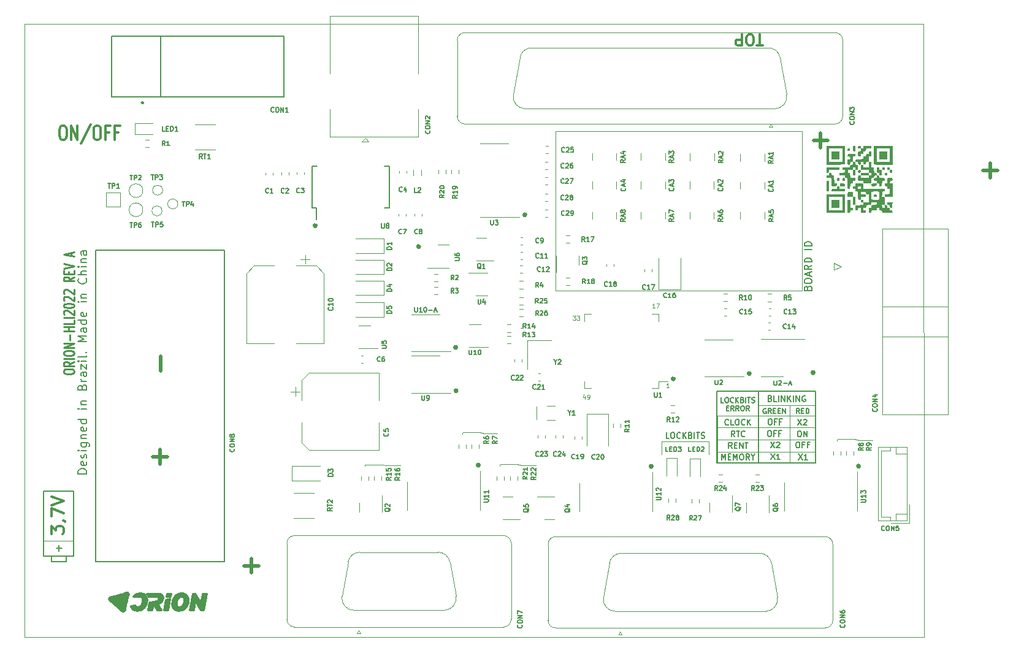
<source format=gbr>
%TF.GenerationSoftware,KiCad,Pcbnew,(6.0.1)*%
%TF.CreationDate,2022-09-20T17:47:08-03:00*%
%TF.ProjectId,HLI-M,484c492d-4d2e-46b6-9963-61645f706362,rev?*%
%TF.SameCoordinates,Original*%
%TF.FileFunction,Legend,Top*%
%TF.FilePolarity,Positive*%
%FSLAX46Y46*%
G04 Gerber Fmt 4.6, Leading zero omitted, Abs format (unit mm)*
G04 Created by KiCad (PCBNEW (6.0.1)) date 2022-09-20 17:47:08*
%MOMM*%
%LPD*%
G01*
G04 APERTURE LIST*
%ADD10C,0.120000*%
%ADD11C,0.200000*%
%ADD12C,0.500000*%
%ADD13C,0.360000*%
%ADD14C,0.264583*%
%ADD15C,0.100000*%
%TA.AperFunction,Profile*%
%ADD16C,0.050000*%
%TD*%
%ADD17C,0.150000*%
%ADD18C,0.300000*%
%ADD19C,0.076200*%
%ADD20C,0.180000*%
%ADD21C,0.250000*%
%ADD22C,0.162500*%
%ADD23C,0.127000*%
G04 APERTURE END LIST*
D10*
X125488700Y-85291300D02*
X125488700Y-85469100D01*
X114376200Y-89689300D02*
X115036600Y-89841700D01*
X130723100Y-89662000D02*
X133034500Y-89662000D01*
D11*
X69411200Y-101252000D02*
X70173200Y-101252000D01*
D10*
X177241200Y-86207600D02*
X177241200Y-86385400D01*
D12*
X96386000Y-102650000D02*
X96386000Y-104650000D01*
D10*
X170713400Y-81571800D02*
X170713400Y-89471800D01*
X160663400Y-82971800D02*
X174229400Y-82971800D01*
X174229400Y-82971800D02*
X174229400Y-89502800D01*
X174229400Y-89502800D02*
X160663400Y-89502800D01*
X160663400Y-89502800D02*
X160663400Y-82971800D01*
X160663400Y-86237300D02*
X174229400Y-86237300D01*
X166363400Y-81471800D02*
X174213400Y-81471800D01*
X112014000Y-89714700D02*
X112014000Y-89892500D01*
X152985800Y-86477800D02*
X152985800Y-88281200D01*
D13*
X165266700Y-77114400D02*
G75*
G03*
X165266700Y-77114400I-180000J0D01*
G01*
D11*
X69792200Y-101683800D02*
X69792200Y-100845600D01*
D10*
X133629400Y-89814400D02*
X135661400Y-89814400D01*
D14*
X86645518Y-107440248D02*
X86576625Y-107444116D01*
X86576625Y-107444116D02*
X86508426Y-107451746D01*
X86508426Y-107451746D02*
X86441056Y-107463069D01*
X86441056Y-107463069D02*
X86374654Y-107478015D01*
X86374654Y-107478015D02*
X86309355Y-107496516D01*
X86309355Y-107496516D02*
X86245297Y-107518503D01*
X86245297Y-107518503D02*
X86182617Y-107543906D01*
X86182617Y-107543906D02*
X86121451Y-107572657D01*
X86121451Y-107572657D02*
X86061936Y-107604686D01*
X86061936Y-107604686D02*
X86004210Y-107639926D01*
X86004210Y-107639926D02*
X85948409Y-107678306D01*
X85948409Y-107678306D02*
X85894670Y-107719759D01*
X85894670Y-107719759D02*
X85843130Y-107764214D01*
X85843130Y-107764214D02*
X85793926Y-107811604D01*
X85793926Y-107811604D02*
X85747194Y-107861859D01*
X85747194Y-107861859D02*
X85703072Y-107914910D01*
X85703072Y-107914910D02*
X86659806Y-107914910D01*
X86659806Y-107914910D02*
X86683558Y-107915439D01*
X86683558Y-107915439D02*
X86706496Y-107917015D01*
X86706496Y-107917015D02*
X86728626Y-107919625D01*
X86728626Y-107919625D02*
X86749950Y-107923255D01*
X86749950Y-107923255D02*
X86770473Y-107927890D01*
X86770473Y-107927890D02*
X86790198Y-107933516D01*
X86790198Y-107933516D02*
X86809129Y-107940119D01*
X86809129Y-107940119D02*
X86827270Y-107947685D01*
X86827270Y-107947685D02*
X86844626Y-107956200D01*
X86844626Y-107956200D02*
X86861199Y-107965650D01*
X86861199Y-107965650D02*
X86876994Y-107976020D01*
X86876994Y-107976020D02*
X86892015Y-107987296D01*
X86892015Y-107987296D02*
X86906265Y-107999465D01*
X86906265Y-107999465D02*
X86919748Y-108012512D01*
X86919748Y-108012512D02*
X86932469Y-108026422D01*
X86932469Y-108026422D02*
X86944431Y-108041182D01*
X86944431Y-108041182D02*
X86955638Y-108056778D01*
X86955638Y-108056778D02*
X86966094Y-108073196D01*
X86966094Y-108073196D02*
X86975802Y-108090420D01*
X86975802Y-108090420D02*
X86984768Y-108108438D01*
X86984768Y-108108438D02*
X86992993Y-108127235D01*
X86992993Y-108127235D02*
X87000483Y-108146797D01*
X87000483Y-108146797D02*
X87007242Y-108167109D01*
X87007242Y-108167109D02*
X87013272Y-108188158D01*
X87013272Y-108188158D02*
X87018579Y-108209930D01*
X87018579Y-108209930D02*
X87023165Y-108232410D01*
X87023165Y-108232410D02*
X87027035Y-108255584D01*
X87027035Y-108255584D02*
X87030193Y-108279438D01*
X87030193Y-108279438D02*
X87032643Y-108303957D01*
X87032643Y-108303957D02*
X87034387Y-108329129D01*
X87034387Y-108329129D02*
X87035778Y-108381370D01*
X87035778Y-108381370D02*
X87032776Y-108473524D01*
X87032776Y-108473524D02*
X87023888Y-108564684D01*
X87023888Y-108564684D02*
X87009293Y-108654167D01*
X87009293Y-108654167D02*
X86989170Y-108741290D01*
X86989170Y-108741290D02*
X86963699Y-108825371D01*
X86963699Y-108825371D02*
X86933059Y-108905724D01*
X86933059Y-108905724D02*
X86897428Y-108981668D01*
X86897428Y-108981668D02*
X86856986Y-109052519D01*
X86856986Y-109052519D02*
X86811912Y-109117593D01*
X86811912Y-109117593D02*
X86762384Y-109176208D01*
X86762384Y-109176208D02*
X86736007Y-109202880D01*
X86736007Y-109202880D02*
X86708583Y-109227680D01*
X86708583Y-109227680D02*
X86680135Y-109250524D01*
X86680135Y-109250524D02*
X86650686Y-109271325D01*
X86650686Y-109271325D02*
X86620258Y-109290000D01*
X86620258Y-109290000D02*
X86588873Y-109306461D01*
X86588873Y-109306461D02*
X86556554Y-109320624D01*
X86556554Y-109320624D02*
X86523323Y-109332404D01*
X86523323Y-109332404D02*
X86489203Y-109341715D01*
X86489203Y-109341715D02*
X86454215Y-109348471D01*
X86454215Y-109348471D02*
X86418383Y-109352587D01*
X86418383Y-109352587D02*
X86381729Y-109353979D01*
X86381729Y-109353979D02*
X86357880Y-109353451D01*
X86357880Y-109353451D02*
X86334849Y-109351879D01*
X86334849Y-109351879D02*
X86312631Y-109349276D01*
X86312631Y-109349276D02*
X86291224Y-109345655D01*
X86291224Y-109345655D02*
X86270622Y-109341031D01*
X86270622Y-109341031D02*
X86250821Y-109335416D01*
X86250821Y-109335416D02*
X86231819Y-109328826D01*
X86231819Y-109328826D02*
X86213611Y-109321274D01*
X86213611Y-109321274D02*
X86196192Y-109312773D01*
X86196192Y-109312773D02*
X86179559Y-109303337D01*
X86179559Y-109303337D02*
X86163709Y-109292981D01*
X86163709Y-109292981D02*
X86148636Y-109281718D01*
X86148636Y-109281718D02*
X86134337Y-109269562D01*
X86134337Y-109269562D02*
X86120808Y-109256526D01*
X86120808Y-109256526D02*
X86108046Y-109242625D01*
X86108046Y-109242625D02*
X86096045Y-109227872D01*
X86096045Y-109227872D02*
X86084802Y-109212281D01*
X86084802Y-109212281D02*
X86074314Y-109195866D01*
X86074314Y-109195866D02*
X86064575Y-109178640D01*
X86064575Y-109178640D02*
X86055583Y-109160618D01*
X86055583Y-109160618D02*
X86047333Y-109141814D01*
X86047333Y-109141814D02*
X86039822Y-109122240D01*
X86039822Y-109122240D02*
X86033044Y-109101912D01*
X86033044Y-109101912D02*
X86026997Y-109080842D01*
X86026997Y-109080842D02*
X86021676Y-109059044D01*
X86021676Y-109059044D02*
X86017078Y-109036533D01*
X86017078Y-109036533D02*
X86013197Y-109013323D01*
X86013197Y-109013323D02*
X86010032Y-108989426D01*
X86010032Y-108989426D02*
X86007576Y-108964857D01*
X86007576Y-108964857D02*
X86005827Y-108939629D01*
X86005827Y-108939629D02*
X86004433Y-108887254D01*
X86004433Y-108887254D02*
X86002220Y-108821096D01*
X86002220Y-108821096D02*
X86004143Y-108755395D01*
X86004143Y-108755395D02*
X86010126Y-108690322D01*
X86010126Y-108690322D02*
X86020089Y-108626047D01*
X86020089Y-108626047D02*
X86033955Y-108562740D01*
X86033955Y-108562740D02*
X86051646Y-108500571D01*
X86051646Y-108500571D02*
X86073082Y-108439711D01*
X86073082Y-108439711D02*
X86098186Y-108380329D01*
X86098186Y-108380329D02*
X86126880Y-108322596D01*
X86126880Y-108322596D02*
X86159085Y-108266683D01*
X86159085Y-108266683D02*
X86194724Y-108212759D01*
X86194724Y-108212759D02*
X86233718Y-108160994D01*
X86233718Y-108160994D02*
X86275988Y-108111560D01*
X86275988Y-108111560D02*
X86321458Y-108064626D01*
X86321458Y-108064626D02*
X86370048Y-108020362D01*
X86370048Y-108020362D02*
X86421680Y-107978939D01*
X86421680Y-107978939D02*
X86422085Y-107978676D01*
X86422085Y-107978676D02*
X86422475Y-107978396D01*
X86422475Y-107978396D02*
X86422849Y-107978102D01*
X86422849Y-107978102D02*
X86423206Y-107977794D01*
X86423206Y-107977794D02*
X86423548Y-107977471D01*
X86423548Y-107977471D02*
X86423873Y-107977136D01*
X86423873Y-107977136D02*
X86424182Y-107976788D01*
X86424182Y-107976788D02*
X86424474Y-107976428D01*
X86424474Y-107976428D02*
X86424749Y-107976058D01*
X86424749Y-107976058D02*
X86425007Y-107975676D01*
X86425007Y-107975676D02*
X86425247Y-107975285D01*
X86425247Y-107975285D02*
X86425470Y-107974884D01*
X86425470Y-107974884D02*
X86425675Y-107974475D01*
X86425675Y-107974475D02*
X86425861Y-107974058D01*
X86425861Y-107974058D02*
X86426030Y-107973633D01*
X86426030Y-107973633D02*
X86426180Y-107973202D01*
X86426180Y-107973202D02*
X86426311Y-107972765D01*
X86426311Y-107972765D02*
X86426424Y-107972322D01*
X86426424Y-107972322D02*
X86426517Y-107971875D01*
X86426517Y-107971875D02*
X86426592Y-107971423D01*
X86426592Y-107971423D02*
X86426646Y-107970968D01*
X86426646Y-107970968D02*
X86426681Y-107970510D01*
X86426681Y-107970510D02*
X86426696Y-107970050D01*
X86426696Y-107970050D02*
X86426691Y-107969589D01*
X86426691Y-107969589D02*
X86426666Y-107969126D01*
X86426666Y-107969126D02*
X86426620Y-107968663D01*
X86426620Y-107968663D02*
X86426553Y-107968201D01*
X86426553Y-107968201D02*
X86426465Y-107967739D01*
X86426465Y-107967739D02*
X86426356Y-107967280D01*
X86426356Y-107967280D02*
X86426226Y-107966822D01*
X86426226Y-107966822D02*
X86426074Y-107966368D01*
X86426074Y-107966368D02*
X86425901Y-107965917D01*
X86425901Y-107965917D02*
X86425707Y-107965474D01*
X86425707Y-107965474D02*
X86425495Y-107965044D01*
X86425495Y-107965044D02*
X86425266Y-107964627D01*
X86425266Y-107964627D02*
X86425020Y-107964224D01*
X86425020Y-107964224D02*
X86424758Y-107963834D01*
X86424758Y-107963834D02*
X86424480Y-107963459D01*
X86424480Y-107963459D02*
X86424188Y-107963097D01*
X86424188Y-107963097D02*
X86423880Y-107962750D01*
X86423880Y-107962750D02*
X86423559Y-107962419D01*
X86423559Y-107962419D02*
X86423225Y-107962102D01*
X86423225Y-107962102D02*
X86422878Y-107961801D01*
X86422878Y-107961801D02*
X86422520Y-107961516D01*
X86422520Y-107961516D02*
X86422149Y-107961247D01*
X86422149Y-107961247D02*
X86421768Y-107960995D01*
X86421768Y-107960995D02*
X86421377Y-107960759D01*
X86421377Y-107960759D02*
X86420976Y-107960540D01*
X86420976Y-107960540D02*
X86420566Y-107960339D01*
X86420566Y-107960339D02*
X86420148Y-107960156D01*
X86420148Y-107960156D02*
X86419722Y-107959991D01*
X86419722Y-107959991D02*
X86419289Y-107959844D01*
X86419289Y-107959844D02*
X86418849Y-107959715D01*
X86418849Y-107959715D02*
X86418403Y-107959606D01*
X86418403Y-107959606D02*
X86417951Y-107959516D01*
X86417951Y-107959516D02*
X86417495Y-107959446D01*
X86417495Y-107959446D02*
X86417035Y-107959395D01*
X86417035Y-107959395D02*
X86416571Y-107959365D01*
X86416571Y-107959365D02*
X86416104Y-107959355D01*
X86416104Y-107959355D02*
X86415634Y-107959366D01*
X86415634Y-107959366D02*
X86415163Y-107959398D01*
X86415163Y-107959398D02*
X86414691Y-107959452D01*
X86414691Y-107959452D02*
X86414217Y-107959527D01*
X86414217Y-107959527D02*
X86413744Y-107959625D01*
X86413744Y-107959625D02*
X85572633Y-108113347D01*
X85572633Y-108113347D02*
X85548882Y-108160940D01*
X85548882Y-108160940D02*
X85526648Y-108209162D01*
X85526648Y-108209162D02*
X85505940Y-108257977D01*
X85505940Y-108257977D02*
X85486766Y-108307348D01*
X85486766Y-108307348D02*
X85469134Y-108357238D01*
X85469134Y-108357238D02*
X85453054Y-108407611D01*
X85453054Y-108407611D02*
X85438534Y-108458430D01*
X85438534Y-108458430D02*
X85425583Y-108509659D01*
X85425583Y-108509659D02*
X85414210Y-108561261D01*
X85414210Y-108561261D02*
X85404422Y-108613199D01*
X85404422Y-108613199D02*
X85396229Y-108665438D01*
X85396229Y-108665438D02*
X85389639Y-108717940D01*
X85389639Y-108717940D02*
X85384662Y-108770669D01*
X85384662Y-108770669D02*
X85381305Y-108823588D01*
X85381305Y-108823588D02*
X85379577Y-108876661D01*
X85379577Y-108876661D02*
X85379487Y-108929851D01*
X85379487Y-108929851D02*
X85377726Y-108976537D01*
X85377726Y-108976537D02*
X85378524Y-109022999D01*
X85378524Y-109022999D02*
X85381844Y-109069142D01*
X85381844Y-109069142D02*
X85387649Y-109114870D01*
X85387649Y-109114870D02*
X85395903Y-109160087D01*
X85395903Y-109160087D02*
X85406568Y-109204699D01*
X85406568Y-109204699D02*
X85419608Y-109248611D01*
X85419608Y-109248611D02*
X85434986Y-109291727D01*
X85434986Y-109291727D02*
X85452665Y-109333951D01*
X85452665Y-109333951D02*
X85472607Y-109375189D01*
X85472607Y-109375189D02*
X85494776Y-109415345D01*
X85494776Y-109415345D02*
X85519136Y-109454324D01*
X85519136Y-109454324D02*
X85545649Y-109492031D01*
X85545649Y-109492031D02*
X85574278Y-109528370D01*
X85574278Y-109528370D02*
X85604986Y-109563246D01*
X85604986Y-109563246D02*
X85637737Y-109596564D01*
X85637737Y-109596564D02*
X85672269Y-109628032D01*
X85672269Y-109628032D02*
X85708280Y-109657401D01*
X85708280Y-109657401D02*
X85745675Y-109684636D01*
X85745675Y-109684636D02*
X85784357Y-109709705D01*
X85784357Y-109709705D02*
X85824228Y-109732574D01*
X85824228Y-109732574D02*
X85865194Y-109753210D01*
X85865194Y-109753210D02*
X85907156Y-109771580D01*
X85907156Y-109771580D02*
X85950018Y-109787650D01*
X85950018Y-109787650D02*
X85993683Y-109801388D01*
X85993683Y-109801388D02*
X86038056Y-109812759D01*
X86038056Y-109812759D02*
X86083040Y-109821731D01*
X86083040Y-109821731D02*
X86128537Y-109828270D01*
X86128537Y-109828270D02*
X86174451Y-109832343D01*
X86174451Y-109832343D02*
X86220686Y-109833917D01*
X86220686Y-109833917D02*
X86267144Y-109832959D01*
X86267144Y-109832959D02*
X86313731Y-109829435D01*
X86313731Y-109829435D02*
X86389993Y-109827607D01*
X86389993Y-109827607D02*
X86464326Y-109822178D01*
X86464326Y-109822178D02*
X86536704Y-109813231D01*
X86536704Y-109813231D02*
X86607098Y-109800849D01*
X86607098Y-109800849D02*
X86675481Y-109785114D01*
X86675481Y-109785114D02*
X86741825Y-109766109D01*
X86741825Y-109766109D02*
X86806102Y-109743917D01*
X86806102Y-109743917D02*
X86868285Y-109718620D01*
X86868285Y-109718620D02*
X86928346Y-109690301D01*
X86928346Y-109690301D02*
X86986257Y-109659043D01*
X86986257Y-109659043D02*
X87041991Y-109624928D01*
X87041991Y-109624928D02*
X87095520Y-109588040D01*
X87095520Y-109588040D02*
X87146816Y-109548461D01*
X87146816Y-109548461D02*
X87195853Y-109506273D01*
X87195853Y-109506273D02*
X87242601Y-109461559D01*
X87242601Y-109461559D02*
X87287033Y-109414403D01*
X87287033Y-109414403D02*
X87329123Y-109364886D01*
X87329123Y-109364886D02*
X87368841Y-109313091D01*
X87368841Y-109313091D02*
X87406161Y-109259102D01*
X87406161Y-109259102D02*
X87441055Y-109203000D01*
X87441055Y-109203000D02*
X87473494Y-109144869D01*
X87473494Y-109144869D02*
X87503452Y-109084791D01*
X87503452Y-109084791D02*
X87530901Y-109022849D01*
X87530901Y-109022849D02*
X87555813Y-108959125D01*
X87555813Y-108959125D02*
X87578160Y-108893703D01*
X87578160Y-108893703D02*
X87597915Y-108826664D01*
X87597915Y-108826664D02*
X87615051Y-108758093D01*
X87615051Y-108758093D02*
X87629538Y-108688070D01*
X87629538Y-108688070D02*
X87641351Y-108616680D01*
X87641351Y-108616680D02*
X87650460Y-108544005D01*
X87650460Y-108544005D02*
X87656839Y-108470126D01*
X87656839Y-108470126D02*
X87660460Y-108395129D01*
X87660460Y-108395129D02*
X87659551Y-108345682D01*
X87659551Y-108345682D02*
X87656094Y-108296586D01*
X87656094Y-108296586D02*
X87650127Y-108247929D01*
X87650127Y-108247929D02*
X87641688Y-108199802D01*
X87641688Y-108199802D02*
X87630814Y-108152293D01*
X87630814Y-108152293D02*
X87617545Y-108105492D01*
X87617545Y-108105492D02*
X87601919Y-108059488D01*
X87601919Y-108059488D02*
X87583973Y-108014370D01*
X87583973Y-108014370D02*
X87563746Y-107970228D01*
X87563746Y-107970228D02*
X87541276Y-107927151D01*
X87541276Y-107927151D02*
X87516601Y-107885228D01*
X87516601Y-107885228D02*
X87489759Y-107844549D01*
X87489759Y-107844549D02*
X87460790Y-107805203D01*
X87460790Y-107805203D02*
X87429730Y-107767279D01*
X87429730Y-107767279D02*
X87396618Y-107730867D01*
X87396618Y-107730867D02*
X87361493Y-107696055D01*
X87361493Y-107696055D02*
X87324605Y-107663116D01*
X87324605Y-107663116D02*
X87286242Y-107632285D01*
X87286242Y-107632285D02*
X87246496Y-107603595D01*
X87246496Y-107603595D02*
X87205457Y-107577077D01*
X87205457Y-107577077D02*
X87163218Y-107552765D01*
X87163218Y-107552765D02*
X87119870Y-107530691D01*
X87119870Y-107530691D02*
X87075504Y-107510888D01*
X87075504Y-107510888D02*
X87030211Y-107493388D01*
X87030211Y-107493388D02*
X86984084Y-107478225D01*
X86984084Y-107478225D02*
X86937214Y-107465432D01*
X86937214Y-107465432D02*
X86889692Y-107455039D01*
X86889692Y-107455039D02*
X86841610Y-107447082D01*
X86841610Y-107447082D02*
X86793059Y-107441591D01*
X86793059Y-107441591D02*
X86744130Y-107438600D01*
X86744130Y-107438600D02*
X86694916Y-107438142D01*
X86694916Y-107438142D02*
X86645507Y-107440248D01*
X86645507Y-107440248D02*
X86645513Y-107440248D01*
X86645513Y-107440248D02*
X86645515Y-107440248D01*
X86645515Y-107440248D02*
X86645518Y-107440248D01*
X86645518Y-107440248D02*
X86645518Y-107440248D01*
G36*
X86744130Y-107438600D02*
G01*
X86793059Y-107441591D01*
X86841610Y-107447082D01*
X86889692Y-107455039D01*
X86937214Y-107465432D01*
X86984084Y-107478225D01*
X87030211Y-107493388D01*
X87075504Y-107510888D01*
X87119870Y-107530691D01*
X87163218Y-107552765D01*
X87205457Y-107577077D01*
X87246496Y-107603595D01*
X87286242Y-107632285D01*
X87324605Y-107663116D01*
X87361493Y-107696055D01*
X87396618Y-107730867D01*
X87429730Y-107767279D01*
X87460790Y-107805203D01*
X87489759Y-107844549D01*
X87516601Y-107885228D01*
X87541276Y-107927151D01*
X87563746Y-107970228D01*
X87583973Y-108014370D01*
X87601919Y-108059488D01*
X87617545Y-108105492D01*
X87630814Y-108152293D01*
X87641688Y-108199802D01*
X87650127Y-108247929D01*
X87656094Y-108296586D01*
X87659551Y-108345682D01*
X87660460Y-108395129D01*
X87656839Y-108470126D01*
X87650460Y-108544005D01*
X87641351Y-108616680D01*
X87629538Y-108688070D01*
X87615051Y-108758093D01*
X87597915Y-108826664D01*
X87578160Y-108893703D01*
X87555813Y-108959125D01*
X87530901Y-109022849D01*
X87503452Y-109084791D01*
X87473494Y-109144869D01*
X87441055Y-109203000D01*
X87406161Y-109259102D01*
X87368841Y-109313091D01*
X87329123Y-109364886D01*
X87287033Y-109414403D01*
X87242601Y-109461559D01*
X87195853Y-109506273D01*
X87146816Y-109548461D01*
X87095520Y-109588040D01*
X87041991Y-109624928D01*
X86986257Y-109659043D01*
X86928346Y-109690301D01*
X86868285Y-109718620D01*
X86806102Y-109743917D01*
X86741825Y-109766109D01*
X86675481Y-109785114D01*
X86607098Y-109800849D01*
X86536704Y-109813231D01*
X86464326Y-109822178D01*
X86389993Y-109827607D01*
X86313731Y-109829435D01*
X86267144Y-109832959D01*
X86220686Y-109833917D01*
X86174451Y-109832343D01*
X86128537Y-109828270D01*
X86083040Y-109821731D01*
X86038056Y-109812759D01*
X85993683Y-109801388D01*
X85950018Y-109787650D01*
X85907156Y-109771580D01*
X85865194Y-109753210D01*
X85824228Y-109732574D01*
X85784357Y-109709705D01*
X85745675Y-109684636D01*
X85708280Y-109657401D01*
X85672269Y-109628032D01*
X85637737Y-109596564D01*
X85604986Y-109563246D01*
X85574278Y-109528370D01*
X85545649Y-109492031D01*
X85519136Y-109454324D01*
X85494776Y-109415345D01*
X85472607Y-109375189D01*
X85452665Y-109333951D01*
X85434986Y-109291727D01*
X85419608Y-109248611D01*
X85406568Y-109204699D01*
X85395903Y-109160087D01*
X85387649Y-109114870D01*
X85381844Y-109069142D01*
X85378524Y-109022999D01*
X85377726Y-108976537D01*
X85379487Y-108929851D01*
X85379577Y-108876661D01*
X85381305Y-108823588D01*
X85384662Y-108770669D01*
X85389639Y-108717940D01*
X85396229Y-108665438D01*
X85404422Y-108613199D01*
X85414210Y-108561261D01*
X85425583Y-108509659D01*
X85438534Y-108458430D01*
X85453054Y-108407611D01*
X85469134Y-108357238D01*
X85486766Y-108307348D01*
X85505940Y-108257977D01*
X85526648Y-108209162D01*
X85548882Y-108160940D01*
X85572633Y-108113347D01*
X86413744Y-107959625D01*
X86414217Y-107959527D01*
X86414691Y-107959452D01*
X86415163Y-107959398D01*
X86415634Y-107959366D01*
X86416104Y-107959355D01*
X86416571Y-107959365D01*
X86417035Y-107959395D01*
X86417495Y-107959446D01*
X86417951Y-107959516D01*
X86418403Y-107959606D01*
X86418849Y-107959715D01*
X86419289Y-107959844D01*
X86419722Y-107959991D01*
X86420148Y-107960156D01*
X86420566Y-107960339D01*
X86420976Y-107960540D01*
X86421377Y-107960759D01*
X86421768Y-107960995D01*
X86422149Y-107961247D01*
X86422520Y-107961516D01*
X86422878Y-107961801D01*
X86423225Y-107962102D01*
X86423559Y-107962419D01*
X86423880Y-107962750D01*
X86424188Y-107963097D01*
X86424480Y-107963459D01*
X86424758Y-107963834D01*
X86425020Y-107964224D01*
X86425266Y-107964627D01*
X86425495Y-107965044D01*
X86425707Y-107965474D01*
X86425901Y-107965917D01*
X86426074Y-107966368D01*
X86426226Y-107966822D01*
X86426356Y-107967280D01*
X86426465Y-107967739D01*
X86426553Y-107968201D01*
X86426620Y-107968663D01*
X86426666Y-107969126D01*
X86426691Y-107969589D01*
X86426696Y-107970050D01*
X86426681Y-107970510D01*
X86426646Y-107970968D01*
X86426592Y-107971423D01*
X86426517Y-107971875D01*
X86426424Y-107972322D01*
X86426311Y-107972765D01*
X86426180Y-107973202D01*
X86426030Y-107973633D01*
X86425861Y-107974058D01*
X86425675Y-107974475D01*
X86425470Y-107974884D01*
X86425247Y-107975285D01*
X86425007Y-107975676D01*
X86424749Y-107976058D01*
X86424474Y-107976428D01*
X86424182Y-107976788D01*
X86423873Y-107977136D01*
X86423548Y-107977471D01*
X86423206Y-107977794D01*
X86422849Y-107978102D01*
X86422475Y-107978396D01*
X86422085Y-107978676D01*
X86421680Y-107978939D01*
X86370048Y-108020362D01*
X86321458Y-108064626D01*
X86275988Y-108111560D01*
X86233718Y-108160994D01*
X86194724Y-108212759D01*
X86159085Y-108266683D01*
X86126880Y-108322596D01*
X86098186Y-108380329D01*
X86073082Y-108439711D01*
X86051646Y-108500571D01*
X86033955Y-108562740D01*
X86020089Y-108626047D01*
X86010126Y-108690322D01*
X86004143Y-108755395D01*
X86002220Y-108821096D01*
X86004433Y-108887254D01*
X86005827Y-108939629D01*
X86007576Y-108964857D01*
X86010032Y-108989426D01*
X86013197Y-109013323D01*
X86017078Y-109036533D01*
X86021676Y-109059044D01*
X86026997Y-109080842D01*
X86033044Y-109101912D01*
X86039822Y-109122240D01*
X86047333Y-109141814D01*
X86055583Y-109160618D01*
X86064575Y-109178640D01*
X86074314Y-109195866D01*
X86084802Y-109212281D01*
X86096045Y-109227872D01*
X86108046Y-109242625D01*
X86120808Y-109256526D01*
X86134337Y-109269562D01*
X86148636Y-109281718D01*
X86163709Y-109292981D01*
X86179559Y-109303337D01*
X86196192Y-109312773D01*
X86213611Y-109321274D01*
X86231819Y-109328826D01*
X86250821Y-109335416D01*
X86270622Y-109341031D01*
X86291224Y-109345655D01*
X86312631Y-109349276D01*
X86334849Y-109351879D01*
X86357880Y-109353451D01*
X86381729Y-109353979D01*
X86418383Y-109352587D01*
X86454215Y-109348471D01*
X86489203Y-109341715D01*
X86523323Y-109332404D01*
X86556554Y-109320624D01*
X86588873Y-109306461D01*
X86620258Y-109290000D01*
X86650686Y-109271325D01*
X86680135Y-109250524D01*
X86708583Y-109227680D01*
X86736007Y-109202880D01*
X86762384Y-109176208D01*
X86811912Y-109117593D01*
X86856986Y-109052519D01*
X86897428Y-108981668D01*
X86933059Y-108905724D01*
X86963699Y-108825371D01*
X86989170Y-108741290D01*
X87009293Y-108654167D01*
X87023888Y-108564684D01*
X87032776Y-108473524D01*
X87035778Y-108381370D01*
X87034387Y-108329129D01*
X87032643Y-108303957D01*
X87030193Y-108279438D01*
X87027035Y-108255584D01*
X87023165Y-108232410D01*
X87018579Y-108209930D01*
X87013272Y-108188158D01*
X87007242Y-108167109D01*
X87000483Y-108146797D01*
X86992993Y-108127235D01*
X86984768Y-108108438D01*
X86975802Y-108090420D01*
X86966094Y-108073196D01*
X86955638Y-108056778D01*
X86944431Y-108041182D01*
X86932469Y-108026422D01*
X86919748Y-108012512D01*
X86906265Y-107999465D01*
X86892015Y-107987296D01*
X86876994Y-107976020D01*
X86861199Y-107965650D01*
X86844626Y-107956200D01*
X86827270Y-107947685D01*
X86809129Y-107940119D01*
X86790198Y-107933516D01*
X86770473Y-107927890D01*
X86749950Y-107923255D01*
X86728626Y-107919625D01*
X86706496Y-107917015D01*
X86683558Y-107915439D01*
X86659806Y-107914910D01*
X85703072Y-107914910D01*
X85747194Y-107861859D01*
X85793926Y-107811604D01*
X85843130Y-107764214D01*
X85894670Y-107719759D01*
X85948409Y-107678306D01*
X86004210Y-107639926D01*
X86061936Y-107604686D01*
X86121451Y-107572657D01*
X86182617Y-107543906D01*
X86245297Y-107518503D01*
X86309355Y-107496516D01*
X86374654Y-107478015D01*
X86441056Y-107463069D01*
X86508426Y-107451746D01*
X86576625Y-107444116D01*
X86645518Y-107440248D01*
X86645507Y-107440248D01*
X86694916Y-107438142D01*
X86744130Y-107438600D01*
G37*
X86744130Y-107438600D02*
X86793059Y-107441591D01*
X86841610Y-107447082D01*
X86889692Y-107455039D01*
X86937214Y-107465432D01*
X86984084Y-107478225D01*
X87030211Y-107493388D01*
X87075504Y-107510888D01*
X87119870Y-107530691D01*
X87163218Y-107552765D01*
X87205457Y-107577077D01*
X87246496Y-107603595D01*
X87286242Y-107632285D01*
X87324605Y-107663116D01*
X87361493Y-107696055D01*
X87396618Y-107730867D01*
X87429730Y-107767279D01*
X87460790Y-107805203D01*
X87489759Y-107844549D01*
X87516601Y-107885228D01*
X87541276Y-107927151D01*
X87563746Y-107970228D01*
X87583973Y-108014370D01*
X87601919Y-108059488D01*
X87617545Y-108105492D01*
X87630814Y-108152293D01*
X87641688Y-108199802D01*
X87650127Y-108247929D01*
X87656094Y-108296586D01*
X87659551Y-108345682D01*
X87660460Y-108395129D01*
X87656839Y-108470126D01*
X87650460Y-108544005D01*
X87641351Y-108616680D01*
X87629538Y-108688070D01*
X87615051Y-108758093D01*
X87597915Y-108826664D01*
X87578160Y-108893703D01*
X87555813Y-108959125D01*
X87530901Y-109022849D01*
X87503452Y-109084791D01*
X87473494Y-109144869D01*
X87441055Y-109203000D01*
X87406161Y-109259102D01*
X87368841Y-109313091D01*
X87329123Y-109364886D01*
X87287033Y-109414403D01*
X87242601Y-109461559D01*
X87195853Y-109506273D01*
X87146816Y-109548461D01*
X87095520Y-109588040D01*
X87041991Y-109624928D01*
X86986257Y-109659043D01*
X86928346Y-109690301D01*
X86868285Y-109718620D01*
X86806102Y-109743917D01*
X86741825Y-109766109D01*
X86675481Y-109785114D01*
X86607098Y-109800849D01*
X86536704Y-109813231D01*
X86464326Y-109822178D01*
X86389993Y-109827607D01*
X86313731Y-109829435D01*
X86267144Y-109832959D01*
X86220686Y-109833917D01*
X86174451Y-109832343D01*
X86128537Y-109828270D01*
X86083040Y-109821731D01*
X86038056Y-109812759D01*
X85993683Y-109801388D01*
X85950018Y-109787650D01*
X85907156Y-109771580D01*
X85865194Y-109753210D01*
X85824228Y-109732574D01*
X85784357Y-109709705D01*
X85745675Y-109684636D01*
X85708280Y-109657401D01*
X85672269Y-109628032D01*
X85637737Y-109596564D01*
X85604986Y-109563246D01*
X85574278Y-109528370D01*
X85545649Y-109492031D01*
X85519136Y-109454324D01*
X85494776Y-109415345D01*
X85472607Y-109375189D01*
X85452665Y-109333951D01*
X85434986Y-109291727D01*
X85419608Y-109248611D01*
X85406568Y-109204699D01*
X85395903Y-109160087D01*
X85387649Y-109114870D01*
X85381844Y-109069142D01*
X85378524Y-109022999D01*
X85377726Y-108976537D01*
X85379487Y-108929851D01*
X85379577Y-108876661D01*
X85381305Y-108823588D01*
X85384662Y-108770669D01*
X85389639Y-108717940D01*
X85396229Y-108665438D01*
X85404422Y-108613199D01*
X85414210Y-108561261D01*
X85425583Y-108509659D01*
X85438534Y-108458430D01*
X85453054Y-108407611D01*
X85469134Y-108357238D01*
X85486766Y-108307348D01*
X85505940Y-108257977D01*
X85526648Y-108209162D01*
X85548882Y-108160940D01*
X85572633Y-108113347D01*
X86413744Y-107959625D01*
X86414217Y-107959527D01*
X86414691Y-107959452D01*
X86415163Y-107959398D01*
X86415634Y-107959366D01*
X86416104Y-107959355D01*
X86416571Y-107959365D01*
X86417035Y-107959395D01*
X86417495Y-107959446D01*
X86417951Y-107959516D01*
X86418403Y-107959606D01*
X86418849Y-107959715D01*
X86419289Y-107959844D01*
X86419722Y-107959991D01*
X86420148Y-107960156D01*
X86420566Y-107960339D01*
X86420976Y-107960540D01*
X86421377Y-107960759D01*
X86421768Y-107960995D01*
X86422149Y-107961247D01*
X86422520Y-107961516D01*
X86422878Y-107961801D01*
X86423225Y-107962102D01*
X86423559Y-107962419D01*
X86423880Y-107962750D01*
X86424188Y-107963097D01*
X86424480Y-107963459D01*
X86424758Y-107963834D01*
X86425020Y-107964224D01*
X86425266Y-107964627D01*
X86425495Y-107965044D01*
X86425707Y-107965474D01*
X86425901Y-107965917D01*
X86426074Y-107966368D01*
X86426226Y-107966822D01*
X86426356Y-107967280D01*
X86426465Y-107967739D01*
X86426553Y-107968201D01*
X86426620Y-107968663D01*
X86426666Y-107969126D01*
X86426691Y-107969589D01*
X86426696Y-107970050D01*
X86426681Y-107970510D01*
X86426646Y-107970968D01*
X86426592Y-107971423D01*
X86426517Y-107971875D01*
X86426424Y-107972322D01*
X86426311Y-107972765D01*
X86426180Y-107973202D01*
X86426030Y-107973633D01*
X86425861Y-107974058D01*
X86425675Y-107974475D01*
X86425470Y-107974884D01*
X86425247Y-107975285D01*
X86425007Y-107975676D01*
X86424749Y-107976058D01*
X86424474Y-107976428D01*
X86424182Y-107976788D01*
X86423873Y-107977136D01*
X86423548Y-107977471D01*
X86423206Y-107977794D01*
X86422849Y-107978102D01*
X86422475Y-107978396D01*
X86422085Y-107978676D01*
X86421680Y-107978939D01*
X86370048Y-108020362D01*
X86321458Y-108064626D01*
X86275988Y-108111560D01*
X86233718Y-108160994D01*
X86194724Y-108212759D01*
X86159085Y-108266683D01*
X86126880Y-108322596D01*
X86098186Y-108380329D01*
X86073082Y-108439711D01*
X86051646Y-108500571D01*
X86033955Y-108562740D01*
X86020089Y-108626047D01*
X86010126Y-108690322D01*
X86004143Y-108755395D01*
X86002220Y-108821096D01*
X86004433Y-108887254D01*
X86005827Y-108939629D01*
X86007576Y-108964857D01*
X86010032Y-108989426D01*
X86013197Y-109013323D01*
X86017078Y-109036533D01*
X86021676Y-109059044D01*
X86026997Y-109080842D01*
X86033044Y-109101912D01*
X86039822Y-109122240D01*
X86047333Y-109141814D01*
X86055583Y-109160618D01*
X86064575Y-109178640D01*
X86074314Y-109195866D01*
X86084802Y-109212281D01*
X86096045Y-109227872D01*
X86108046Y-109242625D01*
X86120808Y-109256526D01*
X86134337Y-109269562D01*
X86148636Y-109281718D01*
X86163709Y-109292981D01*
X86179559Y-109303337D01*
X86196192Y-109312773D01*
X86213611Y-109321274D01*
X86231819Y-109328826D01*
X86250821Y-109335416D01*
X86270622Y-109341031D01*
X86291224Y-109345655D01*
X86312631Y-109349276D01*
X86334849Y-109351879D01*
X86357880Y-109353451D01*
X86381729Y-109353979D01*
X86418383Y-109352587D01*
X86454215Y-109348471D01*
X86489203Y-109341715D01*
X86523323Y-109332404D01*
X86556554Y-109320624D01*
X86588873Y-109306461D01*
X86620258Y-109290000D01*
X86650686Y-109271325D01*
X86680135Y-109250524D01*
X86708583Y-109227680D01*
X86736007Y-109202880D01*
X86762384Y-109176208D01*
X86811912Y-109117593D01*
X86856986Y-109052519D01*
X86897428Y-108981668D01*
X86933059Y-108905724D01*
X86963699Y-108825371D01*
X86989170Y-108741290D01*
X87009293Y-108654167D01*
X87023888Y-108564684D01*
X87032776Y-108473524D01*
X87035778Y-108381370D01*
X87034387Y-108329129D01*
X87032643Y-108303957D01*
X87030193Y-108279438D01*
X87027035Y-108255584D01*
X87023165Y-108232410D01*
X87018579Y-108209930D01*
X87013272Y-108188158D01*
X87007242Y-108167109D01*
X87000483Y-108146797D01*
X86992993Y-108127235D01*
X86984768Y-108108438D01*
X86975802Y-108090420D01*
X86966094Y-108073196D01*
X86955638Y-108056778D01*
X86944431Y-108041182D01*
X86932469Y-108026422D01*
X86919748Y-108012512D01*
X86906265Y-107999465D01*
X86892015Y-107987296D01*
X86876994Y-107976020D01*
X86861199Y-107965650D01*
X86844626Y-107956200D01*
X86827270Y-107947685D01*
X86809129Y-107940119D01*
X86790198Y-107933516D01*
X86770473Y-107927890D01*
X86749950Y-107923255D01*
X86728626Y-107919625D01*
X86706496Y-107917015D01*
X86683558Y-107915439D01*
X86659806Y-107914910D01*
X85703072Y-107914910D01*
X85747194Y-107861859D01*
X85793926Y-107811604D01*
X85843130Y-107764214D01*
X85894670Y-107719759D01*
X85948409Y-107678306D01*
X86004210Y-107639926D01*
X86061936Y-107604686D01*
X86121451Y-107572657D01*
X86182617Y-107543906D01*
X86245297Y-107518503D01*
X86309355Y-107496516D01*
X86374654Y-107478015D01*
X86441056Y-107463069D01*
X86508426Y-107451746D01*
X86576625Y-107444116D01*
X86645518Y-107440248D01*
X86645507Y-107440248D01*
X86694916Y-107438142D01*
X86744130Y-107438600D01*
X81828514Y-107914645D02*
X81802598Y-107863554D01*
X81802598Y-107863554D02*
X81773627Y-107815573D01*
X81773627Y-107815573D02*
X81741758Y-107770664D01*
X81741758Y-107770664D02*
X81707154Y-107728789D01*
X81707154Y-107728789D02*
X81669973Y-107689908D01*
X81669973Y-107689908D02*
X81630376Y-107653981D01*
X81630376Y-107653981D02*
X81588523Y-107620970D01*
X81588523Y-107620970D02*
X81544574Y-107590837D01*
X81544574Y-107590837D02*
X81498690Y-107563541D01*
X81498690Y-107563541D02*
X81451031Y-107539044D01*
X81451031Y-107539044D02*
X81401756Y-107517306D01*
X81401756Y-107517306D02*
X81351027Y-107498289D01*
X81351027Y-107498289D02*
X81299002Y-107481954D01*
X81299002Y-107481954D02*
X81245843Y-107468262D01*
X81245843Y-107468262D02*
X81191709Y-107457173D01*
X81191709Y-107457173D02*
X81136761Y-107448648D01*
X81136761Y-107448648D02*
X81081158Y-107442649D01*
X81081158Y-107442649D02*
X81025062Y-107439136D01*
X81025062Y-107439136D02*
X80968631Y-107438071D01*
X80968631Y-107438071D02*
X80912027Y-107439413D01*
X80912027Y-107439413D02*
X80855409Y-107443125D01*
X80855409Y-107443125D02*
X80798938Y-107449168D01*
X80798938Y-107449168D02*
X80742774Y-107457501D01*
X80742774Y-107457501D02*
X80687076Y-107468087D01*
X80687076Y-107468087D02*
X80632006Y-107480885D01*
X80632006Y-107480885D02*
X80577723Y-107495858D01*
X80577723Y-107495858D02*
X80524387Y-107512965D01*
X80524387Y-107512965D02*
X80472159Y-107532168D01*
X80472159Y-107532168D02*
X80421199Y-107553429D01*
X80421199Y-107553429D02*
X80371667Y-107576707D01*
X80371667Y-107576707D02*
X80323722Y-107601963D01*
X80323722Y-107601963D02*
X80277526Y-107629160D01*
X80277526Y-107629160D02*
X80256005Y-107642949D01*
X80256005Y-107642949D02*
X80234787Y-107657166D01*
X80234787Y-107657166D02*
X80213878Y-107671807D01*
X80213878Y-107671807D02*
X80193286Y-107686866D01*
X80193286Y-107686866D02*
X80173015Y-107702338D01*
X80173015Y-107702338D02*
X80153071Y-107718217D01*
X80153071Y-107718217D02*
X80133462Y-107734499D01*
X80133462Y-107734499D02*
X80114192Y-107751176D01*
X80114192Y-107751176D02*
X80095268Y-107768246D01*
X80095268Y-107768246D02*
X80076696Y-107785701D01*
X80076696Y-107785701D02*
X80058482Y-107803537D01*
X80058482Y-107803537D02*
X80040632Y-107821748D01*
X80040632Y-107821748D02*
X80023151Y-107840330D01*
X80023151Y-107840330D02*
X80006047Y-107859276D01*
X80006047Y-107859276D02*
X79989325Y-107878582D01*
X79989325Y-107878582D02*
X79972991Y-107898241D01*
X79972991Y-107898241D02*
X79972564Y-107898878D01*
X79972564Y-107898878D02*
X79972186Y-107899537D01*
X79972186Y-107899537D02*
X79971858Y-107900217D01*
X79971858Y-107900217D02*
X79971580Y-107900913D01*
X79971580Y-107900913D02*
X79971351Y-107901623D01*
X79971351Y-107901623D02*
X79971172Y-107902346D01*
X79971172Y-107902346D02*
X79971043Y-107903077D01*
X79971043Y-107903077D02*
X79970965Y-107903815D01*
X79970965Y-107903815D02*
X79970937Y-107904556D01*
X79970937Y-107904556D02*
X79970959Y-107905298D01*
X79970959Y-107905298D02*
X79971033Y-107906039D01*
X79971033Y-107906039D02*
X79971158Y-107906775D01*
X79971158Y-107906775D02*
X79971334Y-107907504D01*
X79971334Y-107907504D02*
X79971562Y-107908223D01*
X79971562Y-107908223D02*
X79971841Y-107908930D01*
X79971841Y-107908930D02*
X79972172Y-107909621D01*
X79972172Y-107909621D02*
X79972356Y-107909958D01*
X79972356Y-107909958D02*
X79972551Y-107910288D01*
X79972551Y-107910288D02*
X79972757Y-107910608D01*
X79972757Y-107910608D02*
X79972972Y-107910920D01*
X79972972Y-107910920D02*
X79973198Y-107911223D01*
X79973198Y-107911223D02*
X79973433Y-107911517D01*
X79973433Y-107911517D02*
X79973678Y-107911802D01*
X79973678Y-107911802D02*
X79973932Y-107912077D01*
X79973932Y-107912077D02*
X79974194Y-107912343D01*
X79974194Y-107912343D02*
X79974465Y-107912600D01*
X79974465Y-107912600D02*
X79974744Y-107912846D01*
X79974744Y-107912846D02*
X79975031Y-107913083D01*
X79975031Y-107913083D02*
X79975326Y-107913309D01*
X79975326Y-107913309D02*
X79975628Y-107913525D01*
X79975628Y-107913525D02*
X79975937Y-107913730D01*
X79975937Y-107913730D02*
X79976253Y-107913925D01*
X79976253Y-107913925D02*
X79976575Y-107914108D01*
X79976575Y-107914108D02*
X79976904Y-107914281D01*
X79976904Y-107914281D02*
X79977238Y-107914442D01*
X79977238Y-107914442D02*
X79977578Y-107914592D01*
X79977578Y-107914592D02*
X79977923Y-107914731D01*
X79977923Y-107914731D02*
X79978273Y-107914857D01*
X79978273Y-107914857D02*
X79978628Y-107914972D01*
X79978628Y-107914972D02*
X79978987Y-107915075D01*
X79978987Y-107915075D02*
X79979351Y-107915165D01*
X79979351Y-107915165D02*
X79979718Y-107915243D01*
X79979718Y-107915243D02*
X79980089Y-107915308D01*
X79980089Y-107915308D02*
X79980463Y-107915361D01*
X79980463Y-107915361D02*
X79980840Y-107915400D01*
X79980840Y-107915400D02*
X79981220Y-107915426D01*
X79981220Y-107915426D02*
X79981602Y-107915440D01*
X79981602Y-107915440D02*
X79981987Y-107915439D01*
X79981987Y-107915439D02*
X80876278Y-107915439D01*
X80876278Y-107915439D02*
X80888573Y-107914908D01*
X80888573Y-107914908D02*
X80900864Y-107914671D01*
X80900864Y-107914671D02*
X80913146Y-107914728D01*
X80913146Y-107914728D02*
X80925415Y-107915079D01*
X80925415Y-107915079D02*
X80937666Y-107915722D01*
X80937666Y-107915722D02*
X80949892Y-107916657D01*
X80949892Y-107916657D02*
X80962089Y-107917882D01*
X80962089Y-107917882D02*
X80974252Y-107919399D01*
X80974252Y-107919399D02*
X80986375Y-107921205D01*
X80986375Y-107921205D02*
X80998453Y-107923300D01*
X80998453Y-107923300D02*
X81010481Y-107925683D01*
X81010481Y-107925683D02*
X81022454Y-107928353D01*
X81022454Y-107928353D02*
X81034366Y-107931311D01*
X81034366Y-107931311D02*
X81046213Y-107934555D01*
X81046213Y-107934555D02*
X81057989Y-107938084D01*
X81057989Y-107938084D02*
X81069689Y-107941897D01*
X81069689Y-107941897D02*
X81088890Y-107951128D01*
X81088890Y-107951128D02*
X81107374Y-107961438D01*
X81107374Y-107961438D02*
X81125105Y-107972783D01*
X81125105Y-107972783D02*
X81142047Y-107985118D01*
X81142047Y-107985118D02*
X81158167Y-107998400D01*
X81158167Y-107998400D02*
X81173427Y-108012584D01*
X81173427Y-108012584D02*
X81187793Y-108027625D01*
X81187793Y-108027625D02*
X81201230Y-108043481D01*
X81201230Y-108043481D02*
X81213703Y-108060106D01*
X81213703Y-108060106D02*
X81225175Y-108077456D01*
X81225175Y-108077456D02*
X81235613Y-108095487D01*
X81235613Y-108095487D02*
X81244980Y-108114155D01*
X81244980Y-108114155D02*
X81253241Y-108133416D01*
X81253241Y-108133416D02*
X81260361Y-108153225D01*
X81260361Y-108153225D02*
X81266305Y-108173537D01*
X81266305Y-108173537D02*
X81271037Y-108194310D01*
X81271037Y-108194310D02*
X81276683Y-108223791D01*
X81276683Y-108223791D02*
X81281499Y-108253378D01*
X81281499Y-108253378D02*
X81285487Y-108283053D01*
X81285487Y-108283053D02*
X81288646Y-108312798D01*
X81288646Y-108312798D02*
X81290977Y-108342598D01*
X81290977Y-108342598D02*
X81292480Y-108372433D01*
X81292480Y-108372433D02*
X81293155Y-108402287D01*
X81293155Y-108402287D02*
X81293003Y-108432143D01*
X81293003Y-108432143D02*
X81292023Y-108461983D01*
X81292023Y-108461983D02*
X81290218Y-108491790D01*
X81290218Y-108491790D02*
X81287585Y-108521547D01*
X81287585Y-108521547D02*
X81284127Y-108551236D01*
X81284127Y-108551236D02*
X81279843Y-108580841D01*
X81279843Y-108580841D02*
X81274734Y-108610343D01*
X81274734Y-108610343D02*
X81268800Y-108639726D01*
X81268800Y-108639726D02*
X81262041Y-108668972D01*
X81262041Y-108668972D02*
X81255699Y-108699392D01*
X81255699Y-108699392D02*
X81248520Y-108729580D01*
X81248520Y-108729580D02*
X81240510Y-108759522D01*
X81240510Y-108759522D02*
X81231677Y-108789199D01*
X81231677Y-108789199D02*
X81222029Y-108818597D01*
X81222029Y-108818597D02*
X81211572Y-108847698D01*
X81211572Y-108847698D02*
X81200313Y-108876486D01*
X81200313Y-108876486D02*
X81188261Y-108904945D01*
X81188261Y-108904945D02*
X81175422Y-108933057D01*
X81175422Y-108933057D02*
X81161804Y-108960807D01*
X81161804Y-108960807D02*
X81147413Y-108988177D01*
X81147413Y-108988177D02*
X81132258Y-109015152D01*
X81132258Y-109015152D02*
X81116345Y-109041714D01*
X81116345Y-109041714D02*
X81099681Y-109067848D01*
X81099681Y-109067848D02*
X81082275Y-109093537D01*
X81082275Y-109093537D02*
X81064133Y-109118764D01*
X81064133Y-109118764D02*
X81042796Y-109147361D01*
X81042796Y-109147361D02*
X81019812Y-109174290D01*
X81019812Y-109174290D02*
X80995278Y-109199506D01*
X80995278Y-109199506D02*
X80969295Y-109222959D01*
X80969295Y-109222959D02*
X80941961Y-109244603D01*
X80941961Y-109244603D02*
X80913375Y-109264390D01*
X80913375Y-109264390D02*
X80883637Y-109282274D01*
X80883637Y-109282274D02*
X80852845Y-109298207D01*
X80852845Y-109298207D02*
X80821099Y-109312141D01*
X80821099Y-109312141D02*
X80788497Y-109324029D01*
X80788497Y-109324029D02*
X80755139Y-109333824D01*
X80755139Y-109333824D02*
X80721124Y-109341478D01*
X80721124Y-109341478D02*
X80686551Y-109346945D01*
X80686551Y-109346945D02*
X80651519Y-109350177D01*
X80651519Y-109350177D02*
X80616127Y-109351126D01*
X80616127Y-109351126D02*
X80580475Y-109349746D01*
X80580475Y-109349746D02*
X80567143Y-109347974D01*
X80567143Y-109347974D02*
X80553971Y-109345697D01*
X80553971Y-109345697D02*
X80528148Y-109339667D01*
X80528148Y-109339667D02*
X80503093Y-109331731D01*
X80503093Y-109331731D02*
X80478891Y-109321966D01*
X80478891Y-109321966D02*
X80455628Y-109310446D01*
X80455628Y-109310446D02*
X80433390Y-109297248D01*
X80433390Y-109297248D02*
X80412263Y-109282448D01*
X80412263Y-109282448D02*
X80392332Y-109266121D01*
X80392332Y-109266121D02*
X80373684Y-109248344D01*
X80373684Y-109248344D02*
X80356403Y-109229192D01*
X80356403Y-109229192D02*
X80340577Y-109208741D01*
X80340577Y-109208741D02*
X80326290Y-109187068D01*
X80326290Y-109187068D02*
X80313629Y-109164247D01*
X80313629Y-109164247D02*
X80302679Y-109140355D01*
X80302679Y-109140355D02*
X80293527Y-109115467D01*
X80293527Y-109115467D02*
X80289651Y-109102674D01*
X80289651Y-109102674D02*
X80286257Y-109089660D01*
X80286257Y-109089660D02*
X80286102Y-109089161D01*
X80286102Y-109089161D02*
X80285924Y-109088675D01*
X80285924Y-109088675D02*
X80285725Y-109088202D01*
X80285725Y-109088202D02*
X80285506Y-109087742D01*
X80285506Y-109087742D02*
X80285267Y-109087296D01*
X80285267Y-109087296D02*
X80285009Y-109086864D01*
X80285009Y-109086864D02*
X80284732Y-109086446D01*
X80284732Y-109086446D02*
X80284438Y-109086044D01*
X80284438Y-109086044D02*
X80284126Y-109085657D01*
X80284126Y-109085657D02*
X80283799Y-109085286D01*
X80283799Y-109085286D02*
X80283455Y-109084931D01*
X80283455Y-109084931D02*
X80283096Y-109084593D01*
X80283096Y-109084593D02*
X80282724Y-109084272D01*
X80282724Y-109084272D02*
X80282337Y-109083968D01*
X80282337Y-109083968D02*
X80281937Y-109083683D01*
X80281937Y-109083683D02*
X80281526Y-109083416D01*
X80281526Y-109083416D02*
X80281102Y-109083167D01*
X80281102Y-109083167D02*
X80280668Y-109082938D01*
X80280668Y-109082938D02*
X80280223Y-109082729D01*
X80280223Y-109082729D02*
X80279769Y-109082540D01*
X80279769Y-109082540D02*
X80279306Y-109082371D01*
X80279306Y-109082371D02*
X80278835Y-109082223D01*
X80278835Y-109082223D02*
X80278356Y-109082096D01*
X80278356Y-109082096D02*
X80277871Y-109081992D01*
X80277871Y-109081992D02*
X80277379Y-109081909D01*
X80277379Y-109081909D02*
X80276882Y-109081849D01*
X80276882Y-109081849D02*
X80276380Y-109081812D01*
X80276380Y-109081812D02*
X80275874Y-109081798D01*
X80275874Y-109081798D02*
X80275364Y-109081809D01*
X80275364Y-109081809D02*
X80274852Y-109081843D01*
X80274852Y-109081843D02*
X80274338Y-109081903D01*
X80274338Y-109081903D02*
X80273822Y-109081987D01*
X80273822Y-109081987D02*
X79670572Y-109192583D01*
X79670572Y-109192583D02*
X79670015Y-109192675D01*
X79670015Y-109192675D02*
X79669466Y-109192797D01*
X79669466Y-109192797D02*
X79668928Y-109192948D01*
X79668928Y-109192948D02*
X79668400Y-109193127D01*
X79668400Y-109193127D02*
X79667884Y-109193333D01*
X79667884Y-109193333D02*
X79667380Y-109193567D01*
X79667380Y-109193567D02*
X79666891Y-109193827D01*
X79666891Y-109193827D02*
X79666417Y-109194113D01*
X79666417Y-109194113D02*
X79665959Y-109194423D01*
X79665959Y-109194423D02*
X79665518Y-109194758D01*
X79665518Y-109194758D02*
X79665094Y-109195117D01*
X79665094Y-109195117D02*
X79664690Y-109195499D01*
X79664690Y-109195499D02*
X79664306Y-109195903D01*
X79664306Y-109195903D02*
X79663943Y-109196329D01*
X79663943Y-109196329D02*
X79663603Y-109196776D01*
X79663603Y-109196776D02*
X79663285Y-109197243D01*
X79663285Y-109197243D02*
X79662994Y-109197727D01*
X79662994Y-109197727D02*
X79662731Y-109198224D01*
X79662731Y-109198224D02*
X79662496Y-109198732D01*
X79662496Y-109198732D02*
X79662290Y-109199250D01*
X79662290Y-109199250D02*
X79662112Y-109199776D01*
X79662112Y-109199776D02*
X79661964Y-109200311D01*
X79661964Y-109200311D02*
X79661845Y-109200852D01*
X79661845Y-109200852D02*
X79661754Y-109201398D01*
X79661754Y-109201398D02*
X79661694Y-109201948D01*
X79661694Y-109201948D02*
X79661662Y-109202502D01*
X79661662Y-109202502D02*
X79661661Y-109203056D01*
X79661661Y-109203056D02*
X79661689Y-109203612D01*
X79661689Y-109203612D02*
X79661748Y-109204166D01*
X79661748Y-109204166D02*
X79661837Y-109204718D01*
X79661837Y-109204718D02*
X79661956Y-109205267D01*
X79661956Y-109205267D02*
X79662106Y-109205812D01*
X79662106Y-109205812D02*
X79666947Y-109219864D01*
X79666947Y-109219864D02*
X79672358Y-109234342D01*
X79672358Y-109234342D02*
X79678067Y-109248800D01*
X79678067Y-109248800D02*
X79683801Y-109262797D01*
X79683801Y-109262797D02*
X79694252Y-109287630D01*
X79694252Y-109287630D02*
X79701528Y-109305296D01*
X79701528Y-109305296D02*
X79707751Y-109319911D01*
X79707751Y-109319911D02*
X79714211Y-109334420D01*
X79714211Y-109334420D02*
X79720908Y-109348820D01*
X79720908Y-109348820D02*
X79727839Y-109363106D01*
X79727839Y-109363106D02*
X79735004Y-109377277D01*
X79735004Y-109377277D02*
X79742401Y-109391329D01*
X79742401Y-109391329D02*
X79750028Y-109405260D01*
X79750028Y-109405260D02*
X79757885Y-109419066D01*
X79757885Y-109419066D02*
X79771851Y-109442521D01*
X79771851Y-109442521D02*
X79786606Y-109465416D01*
X79786606Y-109465416D02*
X79802133Y-109487733D01*
X79802133Y-109487733D02*
X79818412Y-109509454D01*
X79818412Y-109509454D02*
X79835426Y-109530562D01*
X79835426Y-109530562D02*
X79853156Y-109551040D01*
X79853156Y-109551040D02*
X79871585Y-109570870D01*
X79871585Y-109570870D02*
X79890694Y-109590033D01*
X79890694Y-109590033D02*
X79910464Y-109608513D01*
X79910464Y-109608513D02*
X79930878Y-109626292D01*
X79930878Y-109626292D02*
X79951918Y-109643352D01*
X79951918Y-109643352D02*
X79973564Y-109659675D01*
X79973564Y-109659675D02*
X79995800Y-109675244D01*
X79995800Y-109675244D02*
X80018607Y-109690042D01*
X80018607Y-109690042D02*
X80041966Y-109704051D01*
X80041966Y-109704051D02*
X80065859Y-109717252D01*
X80065859Y-109717252D02*
X80098595Y-109732680D01*
X80098595Y-109732680D02*
X80131760Y-109746986D01*
X80131760Y-109746986D02*
X80165325Y-109760164D01*
X80165325Y-109760164D02*
X80199261Y-109772208D01*
X80199261Y-109772208D02*
X80233540Y-109783113D01*
X80233540Y-109783113D02*
X80268133Y-109792873D01*
X80268133Y-109792873D02*
X80303010Y-109801482D01*
X80303010Y-109801482D02*
X80338142Y-109808935D01*
X80338142Y-109808935D02*
X80373501Y-109815227D01*
X80373501Y-109815227D02*
X80409058Y-109820351D01*
X80409058Y-109820351D02*
X80444783Y-109824302D01*
X80444783Y-109824302D02*
X80480648Y-109827073D01*
X80480648Y-109827073D02*
X80516623Y-109828661D01*
X80516623Y-109828661D02*
X80552680Y-109829058D01*
X80552680Y-109829058D02*
X80588790Y-109828260D01*
X80588790Y-109828260D02*
X80624924Y-109826260D01*
X80624924Y-109826260D02*
X80624924Y-109827847D01*
X80624924Y-109827847D02*
X80680497Y-109825454D01*
X80680497Y-109825454D02*
X80735733Y-109820690D01*
X80735733Y-109820690D02*
X80790564Y-109813582D01*
X80790564Y-109813582D02*
X80844918Y-109804158D01*
X80844918Y-109804158D02*
X80898725Y-109792444D01*
X80898725Y-109792444D02*
X80951914Y-109778467D01*
X80951914Y-109778467D02*
X81004415Y-109762253D01*
X81004415Y-109762253D02*
X81056156Y-109743831D01*
X81056156Y-109743831D02*
X81107068Y-109723226D01*
X81107068Y-109723226D02*
X81157080Y-109700465D01*
X81157080Y-109700465D02*
X81206120Y-109675576D01*
X81206120Y-109675576D02*
X81254119Y-109648584D01*
X81254119Y-109648584D02*
X81301005Y-109619518D01*
X81301005Y-109619518D02*
X81346709Y-109588403D01*
X81346709Y-109588403D02*
X81391159Y-109555267D01*
X81391159Y-109555267D02*
X81434285Y-109520137D01*
X81434285Y-109520137D02*
X81473538Y-109483083D01*
X81473538Y-109483083D02*
X81511270Y-109444672D01*
X81511270Y-109444672D02*
X81547452Y-109404952D01*
X81547452Y-109404952D02*
X81582056Y-109363973D01*
X81582056Y-109363973D02*
X81615053Y-109321782D01*
X81615053Y-109321782D02*
X81646414Y-109278429D01*
X81646414Y-109278429D02*
X81676110Y-109233963D01*
X81676110Y-109233963D02*
X81704113Y-109188433D01*
X81704113Y-109188433D02*
X81730393Y-109141887D01*
X81730393Y-109141887D02*
X81754922Y-109094374D01*
X81754922Y-109094374D02*
X81777670Y-109045944D01*
X81777670Y-109045944D02*
X81798610Y-108996645D01*
X81798610Y-108996645D02*
X81817712Y-108946527D01*
X81817712Y-108946527D02*
X81834947Y-108895637D01*
X81834947Y-108895637D02*
X81850288Y-108844024D01*
X81850288Y-108844024D02*
X81863704Y-108791739D01*
X81863704Y-108791739D02*
X81878839Y-108737499D01*
X81878839Y-108737499D02*
X81891649Y-108682842D01*
X81891649Y-108682842D02*
X81902137Y-108627842D01*
X81902137Y-108627842D02*
X81910307Y-108572571D01*
X81910307Y-108572571D02*
X81916160Y-108517103D01*
X81916160Y-108517103D02*
X81919700Y-108461508D01*
X81919700Y-108461508D02*
X81920929Y-108405861D01*
X81920929Y-108405861D02*
X81919851Y-108350233D01*
X81919851Y-108350233D02*
X81916469Y-108294698D01*
X81916469Y-108294698D02*
X81910785Y-108239329D01*
X81910785Y-108239329D02*
X81902803Y-108184196D01*
X81902803Y-108184196D02*
X81892525Y-108129375D01*
X81892525Y-108129375D02*
X81879954Y-108074936D01*
X81879954Y-108074936D02*
X81865093Y-108020953D01*
X81865093Y-108020953D02*
X81847945Y-107967499D01*
X81847945Y-107967499D02*
X81828514Y-107914645D01*
X81828514Y-107914645D02*
X81828514Y-107914645D01*
G36*
X81025062Y-107439136D02*
G01*
X81081158Y-107442649D01*
X81136761Y-107448648D01*
X81191709Y-107457173D01*
X81245843Y-107468262D01*
X81299002Y-107481954D01*
X81351027Y-107498289D01*
X81401756Y-107517306D01*
X81451031Y-107539044D01*
X81498690Y-107563541D01*
X81544574Y-107590837D01*
X81588523Y-107620970D01*
X81630376Y-107653981D01*
X81669973Y-107689908D01*
X81707154Y-107728789D01*
X81741758Y-107770664D01*
X81773627Y-107815573D01*
X81802598Y-107863554D01*
X81828514Y-107914645D01*
X81847945Y-107967499D01*
X81865093Y-108020953D01*
X81879954Y-108074936D01*
X81892525Y-108129375D01*
X81902803Y-108184196D01*
X81910785Y-108239329D01*
X81916469Y-108294698D01*
X81919851Y-108350233D01*
X81920929Y-108405861D01*
X81919700Y-108461508D01*
X81916160Y-108517103D01*
X81910307Y-108572571D01*
X81902137Y-108627842D01*
X81891649Y-108682842D01*
X81878839Y-108737499D01*
X81863704Y-108791739D01*
X81850288Y-108844024D01*
X81834947Y-108895637D01*
X81817712Y-108946527D01*
X81798610Y-108996645D01*
X81777670Y-109045944D01*
X81754922Y-109094374D01*
X81730393Y-109141887D01*
X81704113Y-109188433D01*
X81676110Y-109233963D01*
X81646414Y-109278429D01*
X81615053Y-109321782D01*
X81582056Y-109363973D01*
X81547452Y-109404952D01*
X81511270Y-109444672D01*
X81473538Y-109483083D01*
X81434285Y-109520137D01*
X81391159Y-109555267D01*
X81346709Y-109588403D01*
X81301005Y-109619518D01*
X81254119Y-109648584D01*
X81206120Y-109675576D01*
X81157080Y-109700465D01*
X81107068Y-109723226D01*
X81056156Y-109743831D01*
X81004415Y-109762253D01*
X80951914Y-109778467D01*
X80898725Y-109792444D01*
X80844918Y-109804158D01*
X80790564Y-109813582D01*
X80735733Y-109820690D01*
X80680497Y-109825454D01*
X80624924Y-109827847D01*
X80624924Y-109826260D01*
X80588790Y-109828260D01*
X80552680Y-109829058D01*
X80516623Y-109828661D01*
X80480648Y-109827073D01*
X80444783Y-109824302D01*
X80409058Y-109820351D01*
X80373501Y-109815227D01*
X80338142Y-109808935D01*
X80303010Y-109801482D01*
X80268133Y-109792873D01*
X80233540Y-109783113D01*
X80199261Y-109772208D01*
X80165325Y-109760164D01*
X80131760Y-109746986D01*
X80098595Y-109732680D01*
X80065859Y-109717252D01*
X80041966Y-109704051D01*
X80018607Y-109690042D01*
X79995800Y-109675244D01*
X79973564Y-109659675D01*
X79951918Y-109643352D01*
X79930878Y-109626292D01*
X79910464Y-109608513D01*
X79890694Y-109590033D01*
X79871585Y-109570870D01*
X79853156Y-109551040D01*
X79835426Y-109530562D01*
X79818412Y-109509454D01*
X79802133Y-109487733D01*
X79786606Y-109465416D01*
X79771851Y-109442521D01*
X79757885Y-109419066D01*
X79750028Y-109405260D01*
X79742401Y-109391329D01*
X79735004Y-109377277D01*
X79727839Y-109363106D01*
X79720908Y-109348820D01*
X79714211Y-109334420D01*
X79707751Y-109319911D01*
X79701528Y-109305296D01*
X79694252Y-109287630D01*
X79683801Y-109262797D01*
X79678067Y-109248800D01*
X79672358Y-109234342D01*
X79666947Y-109219864D01*
X79662106Y-109205812D01*
X79661956Y-109205267D01*
X79661837Y-109204718D01*
X79661748Y-109204166D01*
X79661689Y-109203612D01*
X79661661Y-109203056D01*
X79661662Y-109202502D01*
X79661694Y-109201948D01*
X79661754Y-109201398D01*
X79661845Y-109200852D01*
X79661964Y-109200311D01*
X79662112Y-109199776D01*
X79662290Y-109199250D01*
X79662496Y-109198732D01*
X79662731Y-109198224D01*
X79662994Y-109197727D01*
X79663285Y-109197243D01*
X79663603Y-109196776D01*
X79663943Y-109196329D01*
X79664306Y-109195903D01*
X79664690Y-109195499D01*
X79665094Y-109195117D01*
X79665518Y-109194758D01*
X79665959Y-109194423D01*
X79666417Y-109194113D01*
X79666891Y-109193827D01*
X79667380Y-109193567D01*
X79667884Y-109193333D01*
X79668400Y-109193127D01*
X79668928Y-109192948D01*
X79669466Y-109192797D01*
X79670015Y-109192675D01*
X79670572Y-109192583D01*
X80273822Y-109081987D01*
X80274338Y-109081903D01*
X80274852Y-109081843D01*
X80275364Y-109081809D01*
X80275874Y-109081798D01*
X80276380Y-109081812D01*
X80276882Y-109081849D01*
X80277379Y-109081909D01*
X80277871Y-109081992D01*
X80278356Y-109082096D01*
X80278835Y-109082223D01*
X80279306Y-109082371D01*
X80279769Y-109082540D01*
X80280223Y-109082729D01*
X80280668Y-109082938D01*
X80281102Y-109083167D01*
X80281526Y-109083416D01*
X80281937Y-109083683D01*
X80282337Y-109083968D01*
X80282724Y-109084272D01*
X80283096Y-109084593D01*
X80283455Y-109084931D01*
X80283799Y-109085286D01*
X80284126Y-109085657D01*
X80284438Y-109086044D01*
X80284732Y-109086446D01*
X80285009Y-109086864D01*
X80285267Y-109087296D01*
X80285506Y-109087742D01*
X80285725Y-109088202D01*
X80285924Y-109088675D01*
X80286102Y-109089161D01*
X80286257Y-109089660D01*
X80289651Y-109102674D01*
X80293527Y-109115467D01*
X80302679Y-109140355D01*
X80313629Y-109164247D01*
X80326290Y-109187068D01*
X80340577Y-109208741D01*
X80356403Y-109229192D01*
X80373684Y-109248344D01*
X80392332Y-109266121D01*
X80412263Y-109282448D01*
X80433390Y-109297248D01*
X80455628Y-109310446D01*
X80478891Y-109321966D01*
X80503093Y-109331731D01*
X80528148Y-109339667D01*
X80553971Y-109345697D01*
X80567143Y-109347974D01*
X80580475Y-109349746D01*
X80616127Y-109351126D01*
X80651519Y-109350177D01*
X80686551Y-109346945D01*
X80721124Y-109341478D01*
X80755139Y-109333824D01*
X80788497Y-109324029D01*
X80821099Y-109312141D01*
X80852845Y-109298207D01*
X80883637Y-109282274D01*
X80913375Y-109264390D01*
X80941961Y-109244603D01*
X80969295Y-109222959D01*
X80995278Y-109199506D01*
X81019812Y-109174290D01*
X81042796Y-109147361D01*
X81064133Y-109118764D01*
X81082275Y-109093537D01*
X81099681Y-109067848D01*
X81116345Y-109041714D01*
X81132258Y-109015152D01*
X81147413Y-108988177D01*
X81161804Y-108960807D01*
X81175422Y-108933057D01*
X81188261Y-108904945D01*
X81200313Y-108876486D01*
X81211572Y-108847698D01*
X81222029Y-108818597D01*
X81231677Y-108789199D01*
X81240510Y-108759522D01*
X81248520Y-108729580D01*
X81255699Y-108699392D01*
X81262041Y-108668972D01*
X81268800Y-108639726D01*
X81274734Y-108610343D01*
X81279843Y-108580841D01*
X81284127Y-108551236D01*
X81287585Y-108521547D01*
X81290218Y-108491790D01*
X81292023Y-108461983D01*
X81293003Y-108432143D01*
X81293155Y-108402287D01*
X81292480Y-108372433D01*
X81290977Y-108342598D01*
X81288646Y-108312798D01*
X81285487Y-108283053D01*
X81281499Y-108253378D01*
X81276683Y-108223791D01*
X81271037Y-108194310D01*
X81266305Y-108173537D01*
X81260361Y-108153225D01*
X81253241Y-108133416D01*
X81244980Y-108114155D01*
X81235613Y-108095487D01*
X81225175Y-108077456D01*
X81213703Y-108060106D01*
X81201230Y-108043481D01*
X81187793Y-108027625D01*
X81173427Y-108012584D01*
X81158167Y-107998400D01*
X81142047Y-107985118D01*
X81125105Y-107972783D01*
X81107374Y-107961438D01*
X81088890Y-107951128D01*
X81069689Y-107941897D01*
X81057989Y-107938084D01*
X81046213Y-107934555D01*
X81034366Y-107931311D01*
X81022454Y-107928353D01*
X81010481Y-107925683D01*
X80998453Y-107923300D01*
X80986375Y-107921205D01*
X80974252Y-107919399D01*
X80962089Y-107917882D01*
X80949892Y-107916657D01*
X80937666Y-107915722D01*
X80925415Y-107915079D01*
X80913146Y-107914728D01*
X80900864Y-107914671D01*
X80888573Y-107914908D01*
X80876278Y-107915439D01*
X79981987Y-107915439D01*
X79981602Y-107915440D01*
X79981220Y-107915426D01*
X79980840Y-107915400D01*
X79980463Y-107915361D01*
X79980089Y-107915308D01*
X79979718Y-107915243D01*
X79979351Y-107915165D01*
X79978987Y-107915075D01*
X79978628Y-107914972D01*
X79978273Y-107914857D01*
X79977923Y-107914731D01*
X79977578Y-107914592D01*
X79977238Y-107914442D01*
X79976904Y-107914281D01*
X79976575Y-107914108D01*
X79976253Y-107913925D01*
X79975937Y-107913730D01*
X79975628Y-107913525D01*
X79975326Y-107913309D01*
X79975031Y-107913083D01*
X79974744Y-107912846D01*
X79974465Y-107912600D01*
X79974194Y-107912343D01*
X79973932Y-107912077D01*
X79973678Y-107911802D01*
X79973433Y-107911517D01*
X79973198Y-107911223D01*
X79972972Y-107910920D01*
X79972757Y-107910608D01*
X79972551Y-107910288D01*
X79972356Y-107909958D01*
X79972172Y-107909621D01*
X79971841Y-107908930D01*
X79971562Y-107908223D01*
X79971334Y-107907504D01*
X79971158Y-107906775D01*
X79971033Y-107906039D01*
X79970959Y-107905298D01*
X79970937Y-107904556D01*
X79970965Y-107903815D01*
X79971043Y-107903077D01*
X79971172Y-107902346D01*
X79971351Y-107901623D01*
X79971580Y-107900913D01*
X79971858Y-107900217D01*
X79972186Y-107899537D01*
X79972564Y-107898878D01*
X79972991Y-107898241D01*
X79989325Y-107878582D01*
X80006047Y-107859276D01*
X80023151Y-107840330D01*
X80040632Y-107821748D01*
X80058482Y-107803537D01*
X80076696Y-107785701D01*
X80095268Y-107768246D01*
X80114192Y-107751176D01*
X80133462Y-107734499D01*
X80153071Y-107718217D01*
X80173015Y-107702338D01*
X80193286Y-107686866D01*
X80213878Y-107671807D01*
X80234787Y-107657166D01*
X80256005Y-107642949D01*
X80277526Y-107629160D01*
X80323722Y-107601963D01*
X80371667Y-107576707D01*
X80421199Y-107553429D01*
X80472159Y-107532168D01*
X80524387Y-107512965D01*
X80577723Y-107495858D01*
X80632006Y-107480885D01*
X80687076Y-107468087D01*
X80742774Y-107457501D01*
X80798938Y-107449168D01*
X80855409Y-107443125D01*
X80912027Y-107439413D01*
X80968631Y-107438071D01*
X81025062Y-107439136D01*
G37*
X81025062Y-107439136D02*
X81081158Y-107442649D01*
X81136761Y-107448648D01*
X81191709Y-107457173D01*
X81245843Y-107468262D01*
X81299002Y-107481954D01*
X81351027Y-107498289D01*
X81401756Y-107517306D01*
X81451031Y-107539044D01*
X81498690Y-107563541D01*
X81544574Y-107590837D01*
X81588523Y-107620970D01*
X81630376Y-107653981D01*
X81669973Y-107689908D01*
X81707154Y-107728789D01*
X81741758Y-107770664D01*
X81773627Y-107815573D01*
X81802598Y-107863554D01*
X81828514Y-107914645D01*
X81847945Y-107967499D01*
X81865093Y-108020953D01*
X81879954Y-108074936D01*
X81892525Y-108129375D01*
X81902803Y-108184196D01*
X81910785Y-108239329D01*
X81916469Y-108294698D01*
X81919851Y-108350233D01*
X81920929Y-108405861D01*
X81919700Y-108461508D01*
X81916160Y-108517103D01*
X81910307Y-108572571D01*
X81902137Y-108627842D01*
X81891649Y-108682842D01*
X81878839Y-108737499D01*
X81863704Y-108791739D01*
X81850288Y-108844024D01*
X81834947Y-108895637D01*
X81817712Y-108946527D01*
X81798610Y-108996645D01*
X81777670Y-109045944D01*
X81754922Y-109094374D01*
X81730393Y-109141887D01*
X81704113Y-109188433D01*
X81676110Y-109233963D01*
X81646414Y-109278429D01*
X81615053Y-109321782D01*
X81582056Y-109363973D01*
X81547452Y-109404952D01*
X81511270Y-109444672D01*
X81473538Y-109483083D01*
X81434285Y-109520137D01*
X81391159Y-109555267D01*
X81346709Y-109588403D01*
X81301005Y-109619518D01*
X81254119Y-109648584D01*
X81206120Y-109675576D01*
X81157080Y-109700465D01*
X81107068Y-109723226D01*
X81056156Y-109743831D01*
X81004415Y-109762253D01*
X80951914Y-109778467D01*
X80898725Y-109792444D01*
X80844918Y-109804158D01*
X80790564Y-109813582D01*
X80735733Y-109820690D01*
X80680497Y-109825454D01*
X80624924Y-109827847D01*
X80624924Y-109826260D01*
X80588790Y-109828260D01*
X80552680Y-109829058D01*
X80516623Y-109828661D01*
X80480648Y-109827073D01*
X80444783Y-109824302D01*
X80409058Y-109820351D01*
X80373501Y-109815227D01*
X80338142Y-109808935D01*
X80303010Y-109801482D01*
X80268133Y-109792873D01*
X80233540Y-109783113D01*
X80199261Y-109772208D01*
X80165325Y-109760164D01*
X80131760Y-109746986D01*
X80098595Y-109732680D01*
X80065859Y-109717252D01*
X80041966Y-109704051D01*
X80018607Y-109690042D01*
X79995800Y-109675244D01*
X79973564Y-109659675D01*
X79951918Y-109643352D01*
X79930878Y-109626292D01*
X79910464Y-109608513D01*
X79890694Y-109590033D01*
X79871585Y-109570870D01*
X79853156Y-109551040D01*
X79835426Y-109530562D01*
X79818412Y-109509454D01*
X79802133Y-109487733D01*
X79786606Y-109465416D01*
X79771851Y-109442521D01*
X79757885Y-109419066D01*
X79750028Y-109405260D01*
X79742401Y-109391329D01*
X79735004Y-109377277D01*
X79727839Y-109363106D01*
X79720908Y-109348820D01*
X79714211Y-109334420D01*
X79707751Y-109319911D01*
X79701528Y-109305296D01*
X79694252Y-109287630D01*
X79683801Y-109262797D01*
X79678067Y-109248800D01*
X79672358Y-109234342D01*
X79666947Y-109219864D01*
X79662106Y-109205812D01*
X79661956Y-109205267D01*
X79661837Y-109204718D01*
X79661748Y-109204166D01*
X79661689Y-109203612D01*
X79661661Y-109203056D01*
X79661662Y-109202502D01*
X79661694Y-109201948D01*
X79661754Y-109201398D01*
X79661845Y-109200852D01*
X79661964Y-109200311D01*
X79662112Y-109199776D01*
X79662290Y-109199250D01*
X79662496Y-109198732D01*
X79662731Y-109198224D01*
X79662994Y-109197727D01*
X79663285Y-109197243D01*
X79663603Y-109196776D01*
X79663943Y-109196329D01*
X79664306Y-109195903D01*
X79664690Y-109195499D01*
X79665094Y-109195117D01*
X79665518Y-109194758D01*
X79665959Y-109194423D01*
X79666417Y-109194113D01*
X79666891Y-109193827D01*
X79667380Y-109193567D01*
X79667884Y-109193333D01*
X79668400Y-109193127D01*
X79668928Y-109192948D01*
X79669466Y-109192797D01*
X79670015Y-109192675D01*
X79670572Y-109192583D01*
X80273822Y-109081987D01*
X80274338Y-109081903D01*
X80274852Y-109081843D01*
X80275364Y-109081809D01*
X80275874Y-109081798D01*
X80276380Y-109081812D01*
X80276882Y-109081849D01*
X80277379Y-109081909D01*
X80277871Y-109081992D01*
X80278356Y-109082096D01*
X80278835Y-109082223D01*
X80279306Y-109082371D01*
X80279769Y-109082540D01*
X80280223Y-109082729D01*
X80280668Y-109082938D01*
X80281102Y-109083167D01*
X80281526Y-109083416D01*
X80281937Y-109083683D01*
X80282337Y-109083968D01*
X80282724Y-109084272D01*
X80283096Y-109084593D01*
X80283455Y-109084931D01*
X80283799Y-109085286D01*
X80284126Y-109085657D01*
X80284438Y-109086044D01*
X80284732Y-109086446D01*
X80285009Y-109086864D01*
X80285267Y-109087296D01*
X80285506Y-109087742D01*
X80285725Y-109088202D01*
X80285924Y-109088675D01*
X80286102Y-109089161D01*
X80286257Y-109089660D01*
X80289651Y-109102674D01*
X80293527Y-109115467D01*
X80302679Y-109140355D01*
X80313629Y-109164247D01*
X80326290Y-109187068D01*
X80340577Y-109208741D01*
X80356403Y-109229192D01*
X80373684Y-109248344D01*
X80392332Y-109266121D01*
X80412263Y-109282448D01*
X80433390Y-109297248D01*
X80455628Y-109310446D01*
X80478891Y-109321966D01*
X80503093Y-109331731D01*
X80528148Y-109339667D01*
X80553971Y-109345697D01*
X80567143Y-109347974D01*
X80580475Y-109349746D01*
X80616127Y-109351126D01*
X80651519Y-109350177D01*
X80686551Y-109346945D01*
X80721124Y-109341478D01*
X80755139Y-109333824D01*
X80788497Y-109324029D01*
X80821099Y-109312141D01*
X80852845Y-109298207D01*
X80883637Y-109282274D01*
X80913375Y-109264390D01*
X80941961Y-109244603D01*
X80969295Y-109222959D01*
X80995278Y-109199506D01*
X81019812Y-109174290D01*
X81042796Y-109147361D01*
X81064133Y-109118764D01*
X81082275Y-109093537D01*
X81099681Y-109067848D01*
X81116345Y-109041714D01*
X81132258Y-109015152D01*
X81147413Y-108988177D01*
X81161804Y-108960807D01*
X81175422Y-108933057D01*
X81188261Y-108904945D01*
X81200313Y-108876486D01*
X81211572Y-108847698D01*
X81222029Y-108818597D01*
X81231677Y-108789199D01*
X81240510Y-108759522D01*
X81248520Y-108729580D01*
X81255699Y-108699392D01*
X81262041Y-108668972D01*
X81268800Y-108639726D01*
X81274734Y-108610343D01*
X81279843Y-108580841D01*
X81284127Y-108551236D01*
X81287585Y-108521547D01*
X81290218Y-108491790D01*
X81292023Y-108461983D01*
X81293003Y-108432143D01*
X81293155Y-108402287D01*
X81292480Y-108372433D01*
X81290977Y-108342598D01*
X81288646Y-108312798D01*
X81285487Y-108283053D01*
X81281499Y-108253378D01*
X81276683Y-108223791D01*
X81271037Y-108194310D01*
X81266305Y-108173537D01*
X81260361Y-108153225D01*
X81253241Y-108133416D01*
X81244980Y-108114155D01*
X81235613Y-108095487D01*
X81225175Y-108077456D01*
X81213703Y-108060106D01*
X81201230Y-108043481D01*
X81187793Y-108027625D01*
X81173427Y-108012584D01*
X81158167Y-107998400D01*
X81142047Y-107985118D01*
X81125105Y-107972783D01*
X81107374Y-107961438D01*
X81088890Y-107951128D01*
X81069689Y-107941897D01*
X81057989Y-107938084D01*
X81046213Y-107934555D01*
X81034366Y-107931311D01*
X81022454Y-107928353D01*
X81010481Y-107925683D01*
X80998453Y-107923300D01*
X80986375Y-107921205D01*
X80974252Y-107919399D01*
X80962089Y-107917882D01*
X80949892Y-107916657D01*
X80937666Y-107915722D01*
X80925415Y-107915079D01*
X80913146Y-107914728D01*
X80900864Y-107914671D01*
X80888573Y-107914908D01*
X80876278Y-107915439D01*
X79981987Y-107915439D01*
X79981602Y-107915440D01*
X79981220Y-107915426D01*
X79980840Y-107915400D01*
X79980463Y-107915361D01*
X79980089Y-107915308D01*
X79979718Y-107915243D01*
X79979351Y-107915165D01*
X79978987Y-107915075D01*
X79978628Y-107914972D01*
X79978273Y-107914857D01*
X79977923Y-107914731D01*
X79977578Y-107914592D01*
X79977238Y-107914442D01*
X79976904Y-107914281D01*
X79976575Y-107914108D01*
X79976253Y-107913925D01*
X79975937Y-107913730D01*
X79975628Y-107913525D01*
X79975326Y-107913309D01*
X79975031Y-107913083D01*
X79974744Y-107912846D01*
X79974465Y-107912600D01*
X79974194Y-107912343D01*
X79973932Y-107912077D01*
X79973678Y-107911802D01*
X79973433Y-107911517D01*
X79973198Y-107911223D01*
X79972972Y-107910920D01*
X79972757Y-107910608D01*
X79972551Y-107910288D01*
X79972356Y-107909958D01*
X79972172Y-107909621D01*
X79971841Y-107908930D01*
X79971562Y-107908223D01*
X79971334Y-107907504D01*
X79971158Y-107906775D01*
X79971033Y-107906039D01*
X79970959Y-107905298D01*
X79970937Y-107904556D01*
X79970965Y-107903815D01*
X79971043Y-107903077D01*
X79971172Y-107902346D01*
X79971351Y-107901623D01*
X79971580Y-107900913D01*
X79971858Y-107900217D01*
X79972186Y-107899537D01*
X79972564Y-107898878D01*
X79972991Y-107898241D01*
X79989325Y-107878582D01*
X80006047Y-107859276D01*
X80023151Y-107840330D01*
X80040632Y-107821748D01*
X80058482Y-107803537D01*
X80076696Y-107785701D01*
X80095268Y-107768246D01*
X80114192Y-107751176D01*
X80133462Y-107734499D01*
X80153071Y-107718217D01*
X80173015Y-107702338D01*
X80193286Y-107686866D01*
X80213878Y-107671807D01*
X80234787Y-107657166D01*
X80256005Y-107642949D01*
X80277526Y-107629160D01*
X80323722Y-107601963D01*
X80371667Y-107576707D01*
X80421199Y-107553429D01*
X80472159Y-107532168D01*
X80524387Y-107512965D01*
X80577723Y-107495858D01*
X80632006Y-107480885D01*
X80687076Y-107468087D01*
X80742774Y-107457501D01*
X80798938Y-107449168D01*
X80855409Y-107443125D01*
X80912027Y-107439413D01*
X80968631Y-107438071D01*
X81025062Y-107439136D01*
D13*
X124786400Y-79502000D02*
G75*
G03*
X124786400Y-79502000I-180000J0D01*
G01*
D11*
X174229400Y-89502800D02*
X160640400Y-89502800D01*
X160640400Y-89502800D02*
X160640400Y-79596800D01*
X160640400Y-79596800D02*
X174229400Y-79596800D01*
X174229400Y-79596800D02*
X174229400Y-89502800D01*
D12*
X174955200Y-43907200D02*
X174955200Y-45907200D01*
D14*
X84112397Y-107861729D02*
X84099062Y-107824193D01*
X84099062Y-107824193D02*
X84083391Y-107789214D01*
X84083391Y-107789214D02*
X84065493Y-107756702D01*
X84065493Y-107756702D02*
X84045478Y-107726568D01*
X84045478Y-107726568D02*
X84023456Y-107698722D01*
X84023456Y-107698722D02*
X83999536Y-107673075D01*
X83999536Y-107673075D02*
X83973827Y-107649537D01*
X83973827Y-107649537D02*
X83946441Y-107628019D01*
X83946441Y-107628019D02*
X83917486Y-107608431D01*
X83917486Y-107608431D02*
X83887072Y-107590683D01*
X83887072Y-107590683D02*
X83855309Y-107574687D01*
X83855309Y-107574687D02*
X83822307Y-107560352D01*
X83822307Y-107560352D02*
X83788176Y-107547589D01*
X83788176Y-107547589D02*
X83753024Y-107536308D01*
X83753024Y-107536308D02*
X83716963Y-107526421D01*
X83716963Y-107526421D02*
X83680101Y-107517837D01*
X83680101Y-107517837D02*
X83604414Y-107504220D01*
X83604414Y-107504220D02*
X83526843Y-107494743D01*
X83526843Y-107494743D02*
X83448265Y-107488690D01*
X83448265Y-107488690D02*
X83369558Y-107485342D01*
X83369558Y-107485342D02*
X83215269Y-107483904D01*
X83215269Y-107483904D02*
X83070997Y-107484698D01*
X83070997Y-107484698D02*
X81871641Y-107484698D01*
X81871641Y-107484698D02*
X81870840Y-107484689D01*
X81870840Y-107484689D02*
X81870050Y-107484742D01*
X81870050Y-107484742D02*
X81869273Y-107484855D01*
X81869273Y-107484855D02*
X81868512Y-107485025D01*
X81868512Y-107485025D02*
X81867769Y-107485250D01*
X81867769Y-107485250D02*
X81867049Y-107485530D01*
X81867049Y-107485530D02*
X81866353Y-107485862D01*
X81866353Y-107485862D02*
X81865685Y-107486244D01*
X81865685Y-107486244D02*
X81865047Y-107486675D01*
X81865047Y-107486675D02*
X81864442Y-107487153D01*
X81864442Y-107487153D02*
X81863873Y-107487676D01*
X81863873Y-107487676D02*
X81863343Y-107488242D01*
X81863343Y-107488242D02*
X81862855Y-107488850D01*
X81862855Y-107488850D02*
X81862411Y-107489497D01*
X81862411Y-107489497D02*
X81862014Y-107490183D01*
X81862014Y-107490183D02*
X81861668Y-107490905D01*
X81861668Y-107490905D02*
X81861379Y-107491652D01*
X81861379Y-107491652D02*
X81861150Y-107492410D01*
X81861150Y-107492410D02*
X81860981Y-107493177D01*
X81860981Y-107493177D02*
X81860873Y-107493949D01*
X81860873Y-107493949D02*
X81860823Y-107494723D01*
X81860823Y-107494723D02*
X81860831Y-107495496D01*
X81860831Y-107495496D02*
X81860896Y-107496264D01*
X81860896Y-107496264D02*
X81861019Y-107497024D01*
X81861019Y-107497024D02*
X81861198Y-107497773D01*
X81861198Y-107497773D02*
X81861432Y-107498507D01*
X81861432Y-107498507D02*
X81861721Y-107499224D01*
X81861721Y-107499224D02*
X81862065Y-107499919D01*
X81862065Y-107499919D02*
X81862462Y-107500590D01*
X81862462Y-107500590D02*
X81862912Y-107501234D01*
X81862912Y-107501234D02*
X81863414Y-107501846D01*
X81863414Y-107501846D02*
X81863968Y-107502425D01*
X81863968Y-107502425D02*
X81880845Y-107519036D01*
X81880845Y-107519036D02*
X81897314Y-107536020D01*
X81897314Y-107536020D02*
X81913370Y-107553369D01*
X81913370Y-107553369D02*
X81929008Y-107571075D01*
X81929008Y-107571075D02*
X81944221Y-107589130D01*
X81944221Y-107589130D02*
X81959005Y-107607527D01*
X81959005Y-107607527D02*
X81973354Y-107626257D01*
X81973354Y-107626257D02*
X81987261Y-107645312D01*
X81987261Y-107645312D02*
X82000723Y-107664686D01*
X82000723Y-107664686D02*
X82013732Y-107684370D01*
X82013732Y-107684370D02*
X82026284Y-107704356D01*
X82026284Y-107704356D02*
X82038372Y-107724637D01*
X82038372Y-107724637D02*
X82049992Y-107745204D01*
X82049992Y-107745204D02*
X82061138Y-107766050D01*
X82061138Y-107766050D02*
X82071804Y-107787167D01*
X82071804Y-107787167D02*
X82081984Y-107808548D01*
X82081984Y-107808548D02*
X82128286Y-107908825D01*
X82128286Y-107908825D02*
X82128465Y-107909185D01*
X82128465Y-107909185D02*
X82128656Y-107909536D01*
X82128656Y-107909536D02*
X82128858Y-107909879D01*
X82128858Y-107909879D02*
X82129071Y-107910213D01*
X82129071Y-107910213D02*
X82129295Y-107910537D01*
X82129295Y-107910537D02*
X82129530Y-107910853D01*
X82129530Y-107910853D02*
X82129775Y-107911159D01*
X82129775Y-107911159D02*
X82130030Y-107911456D01*
X82130030Y-107911456D02*
X82130295Y-107911742D01*
X82130295Y-107911742D02*
X82130569Y-107912019D01*
X82130569Y-107912019D02*
X82130852Y-107912285D01*
X82130852Y-107912285D02*
X82131144Y-107912542D01*
X82131144Y-107912542D02*
X82131444Y-107912787D01*
X82131444Y-107912787D02*
X82131753Y-107913022D01*
X82131753Y-107913022D02*
X82132069Y-107913245D01*
X82132069Y-107913245D02*
X82132393Y-107913458D01*
X82132393Y-107913458D02*
X82132724Y-107913659D01*
X82132724Y-107913659D02*
X82133062Y-107913848D01*
X82133062Y-107913848D02*
X82133406Y-107914026D01*
X82133406Y-107914026D02*
X82133757Y-107914192D01*
X82133757Y-107914192D02*
X82134113Y-107914345D01*
X82134113Y-107914345D02*
X82134476Y-107914486D01*
X82134476Y-107914486D02*
X82134843Y-107914615D01*
X82134843Y-107914615D02*
X82135216Y-107914731D01*
X82135216Y-107914731D02*
X82135593Y-107914834D01*
X82135593Y-107914834D02*
X82135975Y-107914923D01*
X82135975Y-107914923D02*
X82136361Y-107915000D01*
X82136361Y-107915000D02*
X82136751Y-107915063D01*
X82136751Y-107915063D02*
X82137144Y-107915112D01*
X82137144Y-107915112D02*
X82137540Y-107915147D01*
X82137540Y-107915147D02*
X82137939Y-107915168D01*
X82137939Y-107915168D02*
X82138341Y-107915175D01*
X82138341Y-107915175D02*
X83161749Y-107915175D01*
X83161749Y-107915175D02*
X83176094Y-107914578D01*
X83176094Y-107914578D02*
X83190437Y-107914302D01*
X83190437Y-107914302D02*
X83204771Y-107914346D01*
X83204771Y-107914346D02*
X83219092Y-107914709D01*
X83219092Y-107914709D02*
X83233394Y-107915392D01*
X83233394Y-107915392D02*
X83247673Y-107916392D01*
X83247673Y-107916392D02*
X83261922Y-107917710D01*
X83261922Y-107917710D02*
X83276136Y-107919345D01*
X83276136Y-107919345D02*
X83290310Y-107921296D01*
X83290310Y-107921296D02*
X83304439Y-107923563D01*
X83304439Y-107923563D02*
X83318518Y-107926144D01*
X83318518Y-107926144D02*
X83332541Y-107929040D01*
X83332541Y-107929040D02*
X83346502Y-107932249D01*
X83346502Y-107932249D02*
X83360398Y-107935770D01*
X83360398Y-107935770D02*
X83374221Y-107939604D01*
X83374221Y-107939604D02*
X83387967Y-107943750D01*
X83387967Y-107943750D02*
X83396460Y-107947107D01*
X83396460Y-107947107D02*
X83404735Y-107950802D01*
X83404735Y-107950802D02*
X83412788Y-107954824D01*
X83412788Y-107954824D02*
X83420611Y-107959162D01*
X83420611Y-107959162D02*
X83428198Y-107963807D01*
X83428198Y-107963807D02*
X83435544Y-107968749D01*
X83435544Y-107968749D02*
X83442643Y-107973976D01*
X83442643Y-107973976D02*
X83449488Y-107979479D01*
X83449488Y-107979479D02*
X83456073Y-107985248D01*
X83456073Y-107985248D02*
X83462392Y-107991273D01*
X83462392Y-107991273D02*
X83468439Y-107997543D01*
X83468439Y-107997543D02*
X83474209Y-108004048D01*
X83474209Y-108004048D02*
X83479694Y-108010778D01*
X83479694Y-108010778D02*
X83484889Y-108017723D01*
X83484889Y-108017723D02*
X83489788Y-108024872D01*
X83489788Y-108024872D02*
X83494385Y-108032216D01*
X83494385Y-108032216D02*
X83498673Y-108039745D01*
X83498673Y-108039745D02*
X83502647Y-108047447D01*
X83502647Y-108047447D02*
X83506300Y-108055313D01*
X83506300Y-108055313D02*
X83509626Y-108063333D01*
X83509626Y-108063333D02*
X83512620Y-108071497D01*
X83512620Y-108071497D02*
X83515274Y-108079793D01*
X83515274Y-108079793D02*
X83517584Y-108088213D01*
X83517584Y-108088213D02*
X83519543Y-108096746D01*
X83519543Y-108096746D02*
X83521145Y-108105382D01*
X83521145Y-108105382D02*
X83522383Y-108114110D01*
X83522383Y-108114110D02*
X83523253Y-108122920D01*
X83523253Y-108122920D02*
X83523746Y-108131803D01*
X83523746Y-108131803D02*
X83523859Y-108140748D01*
X83523859Y-108140748D02*
X83523584Y-108149744D01*
X83523584Y-108149744D02*
X83522915Y-108158782D01*
X83522915Y-108158782D02*
X83521847Y-108167852D01*
X83521847Y-108167852D02*
X83520994Y-108191192D01*
X83520994Y-108191192D02*
X83518801Y-108214304D01*
X83518801Y-108214304D02*
X83515293Y-108237137D01*
X83515293Y-108237137D02*
X83510498Y-108259638D01*
X83510498Y-108259638D02*
X83504439Y-108281759D01*
X83504439Y-108281759D02*
X83497143Y-108303446D01*
X83497143Y-108303446D02*
X83488635Y-108324651D01*
X83488635Y-108324651D02*
X83478941Y-108345322D01*
X83478941Y-108345322D02*
X83468087Y-108365407D01*
X83468087Y-108365407D02*
X83456099Y-108384857D01*
X83456099Y-108384857D02*
X83443001Y-108403620D01*
X83443001Y-108403620D02*
X83428820Y-108421645D01*
X83428820Y-108421645D02*
X83413581Y-108438882D01*
X83413581Y-108438882D02*
X83397310Y-108455279D01*
X83397310Y-108455279D02*
X83380032Y-108470786D01*
X83380032Y-108470786D02*
X83361774Y-108485352D01*
X83361774Y-108485352D02*
X83350831Y-108491975D01*
X83350831Y-108491975D02*
X83339730Y-108498299D01*
X83339730Y-108498299D02*
X83328478Y-108504321D01*
X83328478Y-108504321D02*
X83317080Y-108510040D01*
X83317080Y-108510040D02*
X83305544Y-108515453D01*
X83305544Y-108515453D02*
X83293875Y-108520557D01*
X83293875Y-108520557D02*
X83282080Y-108525350D01*
X83282080Y-108525350D02*
X83270165Y-108529831D01*
X83270165Y-108529831D02*
X83258136Y-108533997D01*
X83258136Y-108533997D02*
X83246000Y-108537845D01*
X83246000Y-108537845D02*
X83233762Y-108541374D01*
X83233762Y-108541374D02*
X83221430Y-108544581D01*
X83221430Y-108544581D02*
X83209008Y-108547463D01*
X83209008Y-108547463D02*
X83196504Y-108550019D01*
X83196504Y-108550019D02*
X83183924Y-108552247D01*
X83183924Y-108552247D02*
X83171274Y-108554143D01*
X83171274Y-108554143D02*
X83001147Y-108585364D01*
X83001147Y-108585364D02*
X82240470Y-108724535D01*
X82240470Y-108724535D02*
X82240070Y-108724595D01*
X82240070Y-108724595D02*
X82239676Y-108724670D01*
X82239676Y-108724670D02*
X82238904Y-108724863D01*
X82238904Y-108724863D02*
X82238155Y-108725113D01*
X82238155Y-108725113D02*
X82237433Y-108725418D01*
X82237433Y-108725418D02*
X82236739Y-108725774D01*
X82236739Y-108725774D02*
X82236077Y-108726180D01*
X82236077Y-108726180D02*
X82235449Y-108726634D01*
X82235449Y-108726634D02*
X82234858Y-108727133D01*
X82234858Y-108727133D02*
X82234305Y-108727674D01*
X82234305Y-108727674D02*
X82233794Y-108728257D01*
X82233794Y-108728257D02*
X82233326Y-108728877D01*
X82233326Y-108728877D02*
X82232906Y-108729533D01*
X82232906Y-108729533D02*
X82232534Y-108730224D01*
X82232534Y-108730224D02*
X82232214Y-108730945D01*
X82232214Y-108730945D02*
X82231948Y-108731696D01*
X82231948Y-108731696D02*
X82231836Y-108732081D01*
X82231836Y-108732081D02*
X82231738Y-108732473D01*
X82231738Y-108732473D02*
X82029861Y-109774137D01*
X82029861Y-109774137D02*
X82029789Y-109774722D01*
X82029789Y-109774722D02*
X82029749Y-109775307D01*
X82029749Y-109775307D02*
X82029742Y-109775890D01*
X82029742Y-109775890D02*
X82029766Y-109776471D01*
X82029766Y-109776471D02*
X82029823Y-109777047D01*
X82029823Y-109777047D02*
X82029910Y-109777619D01*
X82029910Y-109777619D02*
X82030029Y-109778184D01*
X82030029Y-109778184D02*
X82030178Y-109778742D01*
X82030178Y-109778742D02*
X82030357Y-109779290D01*
X82030357Y-109779290D02*
X82030566Y-109779829D01*
X82030566Y-109779829D02*
X82030804Y-109780356D01*
X82030804Y-109780356D02*
X82031071Y-109780870D01*
X82031071Y-109780870D02*
X82031367Y-109781370D01*
X82031367Y-109781370D02*
X82031692Y-109781855D01*
X82031692Y-109781855D02*
X82032044Y-109782323D01*
X82032044Y-109782323D02*
X82032423Y-109782774D01*
X82032423Y-109782774D02*
X82032828Y-109783202D01*
X82032828Y-109783202D02*
X82033253Y-109783606D01*
X82033253Y-109783606D02*
X82033697Y-109783984D01*
X82033697Y-109783984D02*
X82034160Y-109784335D01*
X82034160Y-109784335D02*
X82034640Y-109784659D01*
X82034640Y-109784659D02*
X82035136Y-109784956D01*
X82035136Y-109784956D02*
X82035647Y-109785226D01*
X82035647Y-109785226D02*
X82036172Y-109785466D01*
X82036172Y-109785466D02*
X82036708Y-109785678D01*
X82036708Y-109785678D02*
X82037256Y-109785861D01*
X82037256Y-109785861D02*
X82037814Y-109786013D01*
X82037814Y-109786013D02*
X82038381Y-109786135D01*
X82038381Y-109786135D02*
X82038955Y-109786226D01*
X82038955Y-109786226D02*
X82039535Y-109786286D01*
X82039535Y-109786286D02*
X82040120Y-109786313D01*
X82040120Y-109786313D02*
X82040709Y-109786308D01*
X82040709Y-109786308D02*
X82633640Y-109786308D01*
X82633640Y-109786308D02*
X82634127Y-109786319D01*
X82634127Y-109786319D02*
X82634609Y-109786308D01*
X82634609Y-109786308D02*
X82635086Y-109786275D01*
X82635086Y-109786275D02*
X82635559Y-109786221D01*
X82635559Y-109786221D02*
X82636026Y-109786146D01*
X82636026Y-109786146D02*
X82636486Y-109786052D01*
X82636486Y-109786052D02*
X82636940Y-109785937D01*
X82636940Y-109785937D02*
X82637386Y-109785802D01*
X82637386Y-109785802D02*
X82637825Y-109785649D01*
X82637825Y-109785649D02*
X82638255Y-109785477D01*
X82638255Y-109785477D02*
X82638676Y-109785287D01*
X82638676Y-109785287D02*
X82639087Y-109785079D01*
X82639087Y-109785079D02*
X82639489Y-109784854D01*
X82639489Y-109784854D02*
X82639880Y-109784612D01*
X82639880Y-109784612D02*
X82640260Y-109784353D01*
X82640260Y-109784353D02*
X82640628Y-109784078D01*
X82640628Y-109784078D02*
X82640984Y-109783788D01*
X82640984Y-109783788D02*
X82641327Y-109783482D01*
X82641327Y-109783482D02*
X82641657Y-109783162D01*
X82641657Y-109783162D02*
X82641973Y-109782827D01*
X82641973Y-109782827D02*
X82642275Y-109782478D01*
X82642275Y-109782478D02*
X82642561Y-109782116D01*
X82642561Y-109782116D02*
X82642833Y-109781741D01*
X82642833Y-109781741D02*
X82643088Y-109781353D01*
X82643088Y-109781353D02*
X82643326Y-109780952D01*
X82643326Y-109780952D02*
X82643548Y-109780540D01*
X82643548Y-109780540D02*
X82643752Y-109780116D01*
X82643752Y-109780116D02*
X82643938Y-109779682D01*
X82643938Y-109779682D02*
X82644105Y-109779236D01*
X82644105Y-109779236D02*
X82644253Y-109778781D01*
X82644253Y-109778781D02*
X82644381Y-109778316D01*
X82644381Y-109778316D02*
X82644488Y-109777842D01*
X82644488Y-109777842D02*
X82716422Y-109383182D01*
X82716422Y-109383182D02*
X82798476Y-108921650D01*
X82798476Y-108921650D02*
X82798570Y-108921224D01*
X82798570Y-108921224D02*
X82798679Y-108920804D01*
X82798679Y-108920804D02*
X82798804Y-108920391D01*
X82798804Y-108920391D02*
X82798945Y-108919986D01*
X82798945Y-108919986D02*
X82799100Y-108919588D01*
X82799100Y-108919588D02*
X82799270Y-108919197D01*
X82799270Y-108919197D02*
X82799651Y-108918441D01*
X82799651Y-108918441D02*
X82800087Y-108917721D01*
X82800087Y-108917721D02*
X82800574Y-108917038D01*
X82800574Y-108917038D02*
X82801110Y-108916395D01*
X82801110Y-108916395D02*
X82801692Y-108915795D01*
X82801692Y-108915795D02*
X82802317Y-108915240D01*
X82802317Y-108915240D02*
X82802983Y-108914733D01*
X82802983Y-108914733D02*
X82803687Y-108914277D01*
X82803687Y-108914277D02*
X82804427Y-108913873D01*
X82804427Y-108913873D02*
X82805199Y-108913526D01*
X82805199Y-108913526D02*
X82805596Y-108913373D01*
X82805596Y-108913373D02*
X82806001Y-108913236D01*
X82806001Y-108913236D02*
X82806412Y-108913114D01*
X82806412Y-108913114D02*
X82806830Y-108913007D01*
X82806830Y-108913007D02*
X82807254Y-108912916D01*
X82807254Y-108912916D02*
X82807684Y-108912842D01*
X82807684Y-108912842D02*
X82808548Y-108912743D01*
X82808548Y-108912743D02*
X82809408Y-108912712D01*
X82809408Y-108912712D02*
X82810260Y-108912747D01*
X82810260Y-108912747D02*
X82811101Y-108912847D01*
X82811101Y-108912847D02*
X82811927Y-108913009D01*
X82811927Y-108913009D02*
X82812736Y-108913233D01*
X82812736Y-108913233D02*
X82813523Y-108913516D01*
X82813523Y-108913516D02*
X82814286Y-108913857D01*
X82814286Y-108913857D02*
X82815021Y-108914254D01*
X82815021Y-108914254D02*
X82815726Y-108914707D01*
X82815726Y-108914707D02*
X82816396Y-108915212D01*
X82816396Y-108915212D02*
X82817028Y-108915768D01*
X82817028Y-108915768D02*
X82817619Y-108916374D01*
X82817619Y-108916374D02*
X82818166Y-108917028D01*
X82818166Y-108917028D02*
X82818665Y-108917729D01*
X82818665Y-108917729D02*
X82819113Y-108918475D01*
X82819113Y-108918475D02*
X83271551Y-109780752D01*
X83271551Y-109780752D02*
X83271737Y-109781083D01*
X83271737Y-109781083D02*
X83271933Y-109781406D01*
X83271933Y-109781406D02*
X83272141Y-109781720D01*
X83272141Y-109781720D02*
X83272358Y-109782025D01*
X83272358Y-109782025D02*
X83272585Y-109782321D01*
X83272585Y-109782321D02*
X83272821Y-109782608D01*
X83272821Y-109782608D02*
X83273067Y-109782886D01*
X83273067Y-109782886D02*
X83273322Y-109783155D01*
X83273322Y-109783155D02*
X83273585Y-109783413D01*
X83273585Y-109783413D02*
X83273857Y-109783662D01*
X83273857Y-109783662D02*
X83274137Y-109783901D01*
X83274137Y-109783901D02*
X83274424Y-109784130D01*
X83274424Y-109784130D02*
X83274719Y-109784348D01*
X83274719Y-109784348D02*
X83275021Y-109784556D01*
X83275021Y-109784556D02*
X83275330Y-109784753D01*
X83275330Y-109784753D02*
X83275645Y-109784939D01*
X83275645Y-109784939D02*
X83275967Y-109785115D01*
X83275967Y-109785115D02*
X83276295Y-109785279D01*
X83276295Y-109785279D02*
X83276628Y-109785432D01*
X83276628Y-109785432D02*
X83276967Y-109785573D01*
X83276967Y-109785573D02*
X83277310Y-109785702D01*
X83277310Y-109785702D02*
X83277659Y-109785820D01*
X83277659Y-109785820D02*
X83278012Y-109785926D01*
X83278012Y-109785926D02*
X83278369Y-109786019D01*
X83278369Y-109786019D02*
X83278730Y-109786100D01*
X83278730Y-109786100D02*
X83279095Y-109786169D01*
X83279095Y-109786169D02*
X83279462Y-109786225D01*
X83279462Y-109786225D02*
X83279833Y-109786268D01*
X83279833Y-109786268D02*
X83280207Y-109786298D01*
X83280207Y-109786298D02*
X83280583Y-109786315D01*
X83280583Y-109786315D02*
X83280961Y-109786318D01*
X83280961Y-109786318D02*
X83281340Y-109786308D01*
X83281340Y-109786308D02*
X83903112Y-109786308D01*
X83903112Y-109786308D02*
X83903816Y-109786347D01*
X83903816Y-109786347D02*
X83904515Y-109786338D01*
X83904515Y-109786338D02*
X83905207Y-109786283D01*
X83905207Y-109786283D02*
X83905890Y-109786181D01*
X83905890Y-109786181D02*
X83906562Y-109786035D01*
X83906562Y-109786035D02*
X83907221Y-109785845D01*
X83907221Y-109785845D02*
X83907864Y-109785612D01*
X83907864Y-109785612D02*
X83908490Y-109785337D01*
X83908490Y-109785337D02*
X83909097Y-109785021D01*
X83909097Y-109785021D02*
X83909682Y-109784666D01*
X83909682Y-109784666D02*
X83910243Y-109784272D01*
X83910243Y-109784272D02*
X83910778Y-109783840D01*
X83910778Y-109783840D02*
X83911286Y-109783371D01*
X83911286Y-109783371D02*
X83911763Y-109782867D01*
X83911763Y-109782867D02*
X83912208Y-109782327D01*
X83912208Y-109782327D02*
X83912619Y-109781754D01*
X83912619Y-109781754D02*
X83912990Y-109781155D01*
X83912990Y-109781155D02*
X83913316Y-109780537D01*
X83913316Y-109780537D02*
X83913599Y-109779902D01*
X83913599Y-109779902D02*
X83913836Y-109779253D01*
X83913836Y-109779253D02*
X83914029Y-109778593D01*
X83914029Y-109778593D02*
X83914177Y-109777924D01*
X83914177Y-109777924D02*
X83914280Y-109777247D01*
X83914280Y-109777247D02*
X83914338Y-109776566D01*
X83914338Y-109776566D02*
X83914351Y-109775882D01*
X83914351Y-109775882D02*
X83914318Y-109775199D01*
X83914318Y-109775199D02*
X83914240Y-109774517D01*
X83914240Y-109774517D02*
X83914117Y-109773841D01*
X83914117Y-109773841D02*
X83913948Y-109773171D01*
X83913948Y-109773171D02*
X83913733Y-109772511D01*
X83913733Y-109772511D02*
X83913472Y-109771862D01*
X83913472Y-109771862D02*
X83913165Y-109771227D01*
X83913165Y-109771227D02*
X83434799Y-108877199D01*
X83434799Y-108877199D02*
X83434513Y-108876627D01*
X83434513Y-108876627D02*
X83434265Y-108876042D01*
X83434265Y-108876042D02*
X83434056Y-108875446D01*
X83434056Y-108875446D02*
X83433886Y-108874841D01*
X83433886Y-108874841D02*
X83433754Y-108874229D01*
X83433754Y-108874229D02*
X83433660Y-108873611D01*
X83433660Y-108873611D02*
X83433606Y-108872990D01*
X83433606Y-108872990D02*
X83433589Y-108872367D01*
X83433589Y-108872367D02*
X83433612Y-108871745D01*
X83433612Y-108871745D02*
X83433673Y-108871124D01*
X83433673Y-108871124D02*
X83433772Y-108870508D01*
X83433772Y-108870508D02*
X83433910Y-108869897D01*
X83433910Y-108869897D02*
X83434087Y-108869293D01*
X83434087Y-108869293D02*
X83434302Y-108868699D01*
X83434302Y-108868699D02*
X83434555Y-108868117D01*
X83434555Y-108868117D02*
X83434847Y-108867547D01*
X83434847Y-108867547D02*
X83435007Y-108867269D01*
X83435007Y-108867269D02*
X83435175Y-108866997D01*
X83435175Y-108866997D02*
X83435350Y-108866732D01*
X83435350Y-108866732D02*
X83435534Y-108866473D01*
X83435534Y-108866473D02*
X83435725Y-108866221D01*
X83435725Y-108866221D02*
X83435923Y-108865976D01*
X83435923Y-108865976D02*
X83436341Y-108865506D01*
X83436341Y-108865506D02*
X83436785Y-108865065D01*
X83436785Y-108865065D02*
X83437255Y-108864653D01*
X83437255Y-108864653D02*
X83437748Y-108864272D01*
X83437748Y-108864272D02*
X83438264Y-108863922D01*
X83438264Y-108863922D02*
X83438800Y-108863606D01*
X83438800Y-108863606D02*
X83439356Y-108863322D01*
X83439356Y-108863322D02*
X83439929Y-108863074D01*
X83439929Y-108863074D02*
X83440518Y-108862860D01*
X83440518Y-108862860D02*
X83441121Y-108862684D01*
X83441121Y-108862684D02*
X83441428Y-108862609D01*
X83441428Y-108862609D02*
X83441737Y-108862545D01*
X83441737Y-108862545D02*
X83442050Y-108862489D01*
X83442050Y-108862489D02*
X83442365Y-108862444D01*
X83442365Y-108862444D02*
X83442682Y-108862408D01*
X83442682Y-108862408D02*
X83443002Y-108862383D01*
X83443002Y-108862383D02*
X83485272Y-108855049D01*
X83485272Y-108855049D02*
X83526890Y-108845546D01*
X83526890Y-108845546D02*
X83567782Y-108833918D01*
X83567782Y-108833918D02*
X83607876Y-108820213D01*
X83607876Y-108820213D02*
X83647098Y-108804477D01*
X83647098Y-108804477D02*
X83685374Y-108786755D01*
X83685374Y-108786755D02*
X83722631Y-108767096D01*
X83722631Y-108767096D02*
X83758795Y-108745544D01*
X83758795Y-108745544D02*
X83793794Y-108722147D01*
X83793794Y-108722147D02*
X83827554Y-108696950D01*
X83827554Y-108696950D02*
X83860000Y-108670000D01*
X83860000Y-108670000D02*
X83891061Y-108641344D01*
X83891061Y-108641344D02*
X83920663Y-108611027D01*
X83920663Y-108611027D02*
X83948732Y-108579097D01*
X83948732Y-108579097D02*
X83975194Y-108545599D01*
X83975194Y-108545599D02*
X83999977Y-108510579D01*
X83999977Y-108510579D02*
X84022877Y-108474300D01*
X84022877Y-108474300D02*
X84043730Y-108437050D01*
X84043730Y-108437050D02*
X84062520Y-108398915D01*
X84062520Y-108398915D02*
X84079233Y-108359979D01*
X84079233Y-108359979D02*
X84093855Y-108320328D01*
X84093855Y-108320328D02*
X84106370Y-108280048D01*
X84106370Y-108280048D02*
X84116764Y-108239224D01*
X84116764Y-108239224D02*
X84125021Y-108197943D01*
X84125021Y-108197943D02*
X84131127Y-108156289D01*
X84131127Y-108156289D02*
X84135067Y-108114348D01*
X84135067Y-108114348D02*
X84136827Y-108072205D01*
X84136827Y-108072205D02*
X84136391Y-108029947D01*
X84136391Y-108029947D02*
X84133745Y-107987658D01*
X84133745Y-107987658D02*
X84128874Y-107945424D01*
X84128874Y-107945424D02*
X84121763Y-107903331D01*
X84121763Y-107903331D02*
X84112397Y-107861464D01*
X84112397Y-107861464D02*
X84112397Y-107861729D01*
X84112397Y-107861729D02*
X84112397Y-107861729D01*
G36*
X83369558Y-107485342D02*
G01*
X83448265Y-107488690D01*
X83526843Y-107494743D01*
X83604414Y-107504220D01*
X83680101Y-107517837D01*
X83716963Y-107526421D01*
X83753024Y-107536308D01*
X83788176Y-107547589D01*
X83822307Y-107560352D01*
X83855309Y-107574687D01*
X83887072Y-107590683D01*
X83917486Y-107608431D01*
X83946441Y-107628019D01*
X83973827Y-107649537D01*
X83999536Y-107673075D01*
X84023456Y-107698722D01*
X84045478Y-107726568D01*
X84065493Y-107756702D01*
X84083391Y-107789214D01*
X84099062Y-107824193D01*
X84112397Y-107861729D01*
X84112397Y-107861464D01*
X84121763Y-107903331D01*
X84128874Y-107945424D01*
X84133745Y-107987658D01*
X84136391Y-108029947D01*
X84136827Y-108072205D01*
X84135067Y-108114348D01*
X84131127Y-108156289D01*
X84125021Y-108197943D01*
X84116764Y-108239224D01*
X84106370Y-108280048D01*
X84093855Y-108320328D01*
X84079233Y-108359979D01*
X84062520Y-108398915D01*
X84043730Y-108437050D01*
X84022877Y-108474300D01*
X83999977Y-108510579D01*
X83975194Y-108545599D01*
X83948732Y-108579097D01*
X83920663Y-108611027D01*
X83891061Y-108641344D01*
X83860000Y-108670000D01*
X83827554Y-108696950D01*
X83793794Y-108722147D01*
X83758795Y-108745544D01*
X83722631Y-108767096D01*
X83685374Y-108786755D01*
X83647098Y-108804477D01*
X83607876Y-108820213D01*
X83567782Y-108833918D01*
X83526890Y-108845546D01*
X83485272Y-108855049D01*
X83443002Y-108862383D01*
X83442682Y-108862408D01*
X83442365Y-108862444D01*
X83442050Y-108862489D01*
X83441737Y-108862545D01*
X83441428Y-108862609D01*
X83441121Y-108862684D01*
X83440518Y-108862860D01*
X83439929Y-108863074D01*
X83439356Y-108863322D01*
X83438800Y-108863606D01*
X83438264Y-108863922D01*
X83437748Y-108864272D01*
X83437255Y-108864653D01*
X83436785Y-108865065D01*
X83436341Y-108865506D01*
X83435923Y-108865976D01*
X83435725Y-108866221D01*
X83435534Y-108866473D01*
X83435350Y-108866732D01*
X83435175Y-108866997D01*
X83435007Y-108867269D01*
X83434847Y-108867547D01*
X83434555Y-108868117D01*
X83434302Y-108868699D01*
X83434087Y-108869293D01*
X83433910Y-108869897D01*
X83433772Y-108870508D01*
X83433673Y-108871124D01*
X83433612Y-108871745D01*
X83433589Y-108872367D01*
X83433606Y-108872990D01*
X83433660Y-108873611D01*
X83433754Y-108874229D01*
X83433886Y-108874841D01*
X83434056Y-108875446D01*
X83434265Y-108876042D01*
X83434513Y-108876627D01*
X83434799Y-108877199D01*
X83913165Y-109771227D01*
X83913472Y-109771862D01*
X83913733Y-109772511D01*
X83913948Y-109773171D01*
X83914117Y-109773841D01*
X83914240Y-109774517D01*
X83914318Y-109775199D01*
X83914351Y-109775882D01*
X83914338Y-109776566D01*
X83914280Y-109777247D01*
X83914177Y-109777924D01*
X83914029Y-109778593D01*
X83913836Y-109779253D01*
X83913599Y-109779902D01*
X83913316Y-109780537D01*
X83912990Y-109781155D01*
X83912619Y-109781754D01*
X83912208Y-109782327D01*
X83911763Y-109782867D01*
X83911286Y-109783371D01*
X83910778Y-109783840D01*
X83910243Y-109784272D01*
X83909682Y-109784666D01*
X83909097Y-109785021D01*
X83908490Y-109785337D01*
X83907864Y-109785612D01*
X83907221Y-109785845D01*
X83906562Y-109786035D01*
X83905890Y-109786181D01*
X83905207Y-109786283D01*
X83904515Y-109786338D01*
X83903816Y-109786347D01*
X83903112Y-109786308D01*
X83281340Y-109786308D01*
X83280961Y-109786318D01*
X83280583Y-109786315D01*
X83280207Y-109786298D01*
X83279833Y-109786268D01*
X83279462Y-109786225D01*
X83279095Y-109786169D01*
X83278730Y-109786100D01*
X83278369Y-109786019D01*
X83278012Y-109785926D01*
X83277659Y-109785820D01*
X83277310Y-109785702D01*
X83276967Y-109785573D01*
X83276628Y-109785432D01*
X83276295Y-109785279D01*
X83275967Y-109785115D01*
X83275645Y-109784939D01*
X83275330Y-109784753D01*
X83275021Y-109784556D01*
X83274719Y-109784348D01*
X83274424Y-109784130D01*
X83274137Y-109783901D01*
X83273857Y-109783662D01*
X83273585Y-109783413D01*
X83273322Y-109783155D01*
X83273067Y-109782886D01*
X83272821Y-109782608D01*
X83272585Y-109782321D01*
X83272358Y-109782025D01*
X83272141Y-109781720D01*
X83271933Y-109781406D01*
X83271737Y-109781083D01*
X83271551Y-109780752D01*
X82819113Y-108918475D01*
X82818665Y-108917729D01*
X82818166Y-108917028D01*
X82817619Y-108916374D01*
X82817028Y-108915768D01*
X82816396Y-108915212D01*
X82815726Y-108914707D01*
X82815021Y-108914254D01*
X82814286Y-108913857D01*
X82813523Y-108913516D01*
X82812736Y-108913233D01*
X82811927Y-108913009D01*
X82811101Y-108912847D01*
X82810260Y-108912747D01*
X82809408Y-108912712D01*
X82808548Y-108912743D01*
X82807684Y-108912842D01*
X82807254Y-108912916D01*
X82806830Y-108913007D01*
X82806412Y-108913114D01*
X82806001Y-108913236D01*
X82805596Y-108913373D01*
X82805199Y-108913526D01*
X82804427Y-108913873D01*
X82803687Y-108914277D01*
X82802983Y-108914733D01*
X82802317Y-108915240D01*
X82801692Y-108915795D01*
X82801110Y-108916395D01*
X82800574Y-108917038D01*
X82800087Y-108917721D01*
X82799651Y-108918441D01*
X82799270Y-108919197D01*
X82799100Y-108919588D01*
X82798945Y-108919986D01*
X82798804Y-108920391D01*
X82798679Y-108920804D01*
X82798570Y-108921224D01*
X82798476Y-108921650D01*
X82716422Y-109383182D01*
X82644488Y-109777842D01*
X82644381Y-109778316D01*
X82644253Y-109778781D01*
X82644105Y-109779236D01*
X82643938Y-109779682D01*
X82643752Y-109780116D01*
X82643548Y-109780540D01*
X82643326Y-109780952D01*
X82643088Y-109781353D01*
X82642833Y-109781741D01*
X82642561Y-109782116D01*
X82642275Y-109782478D01*
X82641973Y-109782827D01*
X82641657Y-109783162D01*
X82641327Y-109783482D01*
X82640984Y-109783788D01*
X82640628Y-109784078D01*
X82640260Y-109784353D01*
X82639880Y-109784612D01*
X82639489Y-109784854D01*
X82639087Y-109785079D01*
X82638676Y-109785287D01*
X82638255Y-109785477D01*
X82637825Y-109785649D01*
X82637386Y-109785802D01*
X82636940Y-109785937D01*
X82636486Y-109786052D01*
X82636026Y-109786146D01*
X82635559Y-109786221D01*
X82635086Y-109786275D01*
X82634609Y-109786308D01*
X82634127Y-109786319D01*
X82633640Y-109786308D01*
X82040709Y-109786308D01*
X82040120Y-109786313D01*
X82039535Y-109786286D01*
X82038955Y-109786226D01*
X82038381Y-109786135D01*
X82037814Y-109786013D01*
X82037256Y-109785861D01*
X82036708Y-109785678D01*
X82036172Y-109785466D01*
X82035647Y-109785226D01*
X82035136Y-109784956D01*
X82034640Y-109784659D01*
X82034160Y-109784335D01*
X82033697Y-109783984D01*
X82033253Y-109783606D01*
X82032828Y-109783202D01*
X82032423Y-109782774D01*
X82032044Y-109782323D01*
X82031692Y-109781855D01*
X82031367Y-109781370D01*
X82031071Y-109780870D01*
X82030804Y-109780356D01*
X82030566Y-109779829D01*
X82030357Y-109779290D01*
X82030178Y-109778742D01*
X82030029Y-109778184D01*
X82029910Y-109777619D01*
X82029823Y-109777047D01*
X82029766Y-109776471D01*
X82029742Y-109775890D01*
X82029749Y-109775307D01*
X82029789Y-109774722D01*
X82029861Y-109774137D01*
X82231738Y-108732473D01*
X82231836Y-108732081D01*
X82231948Y-108731696D01*
X82232214Y-108730945D01*
X82232534Y-108730224D01*
X82232906Y-108729533D01*
X82233326Y-108728877D01*
X82233794Y-108728257D01*
X82234305Y-108727674D01*
X82234858Y-108727133D01*
X82235449Y-108726634D01*
X82236077Y-108726180D01*
X82236739Y-108725774D01*
X82237433Y-108725418D01*
X82238155Y-108725113D01*
X82238904Y-108724863D01*
X82239676Y-108724670D01*
X82240070Y-108724595D01*
X82240470Y-108724535D01*
X83001147Y-108585364D01*
X83171274Y-108554143D01*
X83183924Y-108552247D01*
X83196504Y-108550019D01*
X83209008Y-108547463D01*
X83221430Y-108544581D01*
X83233762Y-108541374D01*
X83246000Y-108537845D01*
X83258136Y-108533997D01*
X83270165Y-108529831D01*
X83282080Y-108525350D01*
X83293875Y-108520557D01*
X83305544Y-108515453D01*
X83317080Y-108510040D01*
X83328478Y-108504321D01*
X83339730Y-108498299D01*
X83350831Y-108491975D01*
X83361774Y-108485352D01*
X83380032Y-108470786D01*
X83397310Y-108455279D01*
X83413581Y-108438882D01*
X83428820Y-108421645D01*
X83443001Y-108403620D01*
X83456099Y-108384857D01*
X83468087Y-108365407D01*
X83478941Y-108345322D01*
X83488635Y-108324651D01*
X83497143Y-108303446D01*
X83504439Y-108281759D01*
X83510498Y-108259638D01*
X83515293Y-108237137D01*
X83518801Y-108214304D01*
X83520994Y-108191192D01*
X83521847Y-108167852D01*
X83522915Y-108158782D01*
X83523584Y-108149744D01*
X83523859Y-108140748D01*
X83523746Y-108131803D01*
X83523253Y-108122920D01*
X83522383Y-108114110D01*
X83521145Y-108105382D01*
X83519543Y-108096746D01*
X83517584Y-108088213D01*
X83515274Y-108079793D01*
X83512620Y-108071497D01*
X83509626Y-108063333D01*
X83506300Y-108055313D01*
X83502647Y-108047447D01*
X83498673Y-108039745D01*
X83494385Y-108032216D01*
X83489788Y-108024872D01*
X83484889Y-108017723D01*
X83479694Y-108010778D01*
X83474209Y-108004048D01*
X83468439Y-107997543D01*
X83462392Y-107991273D01*
X83456073Y-107985248D01*
X83449488Y-107979479D01*
X83442643Y-107973976D01*
X83435544Y-107968749D01*
X83428198Y-107963807D01*
X83420611Y-107959162D01*
X83412788Y-107954824D01*
X83404735Y-107950802D01*
X83396460Y-107947107D01*
X83387967Y-107943750D01*
X83374221Y-107939604D01*
X83360398Y-107935770D01*
X83346502Y-107932249D01*
X83332541Y-107929040D01*
X83318518Y-107926144D01*
X83304439Y-107923563D01*
X83290310Y-107921296D01*
X83276136Y-107919345D01*
X83261922Y-107917710D01*
X83247673Y-107916392D01*
X83233394Y-107915392D01*
X83219092Y-107914709D01*
X83204771Y-107914346D01*
X83190437Y-107914302D01*
X83176094Y-107914578D01*
X83161749Y-107915175D01*
X82138341Y-107915175D01*
X82137939Y-107915168D01*
X82137540Y-107915147D01*
X82137144Y-107915112D01*
X82136751Y-107915063D01*
X82136361Y-107915000D01*
X82135975Y-107914923D01*
X82135593Y-107914834D01*
X82135216Y-107914731D01*
X82134843Y-107914615D01*
X82134476Y-107914486D01*
X82134113Y-107914345D01*
X82133757Y-107914192D01*
X82133406Y-107914026D01*
X82133062Y-107913848D01*
X82132724Y-107913659D01*
X82132393Y-107913458D01*
X82132069Y-107913245D01*
X82131753Y-107913022D01*
X82131444Y-107912787D01*
X82131144Y-107912542D01*
X82130852Y-107912285D01*
X82130569Y-107912019D01*
X82130295Y-107911742D01*
X82130030Y-107911456D01*
X82129775Y-107911159D01*
X82129530Y-107910853D01*
X82129295Y-107910537D01*
X82129071Y-107910213D01*
X82128858Y-107909879D01*
X82128656Y-107909536D01*
X82128465Y-107909185D01*
X82128286Y-107908825D01*
X82081984Y-107808548D01*
X82071804Y-107787167D01*
X82061138Y-107766050D01*
X82049992Y-107745204D01*
X82038372Y-107724637D01*
X82026284Y-107704356D01*
X82013732Y-107684370D01*
X82000723Y-107664686D01*
X81987261Y-107645312D01*
X81973354Y-107626257D01*
X81959005Y-107607527D01*
X81944221Y-107589130D01*
X81929008Y-107571075D01*
X81913370Y-107553369D01*
X81897314Y-107536020D01*
X81880845Y-107519036D01*
X81863968Y-107502425D01*
X81863414Y-107501846D01*
X81862912Y-107501234D01*
X81862462Y-107500590D01*
X81862065Y-107499919D01*
X81861721Y-107499224D01*
X81861432Y-107498507D01*
X81861198Y-107497773D01*
X81861019Y-107497024D01*
X81860896Y-107496264D01*
X81860831Y-107495496D01*
X81860823Y-107494723D01*
X81860873Y-107493949D01*
X81860981Y-107493177D01*
X81861150Y-107492410D01*
X81861379Y-107491652D01*
X81861668Y-107490905D01*
X81862014Y-107490183D01*
X81862411Y-107489497D01*
X81862855Y-107488850D01*
X81863343Y-107488242D01*
X81863873Y-107487676D01*
X81864442Y-107487153D01*
X81865047Y-107486675D01*
X81865685Y-107486244D01*
X81866353Y-107485862D01*
X81867049Y-107485530D01*
X81867769Y-107485250D01*
X81868512Y-107485025D01*
X81869273Y-107484855D01*
X81870050Y-107484742D01*
X81870840Y-107484689D01*
X81871641Y-107484698D01*
X83070997Y-107484698D01*
X83215269Y-107483904D01*
X83369558Y-107485342D01*
G37*
X83369558Y-107485342D02*
X83448265Y-107488690D01*
X83526843Y-107494743D01*
X83604414Y-107504220D01*
X83680101Y-107517837D01*
X83716963Y-107526421D01*
X83753024Y-107536308D01*
X83788176Y-107547589D01*
X83822307Y-107560352D01*
X83855309Y-107574687D01*
X83887072Y-107590683D01*
X83917486Y-107608431D01*
X83946441Y-107628019D01*
X83973827Y-107649537D01*
X83999536Y-107673075D01*
X84023456Y-107698722D01*
X84045478Y-107726568D01*
X84065493Y-107756702D01*
X84083391Y-107789214D01*
X84099062Y-107824193D01*
X84112397Y-107861729D01*
X84112397Y-107861464D01*
X84121763Y-107903331D01*
X84128874Y-107945424D01*
X84133745Y-107987658D01*
X84136391Y-108029947D01*
X84136827Y-108072205D01*
X84135067Y-108114348D01*
X84131127Y-108156289D01*
X84125021Y-108197943D01*
X84116764Y-108239224D01*
X84106370Y-108280048D01*
X84093855Y-108320328D01*
X84079233Y-108359979D01*
X84062520Y-108398915D01*
X84043730Y-108437050D01*
X84022877Y-108474300D01*
X83999977Y-108510579D01*
X83975194Y-108545599D01*
X83948732Y-108579097D01*
X83920663Y-108611027D01*
X83891061Y-108641344D01*
X83860000Y-108670000D01*
X83827554Y-108696950D01*
X83793794Y-108722147D01*
X83758795Y-108745544D01*
X83722631Y-108767096D01*
X83685374Y-108786755D01*
X83647098Y-108804477D01*
X83607876Y-108820213D01*
X83567782Y-108833918D01*
X83526890Y-108845546D01*
X83485272Y-108855049D01*
X83443002Y-108862383D01*
X83442682Y-108862408D01*
X83442365Y-108862444D01*
X83442050Y-108862489D01*
X83441737Y-108862545D01*
X83441428Y-108862609D01*
X83441121Y-108862684D01*
X83440518Y-108862860D01*
X83439929Y-108863074D01*
X83439356Y-108863322D01*
X83438800Y-108863606D01*
X83438264Y-108863922D01*
X83437748Y-108864272D01*
X83437255Y-108864653D01*
X83436785Y-108865065D01*
X83436341Y-108865506D01*
X83435923Y-108865976D01*
X83435725Y-108866221D01*
X83435534Y-108866473D01*
X83435350Y-108866732D01*
X83435175Y-108866997D01*
X83435007Y-108867269D01*
X83434847Y-108867547D01*
X83434555Y-108868117D01*
X83434302Y-108868699D01*
X83434087Y-108869293D01*
X83433910Y-108869897D01*
X83433772Y-108870508D01*
X83433673Y-108871124D01*
X83433612Y-108871745D01*
X83433589Y-108872367D01*
X83433606Y-108872990D01*
X83433660Y-108873611D01*
X83433754Y-108874229D01*
X83433886Y-108874841D01*
X83434056Y-108875446D01*
X83434265Y-108876042D01*
X83434513Y-108876627D01*
X83434799Y-108877199D01*
X83913165Y-109771227D01*
X83913472Y-109771862D01*
X83913733Y-109772511D01*
X83913948Y-109773171D01*
X83914117Y-109773841D01*
X83914240Y-109774517D01*
X83914318Y-109775199D01*
X83914351Y-109775882D01*
X83914338Y-109776566D01*
X83914280Y-109777247D01*
X83914177Y-109777924D01*
X83914029Y-109778593D01*
X83913836Y-109779253D01*
X83913599Y-109779902D01*
X83913316Y-109780537D01*
X83912990Y-109781155D01*
X83912619Y-109781754D01*
X83912208Y-109782327D01*
X83911763Y-109782867D01*
X83911286Y-109783371D01*
X83910778Y-109783840D01*
X83910243Y-109784272D01*
X83909682Y-109784666D01*
X83909097Y-109785021D01*
X83908490Y-109785337D01*
X83907864Y-109785612D01*
X83907221Y-109785845D01*
X83906562Y-109786035D01*
X83905890Y-109786181D01*
X83905207Y-109786283D01*
X83904515Y-109786338D01*
X83903816Y-109786347D01*
X83903112Y-109786308D01*
X83281340Y-109786308D01*
X83280961Y-109786318D01*
X83280583Y-109786315D01*
X83280207Y-109786298D01*
X83279833Y-109786268D01*
X83279462Y-109786225D01*
X83279095Y-109786169D01*
X83278730Y-109786100D01*
X83278369Y-109786019D01*
X83278012Y-109785926D01*
X83277659Y-109785820D01*
X83277310Y-109785702D01*
X83276967Y-109785573D01*
X83276628Y-109785432D01*
X83276295Y-109785279D01*
X83275967Y-109785115D01*
X83275645Y-109784939D01*
X83275330Y-109784753D01*
X83275021Y-109784556D01*
X83274719Y-109784348D01*
X83274424Y-109784130D01*
X83274137Y-109783901D01*
X83273857Y-109783662D01*
X83273585Y-109783413D01*
X83273322Y-109783155D01*
X83273067Y-109782886D01*
X83272821Y-109782608D01*
X83272585Y-109782321D01*
X83272358Y-109782025D01*
X83272141Y-109781720D01*
X83271933Y-109781406D01*
X83271737Y-109781083D01*
X83271551Y-109780752D01*
X82819113Y-108918475D01*
X82818665Y-108917729D01*
X82818166Y-108917028D01*
X82817619Y-108916374D01*
X82817028Y-108915768D01*
X82816396Y-108915212D01*
X82815726Y-108914707D01*
X82815021Y-108914254D01*
X82814286Y-108913857D01*
X82813523Y-108913516D01*
X82812736Y-108913233D01*
X82811927Y-108913009D01*
X82811101Y-108912847D01*
X82810260Y-108912747D01*
X82809408Y-108912712D01*
X82808548Y-108912743D01*
X82807684Y-108912842D01*
X82807254Y-108912916D01*
X82806830Y-108913007D01*
X82806412Y-108913114D01*
X82806001Y-108913236D01*
X82805596Y-108913373D01*
X82805199Y-108913526D01*
X82804427Y-108913873D01*
X82803687Y-108914277D01*
X82802983Y-108914733D01*
X82802317Y-108915240D01*
X82801692Y-108915795D01*
X82801110Y-108916395D01*
X82800574Y-108917038D01*
X82800087Y-108917721D01*
X82799651Y-108918441D01*
X82799270Y-108919197D01*
X82799100Y-108919588D01*
X82798945Y-108919986D01*
X82798804Y-108920391D01*
X82798679Y-108920804D01*
X82798570Y-108921224D01*
X82798476Y-108921650D01*
X82716422Y-109383182D01*
X82644488Y-109777842D01*
X82644381Y-109778316D01*
X82644253Y-109778781D01*
X82644105Y-109779236D01*
X82643938Y-109779682D01*
X82643752Y-109780116D01*
X82643548Y-109780540D01*
X82643326Y-109780952D01*
X82643088Y-109781353D01*
X82642833Y-109781741D01*
X82642561Y-109782116D01*
X82642275Y-109782478D01*
X82641973Y-109782827D01*
X82641657Y-109783162D01*
X82641327Y-109783482D01*
X82640984Y-109783788D01*
X82640628Y-109784078D01*
X82640260Y-109784353D01*
X82639880Y-109784612D01*
X82639489Y-109784854D01*
X82639087Y-109785079D01*
X82638676Y-109785287D01*
X82638255Y-109785477D01*
X82637825Y-109785649D01*
X82637386Y-109785802D01*
X82636940Y-109785937D01*
X82636486Y-109786052D01*
X82636026Y-109786146D01*
X82635559Y-109786221D01*
X82635086Y-109786275D01*
X82634609Y-109786308D01*
X82634127Y-109786319D01*
X82633640Y-109786308D01*
X82040709Y-109786308D01*
X82040120Y-109786313D01*
X82039535Y-109786286D01*
X82038955Y-109786226D01*
X82038381Y-109786135D01*
X82037814Y-109786013D01*
X82037256Y-109785861D01*
X82036708Y-109785678D01*
X82036172Y-109785466D01*
X82035647Y-109785226D01*
X82035136Y-109784956D01*
X82034640Y-109784659D01*
X82034160Y-109784335D01*
X82033697Y-109783984D01*
X82033253Y-109783606D01*
X82032828Y-109783202D01*
X82032423Y-109782774D01*
X82032044Y-109782323D01*
X82031692Y-109781855D01*
X82031367Y-109781370D01*
X82031071Y-109780870D01*
X82030804Y-109780356D01*
X82030566Y-109779829D01*
X82030357Y-109779290D01*
X82030178Y-109778742D01*
X82030029Y-109778184D01*
X82029910Y-109777619D01*
X82029823Y-109777047D01*
X82029766Y-109776471D01*
X82029742Y-109775890D01*
X82029749Y-109775307D01*
X82029789Y-109774722D01*
X82029861Y-109774137D01*
X82231738Y-108732473D01*
X82231836Y-108732081D01*
X82231948Y-108731696D01*
X82232214Y-108730945D01*
X82232534Y-108730224D01*
X82232906Y-108729533D01*
X82233326Y-108728877D01*
X82233794Y-108728257D01*
X82234305Y-108727674D01*
X82234858Y-108727133D01*
X82235449Y-108726634D01*
X82236077Y-108726180D01*
X82236739Y-108725774D01*
X82237433Y-108725418D01*
X82238155Y-108725113D01*
X82238904Y-108724863D01*
X82239676Y-108724670D01*
X82240070Y-108724595D01*
X82240470Y-108724535D01*
X83001147Y-108585364D01*
X83171274Y-108554143D01*
X83183924Y-108552247D01*
X83196504Y-108550019D01*
X83209008Y-108547463D01*
X83221430Y-108544581D01*
X83233762Y-108541374D01*
X83246000Y-108537845D01*
X83258136Y-108533997D01*
X83270165Y-108529831D01*
X83282080Y-108525350D01*
X83293875Y-108520557D01*
X83305544Y-108515453D01*
X83317080Y-108510040D01*
X83328478Y-108504321D01*
X83339730Y-108498299D01*
X83350831Y-108491975D01*
X83361774Y-108485352D01*
X83380032Y-108470786D01*
X83397310Y-108455279D01*
X83413581Y-108438882D01*
X83428820Y-108421645D01*
X83443001Y-108403620D01*
X83456099Y-108384857D01*
X83468087Y-108365407D01*
X83478941Y-108345322D01*
X83488635Y-108324651D01*
X83497143Y-108303446D01*
X83504439Y-108281759D01*
X83510498Y-108259638D01*
X83515293Y-108237137D01*
X83518801Y-108214304D01*
X83520994Y-108191192D01*
X83521847Y-108167852D01*
X83522915Y-108158782D01*
X83523584Y-108149744D01*
X83523859Y-108140748D01*
X83523746Y-108131803D01*
X83523253Y-108122920D01*
X83522383Y-108114110D01*
X83521145Y-108105382D01*
X83519543Y-108096746D01*
X83517584Y-108088213D01*
X83515274Y-108079793D01*
X83512620Y-108071497D01*
X83509626Y-108063333D01*
X83506300Y-108055313D01*
X83502647Y-108047447D01*
X83498673Y-108039745D01*
X83494385Y-108032216D01*
X83489788Y-108024872D01*
X83484889Y-108017723D01*
X83479694Y-108010778D01*
X83474209Y-108004048D01*
X83468439Y-107997543D01*
X83462392Y-107991273D01*
X83456073Y-107985248D01*
X83449488Y-107979479D01*
X83442643Y-107973976D01*
X83435544Y-107968749D01*
X83428198Y-107963807D01*
X83420611Y-107959162D01*
X83412788Y-107954824D01*
X83404735Y-107950802D01*
X83396460Y-107947107D01*
X83387967Y-107943750D01*
X83374221Y-107939604D01*
X83360398Y-107935770D01*
X83346502Y-107932249D01*
X83332541Y-107929040D01*
X83318518Y-107926144D01*
X83304439Y-107923563D01*
X83290310Y-107921296D01*
X83276136Y-107919345D01*
X83261922Y-107917710D01*
X83247673Y-107916392D01*
X83233394Y-107915392D01*
X83219092Y-107914709D01*
X83204771Y-107914346D01*
X83190437Y-107914302D01*
X83176094Y-107914578D01*
X83161749Y-107915175D01*
X82138341Y-107915175D01*
X82137939Y-107915168D01*
X82137540Y-107915147D01*
X82137144Y-107915112D01*
X82136751Y-107915063D01*
X82136361Y-107915000D01*
X82135975Y-107914923D01*
X82135593Y-107914834D01*
X82135216Y-107914731D01*
X82134843Y-107914615D01*
X82134476Y-107914486D01*
X82134113Y-107914345D01*
X82133757Y-107914192D01*
X82133406Y-107914026D01*
X82133062Y-107913848D01*
X82132724Y-107913659D01*
X82132393Y-107913458D01*
X82132069Y-107913245D01*
X82131753Y-107913022D01*
X82131444Y-107912787D01*
X82131144Y-107912542D01*
X82130852Y-107912285D01*
X82130569Y-107912019D01*
X82130295Y-107911742D01*
X82130030Y-107911456D01*
X82129775Y-107911159D01*
X82129530Y-107910853D01*
X82129295Y-107910537D01*
X82129071Y-107910213D01*
X82128858Y-107909879D01*
X82128656Y-107909536D01*
X82128465Y-107909185D01*
X82128286Y-107908825D01*
X82081984Y-107808548D01*
X82071804Y-107787167D01*
X82061138Y-107766050D01*
X82049992Y-107745204D01*
X82038372Y-107724637D01*
X82026284Y-107704356D01*
X82013732Y-107684370D01*
X82000723Y-107664686D01*
X81987261Y-107645312D01*
X81973354Y-107626257D01*
X81959005Y-107607527D01*
X81944221Y-107589130D01*
X81929008Y-107571075D01*
X81913370Y-107553369D01*
X81897314Y-107536020D01*
X81880845Y-107519036D01*
X81863968Y-107502425D01*
X81863414Y-107501846D01*
X81862912Y-107501234D01*
X81862462Y-107500590D01*
X81862065Y-107499919D01*
X81861721Y-107499224D01*
X81861432Y-107498507D01*
X81861198Y-107497773D01*
X81861019Y-107497024D01*
X81860896Y-107496264D01*
X81860831Y-107495496D01*
X81860823Y-107494723D01*
X81860873Y-107493949D01*
X81860981Y-107493177D01*
X81861150Y-107492410D01*
X81861379Y-107491652D01*
X81861668Y-107490905D01*
X81862014Y-107490183D01*
X81862411Y-107489497D01*
X81862855Y-107488850D01*
X81863343Y-107488242D01*
X81863873Y-107487676D01*
X81864442Y-107487153D01*
X81865047Y-107486675D01*
X81865685Y-107486244D01*
X81866353Y-107485862D01*
X81867049Y-107485530D01*
X81867769Y-107485250D01*
X81868512Y-107485025D01*
X81869273Y-107484855D01*
X81870050Y-107484742D01*
X81870840Y-107484689D01*
X81871641Y-107484698D01*
X83070997Y-107484698D01*
X83215269Y-107483904D01*
X83369558Y-107485342D01*
D12*
X97370000Y-103650000D02*
X95370000Y-103650000D01*
D13*
X154780000Y-77850000D02*
G75*
G03*
X154780000Y-77850000I-180000J0D01*
G01*
X174080500Y-76987400D02*
G75*
G03*
X174080500Y-76987400I-180000J0D01*
G01*
D10*
X112064800Y-89689300D02*
X114376200Y-89689300D01*
D14*
X81828514Y-107914645D02*
X81802598Y-107863554D01*
X81802598Y-107863554D02*
X81773627Y-107815573D01*
X81773627Y-107815573D02*
X81741758Y-107770664D01*
X81741758Y-107770664D02*
X81707154Y-107728789D01*
X81707154Y-107728789D02*
X81669973Y-107689908D01*
X81669973Y-107689908D02*
X81630376Y-107653981D01*
X81630376Y-107653981D02*
X81588523Y-107620970D01*
X81588523Y-107620970D02*
X81544574Y-107590837D01*
X81544574Y-107590837D02*
X81498690Y-107563541D01*
X81498690Y-107563541D02*
X81451031Y-107539044D01*
X81451031Y-107539044D02*
X81401756Y-107517306D01*
X81401756Y-107517306D02*
X81351027Y-107498289D01*
X81351027Y-107498289D02*
X81299002Y-107481954D01*
X81299002Y-107481954D02*
X81245843Y-107468262D01*
X81245843Y-107468262D02*
X81191709Y-107457173D01*
X81191709Y-107457173D02*
X81136761Y-107448648D01*
X81136761Y-107448648D02*
X81081158Y-107442649D01*
X81081158Y-107442649D02*
X81025062Y-107439136D01*
X81025062Y-107439136D02*
X80968631Y-107438071D01*
X80968631Y-107438071D02*
X80912027Y-107439413D01*
X80912027Y-107439413D02*
X80855409Y-107443125D01*
X80855409Y-107443125D02*
X80798938Y-107449168D01*
X80798938Y-107449168D02*
X80742774Y-107457501D01*
X80742774Y-107457501D02*
X80687076Y-107468087D01*
X80687076Y-107468087D02*
X80632006Y-107480885D01*
X80632006Y-107480885D02*
X80577723Y-107495858D01*
X80577723Y-107495858D02*
X80524387Y-107512965D01*
X80524387Y-107512965D02*
X80472159Y-107532168D01*
X80472159Y-107532168D02*
X80421199Y-107553429D01*
X80421199Y-107553429D02*
X80371667Y-107576707D01*
X80371667Y-107576707D02*
X80323722Y-107601963D01*
X80323722Y-107601963D02*
X80277526Y-107629160D01*
X80277526Y-107629160D02*
X80256005Y-107642949D01*
X80256005Y-107642949D02*
X80234787Y-107657166D01*
X80234787Y-107657166D02*
X80213878Y-107671807D01*
X80213878Y-107671807D02*
X80193286Y-107686866D01*
X80193286Y-107686866D02*
X80173015Y-107702338D01*
X80173015Y-107702338D02*
X80153071Y-107718217D01*
X80153071Y-107718217D02*
X80133462Y-107734499D01*
X80133462Y-107734499D02*
X80114192Y-107751176D01*
X80114192Y-107751176D02*
X80095268Y-107768246D01*
X80095268Y-107768246D02*
X80076696Y-107785701D01*
X80076696Y-107785701D02*
X80058482Y-107803537D01*
X80058482Y-107803537D02*
X80040632Y-107821748D01*
X80040632Y-107821748D02*
X80023151Y-107840330D01*
X80023151Y-107840330D02*
X80006047Y-107859276D01*
X80006047Y-107859276D02*
X79989325Y-107878582D01*
X79989325Y-107878582D02*
X79972991Y-107898241D01*
X79972991Y-107898241D02*
X79972564Y-107898878D01*
X79972564Y-107898878D02*
X79972186Y-107899537D01*
X79972186Y-107899537D02*
X79971858Y-107900217D01*
X79971858Y-107900217D02*
X79971580Y-107900913D01*
X79971580Y-107900913D02*
X79971351Y-107901623D01*
X79971351Y-107901623D02*
X79971172Y-107902346D01*
X79971172Y-107902346D02*
X79971043Y-107903077D01*
X79971043Y-107903077D02*
X79970965Y-107903815D01*
X79970965Y-107903815D02*
X79970937Y-107904556D01*
X79970937Y-107904556D02*
X79970959Y-107905298D01*
X79970959Y-107905298D02*
X79971033Y-107906039D01*
X79971033Y-107906039D02*
X79971158Y-107906775D01*
X79971158Y-107906775D02*
X79971334Y-107907504D01*
X79971334Y-107907504D02*
X79971562Y-107908223D01*
X79971562Y-107908223D02*
X79971841Y-107908930D01*
X79971841Y-107908930D02*
X79972172Y-107909621D01*
X79972172Y-107909621D02*
X79972356Y-107909958D01*
X79972356Y-107909958D02*
X79972551Y-107910288D01*
X79972551Y-107910288D02*
X79972757Y-107910608D01*
X79972757Y-107910608D02*
X79972972Y-107910920D01*
X79972972Y-107910920D02*
X79973198Y-107911223D01*
X79973198Y-107911223D02*
X79973433Y-107911517D01*
X79973433Y-107911517D02*
X79973678Y-107911802D01*
X79973678Y-107911802D02*
X79973932Y-107912077D01*
X79973932Y-107912077D02*
X79974194Y-107912343D01*
X79974194Y-107912343D02*
X79974465Y-107912600D01*
X79974465Y-107912600D02*
X79974744Y-107912846D01*
X79974744Y-107912846D02*
X79975031Y-107913083D01*
X79975031Y-107913083D02*
X79975326Y-107913309D01*
X79975326Y-107913309D02*
X79975628Y-107913525D01*
X79975628Y-107913525D02*
X79975937Y-107913730D01*
X79975937Y-107913730D02*
X79976253Y-107913925D01*
X79976253Y-107913925D02*
X79976575Y-107914108D01*
X79976575Y-107914108D02*
X79976904Y-107914281D01*
X79976904Y-107914281D02*
X79977238Y-107914442D01*
X79977238Y-107914442D02*
X79977578Y-107914592D01*
X79977578Y-107914592D02*
X79977923Y-107914731D01*
X79977923Y-107914731D02*
X79978273Y-107914857D01*
X79978273Y-107914857D02*
X79978628Y-107914972D01*
X79978628Y-107914972D02*
X79978987Y-107915075D01*
X79978987Y-107915075D02*
X79979351Y-107915165D01*
X79979351Y-107915165D02*
X79979718Y-107915243D01*
X79979718Y-107915243D02*
X79980089Y-107915308D01*
X79980089Y-107915308D02*
X79980463Y-107915361D01*
X79980463Y-107915361D02*
X79980840Y-107915400D01*
X79980840Y-107915400D02*
X79981220Y-107915426D01*
X79981220Y-107915426D02*
X79981602Y-107915440D01*
X79981602Y-107915440D02*
X79981987Y-107915439D01*
X79981987Y-107915439D02*
X80876278Y-107915439D01*
X80876278Y-107915439D02*
X80888573Y-107914908D01*
X80888573Y-107914908D02*
X80900864Y-107914671D01*
X80900864Y-107914671D02*
X80913146Y-107914728D01*
X80913146Y-107914728D02*
X80925415Y-107915079D01*
X80925415Y-107915079D02*
X80937666Y-107915722D01*
X80937666Y-107915722D02*
X80949892Y-107916657D01*
X80949892Y-107916657D02*
X80962089Y-107917882D01*
X80962089Y-107917882D02*
X80974252Y-107919399D01*
X80974252Y-107919399D02*
X80986375Y-107921205D01*
X80986375Y-107921205D02*
X80998453Y-107923300D01*
X80998453Y-107923300D02*
X81010481Y-107925683D01*
X81010481Y-107925683D02*
X81022454Y-107928353D01*
X81022454Y-107928353D02*
X81034366Y-107931311D01*
X81034366Y-107931311D02*
X81046213Y-107934555D01*
X81046213Y-107934555D02*
X81057989Y-107938084D01*
X81057989Y-107938084D02*
X81069689Y-107941897D01*
X81069689Y-107941897D02*
X81088890Y-107951128D01*
X81088890Y-107951128D02*
X81107374Y-107961438D01*
X81107374Y-107961438D02*
X81125105Y-107972783D01*
X81125105Y-107972783D02*
X81142047Y-107985118D01*
X81142047Y-107985118D02*
X81158167Y-107998400D01*
X81158167Y-107998400D02*
X81173427Y-108012584D01*
X81173427Y-108012584D02*
X81187793Y-108027625D01*
X81187793Y-108027625D02*
X81201230Y-108043481D01*
X81201230Y-108043481D02*
X81213703Y-108060106D01*
X81213703Y-108060106D02*
X81225175Y-108077456D01*
X81225175Y-108077456D02*
X81235613Y-108095487D01*
X81235613Y-108095487D02*
X81244980Y-108114155D01*
X81244980Y-108114155D02*
X81253241Y-108133416D01*
X81253241Y-108133416D02*
X81260361Y-108153225D01*
X81260361Y-108153225D02*
X81266305Y-108173537D01*
X81266305Y-108173537D02*
X81271037Y-108194310D01*
X81271037Y-108194310D02*
X81276683Y-108223791D01*
X81276683Y-108223791D02*
X81281499Y-108253378D01*
X81281499Y-108253378D02*
X81285487Y-108283053D01*
X81285487Y-108283053D02*
X81288646Y-108312798D01*
X81288646Y-108312798D02*
X81290977Y-108342598D01*
X81290977Y-108342598D02*
X81292480Y-108372433D01*
X81292480Y-108372433D02*
X81293155Y-108402287D01*
X81293155Y-108402287D02*
X81293003Y-108432143D01*
X81293003Y-108432143D02*
X81292023Y-108461983D01*
X81292023Y-108461983D02*
X81290218Y-108491790D01*
X81290218Y-108491790D02*
X81287585Y-108521547D01*
X81287585Y-108521547D02*
X81284127Y-108551236D01*
X81284127Y-108551236D02*
X81279843Y-108580841D01*
X81279843Y-108580841D02*
X81274734Y-108610343D01*
X81274734Y-108610343D02*
X81268800Y-108639726D01*
X81268800Y-108639726D02*
X81262041Y-108668972D01*
X81262041Y-108668972D02*
X81255699Y-108699392D01*
X81255699Y-108699392D02*
X81248520Y-108729580D01*
X81248520Y-108729580D02*
X81240510Y-108759522D01*
X81240510Y-108759522D02*
X81231677Y-108789199D01*
X81231677Y-108789199D02*
X81222029Y-108818597D01*
X81222029Y-108818597D02*
X81211572Y-108847698D01*
X81211572Y-108847698D02*
X81200313Y-108876486D01*
X81200313Y-108876486D02*
X81188261Y-108904945D01*
X81188261Y-108904945D02*
X81175422Y-108933057D01*
X81175422Y-108933057D02*
X81161804Y-108960807D01*
X81161804Y-108960807D02*
X81147413Y-108988177D01*
X81147413Y-108988177D02*
X81132258Y-109015152D01*
X81132258Y-109015152D02*
X81116345Y-109041714D01*
X81116345Y-109041714D02*
X81099681Y-109067848D01*
X81099681Y-109067848D02*
X81082275Y-109093537D01*
X81082275Y-109093537D02*
X81064133Y-109118764D01*
X81064133Y-109118764D02*
X81042796Y-109147361D01*
X81042796Y-109147361D02*
X81019812Y-109174290D01*
X81019812Y-109174290D02*
X80995278Y-109199506D01*
X80995278Y-109199506D02*
X80969295Y-109222959D01*
X80969295Y-109222959D02*
X80941961Y-109244603D01*
X80941961Y-109244603D02*
X80913375Y-109264390D01*
X80913375Y-109264390D02*
X80883637Y-109282274D01*
X80883637Y-109282274D02*
X80852845Y-109298207D01*
X80852845Y-109298207D02*
X80821099Y-109312141D01*
X80821099Y-109312141D02*
X80788497Y-109324029D01*
X80788497Y-109324029D02*
X80755139Y-109333824D01*
X80755139Y-109333824D02*
X80721124Y-109341478D01*
X80721124Y-109341478D02*
X80686551Y-109346945D01*
X80686551Y-109346945D02*
X80651519Y-109350177D01*
X80651519Y-109350177D02*
X80616127Y-109351126D01*
X80616127Y-109351126D02*
X80580475Y-109349746D01*
X80580475Y-109349746D02*
X80567143Y-109347974D01*
X80567143Y-109347974D02*
X80553971Y-109345697D01*
X80553971Y-109345697D02*
X80528148Y-109339667D01*
X80528148Y-109339667D02*
X80503093Y-109331731D01*
X80503093Y-109331731D02*
X80478891Y-109321966D01*
X80478891Y-109321966D02*
X80455628Y-109310446D01*
X80455628Y-109310446D02*
X80433390Y-109297248D01*
X80433390Y-109297248D02*
X80412263Y-109282448D01*
X80412263Y-109282448D02*
X80392332Y-109266121D01*
X80392332Y-109266121D02*
X80373684Y-109248344D01*
X80373684Y-109248344D02*
X80356403Y-109229192D01*
X80356403Y-109229192D02*
X80340577Y-109208741D01*
X80340577Y-109208741D02*
X80326290Y-109187068D01*
X80326290Y-109187068D02*
X80313629Y-109164247D01*
X80313629Y-109164247D02*
X80302679Y-109140355D01*
X80302679Y-109140355D02*
X80293527Y-109115467D01*
X80293527Y-109115467D02*
X80289651Y-109102674D01*
X80289651Y-109102674D02*
X80286257Y-109089660D01*
X80286257Y-109089660D02*
X80286102Y-109089161D01*
X80286102Y-109089161D02*
X80285924Y-109088675D01*
X80285924Y-109088675D02*
X80285725Y-109088202D01*
X80285725Y-109088202D02*
X80285506Y-109087742D01*
X80285506Y-109087742D02*
X80285267Y-109087296D01*
X80285267Y-109087296D02*
X80285009Y-109086864D01*
X80285009Y-109086864D02*
X80284732Y-109086446D01*
X80284732Y-109086446D02*
X80284438Y-109086044D01*
X80284438Y-109086044D02*
X80284126Y-109085657D01*
X80284126Y-109085657D02*
X80283799Y-109085286D01*
X80283799Y-109085286D02*
X80283455Y-109084931D01*
X80283455Y-109084931D02*
X80283096Y-109084593D01*
X80283096Y-109084593D02*
X80282724Y-109084272D01*
X80282724Y-109084272D02*
X80282337Y-109083968D01*
X80282337Y-109083968D02*
X80281937Y-109083683D01*
X80281937Y-109083683D02*
X80281526Y-109083416D01*
X80281526Y-109083416D02*
X80281102Y-109083167D01*
X80281102Y-109083167D02*
X80280668Y-109082938D01*
X80280668Y-109082938D02*
X80280223Y-109082729D01*
X80280223Y-109082729D02*
X80279769Y-109082540D01*
X80279769Y-109082540D02*
X80279306Y-109082371D01*
X80279306Y-109082371D02*
X80278835Y-109082223D01*
X80278835Y-109082223D02*
X80278356Y-109082096D01*
X80278356Y-109082096D02*
X80277871Y-109081992D01*
X80277871Y-109081992D02*
X80277379Y-109081909D01*
X80277379Y-109081909D02*
X80276882Y-109081849D01*
X80276882Y-109081849D02*
X80276380Y-109081812D01*
X80276380Y-109081812D02*
X80275874Y-109081798D01*
X80275874Y-109081798D02*
X80275364Y-109081809D01*
X80275364Y-109081809D02*
X80274852Y-109081843D01*
X80274852Y-109081843D02*
X80274338Y-109081903D01*
X80274338Y-109081903D02*
X80273822Y-109081987D01*
X80273822Y-109081987D02*
X79670572Y-109192583D01*
X79670572Y-109192583D02*
X79670015Y-109192675D01*
X79670015Y-109192675D02*
X79669466Y-109192797D01*
X79669466Y-109192797D02*
X79668928Y-109192948D01*
X79668928Y-109192948D02*
X79668400Y-109193127D01*
X79668400Y-109193127D02*
X79667884Y-109193333D01*
X79667884Y-109193333D02*
X79667380Y-109193567D01*
X79667380Y-109193567D02*
X79666891Y-109193827D01*
X79666891Y-109193827D02*
X79666417Y-109194113D01*
X79666417Y-109194113D02*
X79665959Y-109194423D01*
X79665959Y-109194423D02*
X79665518Y-109194758D01*
X79665518Y-109194758D02*
X79665094Y-109195117D01*
X79665094Y-109195117D02*
X79664690Y-109195499D01*
X79664690Y-109195499D02*
X79664306Y-109195903D01*
X79664306Y-109195903D02*
X79663943Y-109196329D01*
X79663943Y-109196329D02*
X79663603Y-109196776D01*
X79663603Y-109196776D02*
X79663285Y-109197243D01*
X79663285Y-109197243D02*
X79662994Y-109197727D01*
X79662994Y-109197727D02*
X79662731Y-109198224D01*
X79662731Y-109198224D02*
X79662496Y-109198732D01*
X79662496Y-109198732D02*
X79662290Y-109199250D01*
X79662290Y-109199250D02*
X79662112Y-109199776D01*
X79662112Y-109199776D02*
X79661964Y-109200311D01*
X79661964Y-109200311D02*
X79661845Y-109200852D01*
X79661845Y-109200852D02*
X79661754Y-109201398D01*
X79661754Y-109201398D02*
X79661694Y-109201948D01*
X79661694Y-109201948D02*
X79661662Y-109202502D01*
X79661662Y-109202502D02*
X79661661Y-109203056D01*
X79661661Y-109203056D02*
X79661689Y-109203612D01*
X79661689Y-109203612D02*
X79661748Y-109204166D01*
X79661748Y-109204166D02*
X79661837Y-109204718D01*
X79661837Y-109204718D02*
X79661956Y-109205267D01*
X79661956Y-109205267D02*
X79662106Y-109205812D01*
X79662106Y-109205812D02*
X79666947Y-109219864D01*
X79666947Y-109219864D02*
X79672358Y-109234342D01*
X79672358Y-109234342D02*
X79678067Y-109248800D01*
X79678067Y-109248800D02*
X79683801Y-109262797D01*
X79683801Y-109262797D02*
X79694252Y-109287630D01*
X79694252Y-109287630D02*
X79701528Y-109305296D01*
X79701528Y-109305296D02*
X79707751Y-109319911D01*
X79707751Y-109319911D02*
X79714211Y-109334420D01*
X79714211Y-109334420D02*
X79720908Y-109348820D01*
X79720908Y-109348820D02*
X79727839Y-109363106D01*
X79727839Y-109363106D02*
X79735004Y-109377277D01*
X79735004Y-109377277D02*
X79742401Y-109391329D01*
X79742401Y-109391329D02*
X79750028Y-109405260D01*
X79750028Y-109405260D02*
X79757885Y-109419066D01*
X79757885Y-109419066D02*
X79771851Y-109442521D01*
X79771851Y-109442521D02*
X79786606Y-109465416D01*
X79786606Y-109465416D02*
X79802133Y-109487733D01*
X79802133Y-109487733D02*
X79818412Y-109509454D01*
X79818412Y-109509454D02*
X79835426Y-109530562D01*
X79835426Y-109530562D02*
X79853156Y-109551040D01*
X79853156Y-109551040D02*
X79871585Y-109570870D01*
X79871585Y-109570870D02*
X79890694Y-109590033D01*
X79890694Y-109590033D02*
X79910464Y-109608513D01*
X79910464Y-109608513D02*
X79930878Y-109626292D01*
X79930878Y-109626292D02*
X79951918Y-109643352D01*
X79951918Y-109643352D02*
X79973564Y-109659675D01*
X79973564Y-109659675D02*
X79995800Y-109675244D01*
X79995800Y-109675244D02*
X80018607Y-109690042D01*
X80018607Y-109690042D02*
X80041966Y-109704051D01*
X80041966Y-109704051D02*
X80065859Y-109717252D01*
X80065859Y-109717252D02*
X80098595Y-109732680D01*
X80098595Y-109732680D02*
X80131760Y-109746986D01*
X80131760Y-109746986D02*
X80165325Y-109760164D01*
X80165325Y-109760164D02*
X80199261Y-109772208D01*
X80199261Y-109772208D02*
X80233540Y-109783113D01*
X80233540Y-109783113D02*
X80268133Y-109792873D01*
X80268133Y-109792873D02*
X80303010Y-109801482D01*
X80303010Y-109801482D02*
X80338142Y-109808935D01*
X80338142Y-109808935D02*
X80373501Y-109815227D01*
X80373501Y-109815227D02*
X80409058Y-109820351D01*
X80409058Y-109820351D02*
X80444783Y-109824302D01*
X80444783Y-109824302D02*
X80480648Y-109827073D01*
X80480648Y-109827073D02*
X80516623Y-109828661D01*
X80516623Y-109828661D02*
X80552680Y-109829058D01*
X80552680Y-109829058D02*
X80588790Y-109828260D01*
X80588790Y-109828260D02*
X80624924Y-109826260D01*
X80624924Y-109826260D02*
X80624924Y-109827847D01*
X80624924Y-109827847D02*
X80680497Y-109825454D01*
X80680497Y-109825454D02*
X80735733Y-109820690D01*
X80735733Y-109820690D02*
X80790564Y-109813582D01*
X80790564Y-109813582D02*
X80844918Y-109804158D01*
X80844918Y-109804158D02*
X80898725Y-109792444D01*
X80898725Y-109792444D02*
X80951914Y-109778467D01*
X80951914Y-109778467D02*
X81004415Y-109762253D01*
X81004415Y-109762253D02*
X81056156Y-109743831D01*
X81056156Y-109743831D02*
X81107068Y-109723226D01*
X81107068Y-109723226D02*
X81157080Y-109700465D01*
X81157080Y-109700465D02*
X81206120Y-109675576D01*
X81206120Y-109675576D02*
X81254119Y-109648584D01*
X81254119Y-109648584D02*
X81301005Y-109619518D01*
X81301005Y-109619518D02*
X81346709Y-109588403D01*
X81346709Y-109588403D02*
X81391159Y-109555267D01*
X81391159Y-109555267D02*
X81434285Y-109520137D01*
X81434285Y-109520137D02*
X81473538Y-109483083D01*
X81473538Y-109483083D02*
X81511270Y-109444672D01*
X81511270Y-109444672D02*
X81547452Y-109404952D01*
X81547452Y-109404952D02*
X81582056Y-109363973D01*
X81582056Y-109363973D02*
X81615053Y-109321782D01*
X81615053Y-109321782D02*
X81646414Y-109278429D01*
X81646414Y-109278429D02*
X81676110Y-109233963D01*
X81676110Y-109233963D02*
X81704113Y-109188433D01*
X81704113Y-109188433D02*
X81730393Y-109141887D01*
X81730393Y-109141887D02*
X81754922Y-109094374D01*
X81754922Y-109094374D02*
X81777670Y-109045944D01*
X81777670Y-109045944D02*
X81798610Y-108996645D01*
X81798610Y-108996645D02*
X81817712Y-108946527D01*
X81817712Y-108946527D02*
X81834947Y-108895637D01*
X81834947Y-108895637D02*
X81850288Y-108844024D01*
X81850288Y-108844024D02*
X81863704Y-108791739D01*
X81863704Y-108791739D02*
X81878839Y-108737499D01*
X81878839Y-108737499D02*
X81891649Y-108682842D01*
X81891649Y-108682842D02*
X81902137Y-108627842D01*
X81902137Y-108627842D02*
X81910307Y-108572571D01*
X81910307Y-108572571D02*
X81916160Y-108517103D01*
X81916160Y-108517103D02*
X81919700Y-108461508D01*
X81919700Y-108461508D02*
X81920929Y-108405861D01*
X81920929Y-108405861D02*
X81919851Y-108350233D01*
X81919851Y-108350233D02*
X81916469Y-108294698D01*
X81916469Y-108294698D02*
X81910785Y-108239329D01*
X81910785Y-108239329D02*
X81902803Y-108184196D01*
X81902803Y-108184196D02*
X81892525Y-108129375D01*
X81892525Y-108129375D02*
X81879954Y-108074936D01*
X81879954Y-108074936D02*
X81865093Y-108020953D01*
X81865093Y-108020953D02*
X81847945Y-107967499D01*
X81847945Y-107967499D02*
X81828514Y-107914645D01*
X81828514Y-107914645D02*
X81828514Y-107914645D01*
G36*
X81025062Y-107439136D02*
G01*
X81081158Y-107442649D01*
X81136761Y-107448648D01*
X81191709Y-107457173D01*
X81245843Y-107468262D01*
X81299002Y-107481954D01*
X81351027Y-107498289D01*
X81401756Y-107517306D01*
X81451031Y-107539044D01*
X81498690Y-107563541D01*
X81544574Y-107590837D01*
X81588523Y-107620970D01*
X81630376Y-107653981D01*
X81669973Y-107689908D01*
X81707154Y-107728789D01*
X81741758Y-107770664D01*
X81773627Y-107815573D01*
X81802598Y-107863554D01*
X81828514Y-107914645D01*
X81847945Y-107967499D01*
X81865093Y-108020953D01*
X81879954Y-108074936D01*
X81892525Y-108129375D01*
X81902803Y-108184196D01*
X81910785Y-108239329D01*
X81916469Y-108294698D01*
X81919851Y-108350233D01*
X81920929Y-108405861D01*
X81919700Y-108461508D01*
X81916160Y-108517103D01*
X81910307Y-108572571D01*
X81902137Y-108627842D01*
X81891649Y-108682842D01*
X81878839Y-108737499D01*
X81863704Y-108791739D01*
X81850288Y-108844024D01*
X81834947Y-108895637D01*
X81817712Y-108946527D01*
X81798610Y-108996645D01*
X81777670Y-109045944D01*
X81754922Y-109094374D01*
X81730393Y-109141887D01*
X81704113Y-109188433D01*
X81676110Y-109233963D01*
X81646414Y-109278429D01*
X81615053Y-109321782D01*
X81582056Y-109363973D01*
X81547452Y-109404952D01*
X81511270Y-109444672D01*
X81473538Y-109483083D01*
X81434285Y-109520137D01*
X81391159Y-109555267D01*
X81346709Y-109588403D01*
X81301005Y-109619518D01*
X81254119Y-109648584D01*
X81206120Y-109675576D01*
X81157080Y-109700465D01*
X81107068Y-109723226D01*
X81056156Y-109743831D01*
X81004415Y-109762253D01*
X80951914Y-109778467D01*
X80898725Y-109792444D01*
X80844918Y-109804158D01*
X80790564Y-109813582D01*
X80735733Y-109820690D01*
X80680497Y-109825454D01*
X80624924Y-109827847D01*
X80624924Y-109826260D01*
X80588790Y-109828260D01*
X80552680Y-109829058D01*
X80516623Y-109828661D01*
X80480648Y-109827073D01*
X80444783Y-109824302D01*
X80409058Y-109820351D01*
X80373501Y-109815227D01*
X80338142Y-109808935D01*
X80303010Y-109801482D01*
X80268133Y-109792873D01*
X80233540Y-109783113D01*
X80199261Y-109772208D01*
X80165325Y-109760164D01*
X80131760Y-109746986D01*
X80098595Y-109732680D01*
X80065859Y-109717252D01*
X80041966Y-109704051D01*
X80018607Y-109690042D01*
X79995800Y-109675244D01*
X79973564Y-109659675D01*
X79951918Y-109643352D01*
X79930878Y-109626292D01*
X79910464Y-109608513D01*
X79890694Y-109590033D01*
X79871585Y-109570870D01*
X79853156Y-109551040D01*
X79835426Y-109530562D01*
X79818412Y-109509454D01*
X79802133Y-109487733D01*
X79786606Y-109465416D01*
X79771851Y-109442521D01*
X79757885Y-109419066D01*
X79750028Y-109405260D01*
X79742401Y-109391329D01*
X79735004Y-109377277D01*
X79727839Y-109363106D01*
X79720908Y-109348820D01*
X79714211Y-109334420D01*
X79707751Y-109319911D01*
X79701528Y-109305296D01*
X79694252Y-109287630D01*
X79683801Y-109262797D01*
X79678067Y-109248800D01*
X79672358Y-109234342D01*
X79666947Y-109219864D01*
X79662106Y-109205812D01*
X79661956Y-109205267D01*
X79661837Y-109204718D01*
X79661748Y-109204166D01*
X79661689Y-109203612D01*
X79661661Y-109203056D01*
X79661662Y-109202502D01*
X79661694Y-109201948D01*
X79661754Y-109201398D01*
X79661845Y-109200852D01*
X79661964Y-109200311D01*
X79662112Y-109199776D01*
X79662290Y-109199250D01*
X79662496Y-109198732D01*
X79662731Y-109198224D01*
X79662994Y-109197727D01*
X79663285Y-109197243D01*
X79663603Y-109196776D01*
X79663943Y-109196329D01*
X79664306Y-109195903D01*
X79664690Y-109195499D01*
X79665094Y-109195117D01*
X79665518Y-109194758D01*
X79665959Y-109194423D01*
X79666417Y-109194113D01*
X79666891Y-109193827D01*
X79667380Y-109193567D01*
X79667884Y-109193333D01*
X79668400Y-109193127D01*
X79668928Y-109192948D01*
X79669466Y-109192797D01*
X79670015Y-109192675D01*
X79670572Y-109192583D01*
X80273822Y-109081987D01*
X80274338Y-109081903D01*
X80274852Y-109081843D01*
X80275364Y-109081809D01*
X80275874Y-109081798D01*
X80276380Y-109081812D01*
X80276882Y-109081849D01*
X80277379Y-109081909D01*
X80277871Y-109081992D01*
X80278356Y-109082096D01*
X80278835Y-109082223D01*
X80279306Y-109082371D01*
X80279769Y-109082540D01*
X80280223Y-109082729D01*
X80280668Y-109082938D01*
X80281102Y-109083167D01*
X80281526Y-109083416D01*
X80281937Y-109083683D01*
X80282337Y-109083968D01*
X80282724Y-109084272D01*
X80283096Y-109084593D01*
X80283455Y-109084931D01*
X80283799Y-109085286D01*
X80284126Y-109085657D01*
X80284438Y-109086044D01*
X80284732Y-109086446D01*
X80285009Y-109086864D01*
X80285267Y-109087296D01*
X80285506Y-109087742D01*
X80285725Y-109088202D01*
X80285924Y-109088675D01*
X80286102Y-109089161D01*
X80286257Y-109089660D01*
X80289651Y-109102674D01*
X80293527Y-109115467D01*
X80302679Y-109140355D01*
X80313629Y-109164247D01*
X80326290Y-109187068D01*
X80340577Y-109208741D01*
X80356403Y-109229192D01*
X80373684Y-109248344D01*
X80392332Y-109266121D01*
X80412263Y-109282448D01*
X80433390Y-109297248D01*
X80455628Y-109310446D01*
X80478891Y-109321966D01*
X80503093Y-109331731D01*
X80528148Y-109339667D01*
X80553971Y-109345697D01*
X80567143Y-109347974D01*
X80580475Y-109349746D01*
X80616127Y-109351126D01*
X80651519Y-109350177D01*
X80686551Y-109346945D01*
X80721124Y-109341478D01*
X80755139Y-109333824D01*
X80788497Y-109324029D01*
X80821099Y-109312141D01*
X80852845Y-109298207D01*
X80883637Y-109282274D01*
X80913375Y-109264390D01*
X80941961Y-109244603D01*
X80969295Y-109222959D01*
X80995278Y-109199506D01*
X81019812Y-109174290D01*
X81042796Y-109147361D01*
X81064133Y-109118764D01*
X81082275Y-109093537D01*
X81099681Y-109067848D01*
X81116345Y-109041714D01*
X81132258Y-109015152D01*
X81147413Y-108988177D01*
X81161804Y-108960807D01*
X81175422Y-108933057D01*
X81188261Y-108904945D01*
X81200313Y-108876486D01*
X81211572Y-108847698D01*
X81222029Y-108818597D01*
X81231677Y-108789199D01*
X81240510Y-108759522D01*
X81248520Y-108729580D01*
X81255699Y-108699392D01*
X81262041Y-108668972D01*
X81268800Y-108639726D01*
X81274734Y-108610343D01*
X81279843Y-108580841D01*
X81284127Y-108551236D01*
X81287585Y-108521547D01*
X81290218Y-108491790D01*
X81292023Y-108461983D01*
X81293003Y-108432143D01*
X81293155Y-108402287D01*
X81292480Y-108372433D01*
X81290977Y-108342598D01*
X81288646Y-108312798D01*
X81285487Y-108283053D01*
X81281499Y-108253378D01*
X81276683Y-108223791D01*
X81271037Y-108194310D01*
X81266305Y-108173537D01*
X81260361Y-108153225D01*
X81253241Y-108133416D01*
X81244980Y-108114155D01*
X81235613Y-108095487D01*
X81225175Y-108077456D01*
X81213703Y-108060106D01*
X81201230Y-108043481D01*
X81187793Y-108027625D01*
X81173427Y-108012584D01*
X81158167Y-107998400D01*
X81142047Y-107985118D01*
X81125105Y-107972783D01*
X81107374Y-107961438D01*
X81088890Y-107951128D01*
X81069689Y-107941897D01*
X81057989Y-107938084D01*
X81046213Y-107934555D01*
X81034366Y-107931311D01*
X81022454Y-107928353D01*
X81010481Y-107925683D01*
X80998453Y-107923300D01*
X80986375Y-107921205D01*
X80974252Y-107919399D01*
X80962089Y-107917882D01*
X80949892Y-107916657D01*
X80937666Y-107915722D01*
X80925415Y-107915079D01*
X80913146Y-107914728D01*
X80900864Y-107914671D01*
X80888573Y-107914908D01*
X80876278Y-107915439D01*
X79981987Y-107915439D01*
X79981602Y-107915440D01*
X79981220Y-107915426D01*
X79980840Y-107915400D01*
X79980463Y-107915361D01*
X79980089Y-107915308D01*
X79979718Y-107915243D01*
X79979351Y-107915165D01*
X79978987Y-107915075D01*
X79978628Y-107914972D01*
X79978273Y-107914857D01*
X79977923Y-107914731D01*
X79977578Y-107914592D01*
X79977238Y-107914442D01*
X79976904Y-107914281D01*
X79976575Y-107914108D01*
X79976253Y-107913925D01*
X79975937Y-107913730D01*
X79975628Y-107913525D01*
X79975326Y-107913309D01*
X79975031Y-107913083D01*
X79974744Y-107912846D01*
X79974465Y-107912600D01*
X79974194Y-107912343D01*
X79973932Y-107912077D01*
X79973678Y-107911802D01*
X79973433Y-107911517D01*
X79973198Y-107911223D01*
X79972972Y-107910920D01*
X79972757Y-107910608D01*
X79972551Y-107910288D01*
X79972356Y-107909958D01*
X79972172Y-107909621D01*
X79971841Y-107908930D01*
X79971562Y-107908223D01*
X79971334Y-107907504D01*
X79971158Y-107906775D01*
X79971033Y-107906039D01*
X79970959Y-107905298D01*
X79970937Y-107904556D01*
X79970965Y-107903815D01*
X79971043Y-107903077D01*
X79971172Y-107902346D01*
X79971351Y-107901623D01*
X79971580Y-107900913D01*
X79971858Y-107900217D01*
X79972186Y-107899537D01*
X79972564Y-107898878D01*
X79972991Y-107898241D01*
X79989325Y-107878582D01*
X80006047Y-107859276D01*
X80023151Y-107840330D01*
X80040632Y-107821748D01*
X80058482Y-107803537D01*
X80076696Y-107785701D01*
X80095268Y-107768246D01*
X80114192Y-107751176D01*
X80133462Y-107734499D01*
X80153071Y-107718217D01*
X80173015Y-107702338D01*
X80193286Y-107686866D01*
X80213878Y-107671807D01*
X80234787Y-107657166D01*
X80256005Y-107642949D01*
X80277526Y-107629160D01*
X80323722Y-107601963D01*
X80371667Y-107576707D01*
X80421199Y-107553429D01*
X80472159Y-107532168D01*
X80524387Y-107512965D01*
X80577723Y-107495858D01*
X80632006Y-107480885D01*
X80687076Y-107468087D01*
X80742774Y-107457501D01*
X80798938Y-107449168D01*
X80855409Y-107443125D01*
X80912027Y-107439413D01*
X80968631Y-107438071D01*
X81025062Y-107439136D01*
G37*
X81025062Y-107439136D02*
X81081158Y-107442649D01*
X81136761Y-107448648D01*
X81191709Y-107457173D01*
X81245843Y-107468262D01*
X81299002Y-107481954D01*
X81351027Y-107498289D01*
X81401756Y-107517306D01*
X81451031Y-107539044D01*
X81498690Y-107563541D01*
X81544574Y-107590837D01*
X81588523Y-107620970D01*
X81630376Y-107653981D01*
X81669973Y-107689908D01*
X81707154Y-107728789D01*
X81741758Y-107770664D01*
X81773627Y-107815573D01*
X81802598Y-107863554D01*
X81828514Y-107914645D01*
X81847945Y-107967499D01*
X81865093Y-108020953D01*
X81879954Y-108074936D01*
X81892525Y-108129375D01*
X81902803Y-108184196D01*
X81910785Y-108239329D01*
X81916469Y-108294698D01*
X81919851Y-108350233D01*
X81920929Y-108405861D01*
X81919700Y-108461508D01*
X81916160Y-108517103D01*
X81910307Y-108572571D01*
X81902137Y-108627842D01*
X81891649Y-108682842D01*
X81878839Y-108737499D01*
X81863704Y-108791739D01*
X81850288Y-108844024D01*
X81834947Y-108895637D01*
X81817712Y-108946527D01*
X81798610Y-108996645D01*
X81777670Y-109045944D01*
X81754922Y-109094374D01*
X81730393Y-109141887D01*
X81704113Y-109188433D01*
X81676110Y-109233963D01*
X81646414Y-109278429D01*
X81615053Y-109321782D01*
X81582056Y-109363973D01*
X81547452Y-109404952D01*
X81511270Y-109444672D01*
X81473538Y-109483083D01*
X81434285Y-109520137D01*
X81391159Y-109555267D01*
X81346709Y-109588403D01*
X81301005Y-109619518D01*
X81254119Y-109648584D01*
X81206120Y-109675576D01*
X81157080Y-109700465D01*
X81107068Y-109723226D01*
X81056156Y-109743831D01*
X81004415Y-109762253D01*
X80951914Y-109778467D01*
X80898725Y-109792444D01*
X80844918Y-109804158D01*
X80790564Y-109813582D01*
X80735733Y-109820690D01*
X80680497Y-109825454D01*
X80624924Y-109827847D01*
X80624924Y-109826260D01*
X80588790Y-109828260D01*
X80552680Y-109829058D01*
X80516623Y-109828661D01*
X80480648Y-109827073D01*
X80444783Y-109824302D01*
X80409058Y-109820351D01*
X80373501Y-109815227D01*
X80338142Y-109808935D01*
X80303010Y-109801482D01*
X80268133Y-109792873D01*
X80233540Y-109783113D01*
X80199261Y-109772208D01*
X80165325Y-109760164D01*
X80131760Y-109746986D01*
X80098595Y-109732680D01*
X80065859Y-109717252D01*
X80041966Y-109704051D01*
X80018607Y-109690042D01*
X79995800Y-109675244D01*
X79973564Y-109659675D01*
X79951918Y-109643352D01*
X79930878Y-109626292D01*
X79910464Y-109608513D01*
X79890694Y-109590033D01*
X79871585Y-109570870D01*
X79853156Y-109551040D01*
X79835426Y-109530562D01*
X79818412Y-109509454D01*
X79802133Y-109487733D01*
X79786606Y-109465416D01*
X79771851Y-109442521D01*
X79757885Y-109419066D01*
X79750028Y-109405260D01*
X79742401Y-109391329D01*
X79735004Y-109377277D01*
X79727839Y-109363106D01*
X79720908Y-109348820D01*
X79714211Y-109334420D01*
X79707751Y-109319911D01*
X79701528Y-109305296D01*
X79694252Y-109287630D01*
X79683801Y-109262797D01*
X79678067Y-109248800D01*
X79672358Y-109234342D01*
X79666947Y-109219864D01*
X79662106Y-109205812D01*
X79661956Y-109205267D01*
X79661837Y-109204718D01*
X79661748Y-109204166D01*
X79661689Y-109203612D01*
X79661661Y-109203056D01*
X79661662Y-109202502D01*
X79661694Y-109201948D01*
X79661754Y-109201398D01*
X79661845Y-109200852D01*
X79661964Y-109200311D01*
X79662112Y-109199776D01*
X79662290Y-109199250D01*
X79662496Y-109198732D01*
X79662731Y-109198224D01*
X79662994Y-109197727D01*
X79663285Y-109197243D01*
X79663603Y-109196776D01*
X79663943Y-109196329D01*
X79664306Y-109195903D01*
X79664690Y-109195499D01*
X79665094Y-109195117D01*
X79665518Y-109194758D01*
X79665959Y-109194423D01*
X79666417Y-109194113D01*
X79666891Y-109193827D01*
X79667380Y-109193567D01*
X79667884Y-109193333D01*
X79668400Y-109193127D01*
X79668928Y-109192948D01*
X79669466Y-109192797D01*
X79670015Y-109192675D01*
X79670572Y-109192583D01*
X80273822Y-109081987D01*
X80274338Y-109081903D01*
X80274852Y-109081843D01*
X80275364Y-109081809D01*
X80275874Y-109081798D01*
X80276380Y-109081812D01*
X80276882Y-109081849D01*
X80277379Y-109081909D01*
X80277871Y-109081992D01*
X80278356Y-109082096D01*
X80278835Y-109082223D01*
X80279306Y-109082371D01*
X80279769Y-109082540D01*
X80280223Y-109082729D01*
X80280668Y-109082938D01*
X80281102Y-109083167D01*
X80281526Y-109083416D01*
X80281937Y-109083683D01*
X80282337Y-109083968D01*
X80282724Y-109084272D01*
X80283096Y-109084593D01*
X80283455Y-109084931D01*
X80283799Y-109085286D01*
X80284126Y-109085657D01*
X80284438Y-109086044D01*
X80284732Y-109086446D01*
X80285009Y-109086864D01*
X80285267Y-109087296D01*
X80285506Y-109087742D01*
X80285725Y-109088202D01*
X80285924Y-109088675D01*
X80286102Y-109089161D01*
X80286257Y-109089660D01*
X80289651Y-109102674D01*
X80293527Y-109115467D01*
X80302679Y-109140355D01*
X80313629Y-109164247D01*
X80326290Y-109187068D01*
X80340577Y-109208741D01*
X80356403Y-109229192D01*
X80373684Y-109248344D01*
X80392332Y-109266121D01*
X80412263Y-109282448D01*
X80433390Y-109297248D01*
X80455628Y-109310446D01*
X80478891Y-109321966D01*
X80503093Y-109331731D01*
X80528148Y-109339667D01*
X80553971Y-109345697D01*
X80567143Y-109347974D01*
X80580475Y-109349746D01*
X80616127Y-109351126D01*
X80651519Y-109350177D01*
X80686551Y-109346945D01*
X80721124Y-109341478D01*
X80755139Y-109333824D01*
X80788497Y-109324029D01*
X80821099Y-109312141D01*
X80852845Y-109298207D01*
X80883637Y-109282274D01*
X80913375Y-109264390D01*
X80941961Y-109244603D01*
X80969295Y-109222959D01*
X80995278Y-109199506D01*
X81019812Y-109174290D01*
X81042796Y-109147361D01*
X81064133Y-109118764D01*
X81082275Y-109093537D01*
X81099681Y-109067848D01*
X81116345Y-109041714D01*
X81132258Y-109015152D01*
X81147413Y-108988177D01*
X81161804Y-108960807D01*
X81175422Y-108933057D01*
X81188261Y-108904945D01*
X81200313Y-108876486D01*
X81211572Y-108847698D01*
X81222029Y-108818597D01*
X81231677Y-108789199D01*
X81240510Y-108759522D01*
X81248520Y-108729580D01*
X81255699Y-108699392D01*
X81262041Y-108668972D01*
X81268800Y-108639726D01*
X81274734Y-108610343D01*
X81279843Y-108580841D01*
X81284127Y-108551236D01*
X81287585Y-108521547D01*
X81290218Y-108491790D01*
X81292023Y-108461983D01*
X81293003Y-108432143D01*
X81293155Y-108402287D01*
X81292480Y-108372433D01*
X81290977Y-108342598D01*
X81288646Y-108312798D01*
X81285487Y-108283053D01*
X81281499Y-108253378D01*
X81276683Y-108223791D01*
X81271037Y-108194310D01*
X81266305Y-108173537D01*
X81260361Y-108153225D01*
X81253241Y-108133416D01*
X81244980Y-108114155D01*
X81235613Y-108095487D01*
X81225175Y-108077456D01*
X81213703Y-108060106D01*
X81201230Y-108043481D01*
X81187793Y-108027625D01*
X81173427Y-108012584D01*
X81158167Y-107998400D01*
X81142047Y-107985118D01*
X81125105Y-107972783D01*
X81107374Y-107961438D01*
X81088890Y-107951128D01*
X81069689Y-107941897D01*
X81057989Y-107938084D01*
X81046213Y-107934555D01*
X81034366Y-107931311D01*
X81022454Y-107928353D01*
X81010481Y-107925683D01*
X80998453Y-107923300D01*
X80986375Y-107921205D01*
X80974252Y-107919399D01*
X80962089Y-107917882D01*
X80949892Y-107916657D01*
X80937666Y-107915722D01*
X80925415Y-107915079D01*
X80913146Y-107914728D01*
X80900864Y-107914671D01*
X80888573Y-107914908D01*
X80876278Y-107915439D01*
X79981987Y-107915439D01*
X79981602Y-107915440D01*
X79981220Y-107915426D01*
X79980840Y-107915400D01*
X79980463Y-107915361D01*
X79980089Y-107915308D01*
X79979718Y-107915243D01*
X79979351Y-107915165D01*
X79978987Y-107915075D01*
X79978628Y-107914972D01*
X79978273Y-107914857D01*
X79977923Y-107914731D01*
X79977578Y-107914592D01*
X79977238Y-107914442D01*
X79976904Y-107914281D01*
X79976575Y-107914108D01*
X79976253Y-107913925D01*
X79975937Y-107913730D01*
X79975628Y-107913525D01*
X79975326Y-107913309D01*
X79975031Y-107913083D01*
X79974744Y-107912846D01*
X79974465Y-107912600D01*
X79974194Y-107912343D01*
X79973932Y-107912077D01*
X79973678Y-107911802D01*
X79973433Y-107911517D01*
X79973198Y-107911223D01*
X79972972Y-107910920D01*
X79972757Y-107910608D01*
X79972551Y-107910288D01*
X79972356Y-107909958D01*
X79972172Y-107909621D01*
X79971841Y-107908930D01*
X79971562Y-107908223D01*
X79971334Y-107907504D01*
X79971158Y-107906775D01*
X79971033Y-107906039D01*
X79970959Y-107905298D01*
X79970937Y-107904556D01*
X79970965Y-107903815D01*
X79971043Y-107903077D01*
X79971172Y-107902346D01*
X79971351Y-107901623D01*
X79971580Y-107900913D01*
X79971858Y-107900217D01*
X79972186Y-107899537D01*
X79972564Y-107898878D01*
X79972991Y-107898241D01*
X79989325Y-107878582D01*
X80006047Y-107859276D01*
X80023151Y-107840330D01*
X80040632Y-107821748D01*
X80058482Y-107803537D01*
X80076696Y-107785701D01*
X80095268Y-107768246D01*
X80114192Y-107751176D01*
X80133462Y-107734499D01*
X80153071Y-107718217D01*
X80173015Y-107702338D01*
X80193286Y-107686866D01*
X80213878Y-107671807D01*
X80234787Y-107657166D01*
X80256005Y-107642949D01*
X80277526Y-107629160D01*
X80323722Y-107601963D01*
X80371667Y-107576707D01*
X80421199Y-107553429D01*
X80472159Y-107532168D01*
X80524387Y-107512965D01*
X80577723Y-107495858D01*
X80632006Y-107480885D01*
X80687076Y-107468087D01*
X80742774Y-107457501D01*
X80798938Y-107449168D01*
X80855409Y-107443125D01*
X80912027Y-107439413D01*
X80968631Y-107438071D01*
X81025062Y-107439136D01*
D10*
X115036600Y-89841700D02*
X116890800Y-89841700D01*
X177292000Y-86182200D02*
X179603400Y-86182200D01*
D13*
X119610800Y-59588400D02*
G75*
G03*
X119610800Y-59588400I-180000J0D01*
G01*
D10*
X130672300Y-89687400D02*
X130672300Y-89865200D01*
D13*
X180380000Y-89900000D02*
G75*
G03*
X180380000Y-89900000I-180000J0D01*
G01*
D14*
X79379001Y-107496868D02*
X79373355Y-107479664D01*
X79373355Y-107479664D02*
X79366569Y-107463052D01*
X79366569Y-107463052D02*
X79358690Y-107447077D01*
X79358690Y-107447077D02*
X79349767Y-107431782D01*
X79349767Y-107431782D02*
X79339848Y-107417210D01*
X79339848Y-107417210D02*
X79328980Y-107403403D01*
X79328980Y-107403403D02*
X79317212Y-107390406D01*
X79317212Y-107390406D02*
X79304592Y-107378260D01*
X79304592Y-107378260D02*
X79291168Y-107367010D01*
X79291168Y-107367010D02*
X79276987Y-107356698D01*
X79276987Y-107356698D02*
X79262098Y-107347368D01*
X79262098Y-107347368D02*
X79246549Y-107339063D01*
X79246549Y-107339063D02*
X79230388Y-107331825D01*
X79230388Y-107331825D02*
X79213663Y-107325699D01*
X79213663Y-107325699D02*
X79196421Y-107320727D01*
X79196421Y-107320727D02*
X79178712Y-107316952D01*
X79178712Y-107316952D02*
X79156498Y-107316067D01*
X79156498Y-107316067D02*
X79134317Y-107315985D01*
X79134317Y-107315985D02*
X79112191Y-107316700D01*
X79112191Y-107316700D02*
X79090140Y-107318207D01*
X79090140Y-107318207D02*
X79068186Y-107320501D01*
X79068186Y-107320501D02*
X79046348Y-107323579D01*
X79046348Y-107323579D02*
X79024648Y-107327434D01*
X79024648Y-107327434D02*
X79003107Y-107332062D01*
X79003107Y-107332062D02*
X78981745Y-107337458D01*
X78981745Y-107337458D02*
X78960583Y-107343617D01*
X78960583Y-107343617D02*
X78939643Y-107350535D01*
X78939643Y-107350535D02*
X78918944Y-107358206D01*
X78918944Y-107358206D02*
X78898509Y-107366625D01*
X78898509Y-107366625D02*
X78878357Y-107375789D01*
X78878357Y-107375789D02*
X78858509Y-107385691D01*
X78858509Y-107385691D02*
X78838987Y-107396327D01*
X78838987Y-107396327D02*
X78626725Y-107474643D01*
X78626725Y-107474643D02*
X78413272Y-107549256D01*
X78413272Y-107549256D02*
X78198629Y-107620164D01*
X78198629Y-107620164D02*
X77982795Y-107687368D01*
X77982795Y-107687368D02*
X77765903Y-107750786D01*
X77765903Y-107750786D02*
X77548085Y-107810333D01*
X77548085Y-107810333D02*
X77329340Y-107866012D01*
X77329340Y-107866012D02*
X77109670Y-107917820D01*
X77109670Y-107917820D02*
X77011311Y-107939549D01*
X77011311Y-107939549D02*
X76912556Y-107960683D01*
X76912556Y-107960683D02*
X76902091Y-107962619D01*
X76902091Y-107962619D02*
X76891697Y-107964834D01*
X76891697Y-107964834D02*
X76881377Y-107967326D01*
X76881377Y-107967326D02*
X76871137Y-107970093D01*
X76871137Y-107970093D02*
X76860982Y-107973132D01*
X76860982Y-107973132D02*
X76850918Y-107976441D01*
X76850918Y-107976441D02*
X76840951Y-107980018D01*
X76840951Y-107980018D02*
X76831085Y-107983861D01*
X76831085Y-107983861D02*
X76821326Y-107987968D01*
X76821326Y-107987968D02*
X76811678Y-107992336D01*
X76811678Y-107992336D02*
X76802149Y-107996964D01*
X76802149Y-107996964D02*
X76792742Y-108001849D01*
X76792742Y-108001849D02*
X76783464Y-108006989D01*
X76783464Y-108006989D02*
X76774319Y-108012382D01*
X76774319Y-108012382D02*
X76765313Y-108018026D01*
X76765313Y-108018026D02*
X76756451Y-108023918D01*
X76756451Y-108023918D02*
X76747855Y-108031038D01*
X76747855Y-108031038D02*
X76739644Y-108038470D01*
X76739644Y-108038470D02*
X76731820Y-108046198D01*
X76731820Y-108046198D02*
X76724387Y-108054210D01*
X76724387Y-108054210D02*
X76717348Y-108062490D01*
X76717348Y-108062490D02*
X76710707Y-108071024D01*
X76710707Y-108071024D02*
X76704466Y-108079798D01*
X76704466Y-108079798D02*
X76698629Y-108088797D01*
X76698629Y-108088797D02*
X76693199Y-108098006D01*
X76693199Y-108098006D02*
X76688179Y-108107412D01*
X76688179Y-108107412D02*
X76683572Y-108117000D01*
X76683572Y-108117000D02*
X76679381Y-108126756D01*
X76679381Y-108126756D02*
X76675611Y-108136664D01*
X76675611Y-108136664D02*
X76672263Y-108146711D01*
X76672263Y-108146711D02*
X76669341Y-108156882D01*
X76669341Y-108156882D02*
X76666848Y-108167163D01*
X76666848Y-108167163D02*
X76664787Y-108177539D01*
X76664787Y-108177539D02*
X76663162Y-108187996D01*
X76663162Y-108187996D02*
X76661976Y-108198519D01*
X76661976Y-108198519D02*
X76661232Y-108209095D01*
X76661232Y-108209095D02*
X76660932Y-108219708D01*
X76660932Y-108219708D02*
X76661081Y-108230344D01*
X76661081Y-108230344D02*
X76661682Y-108240989D01*
X76661682Y-108240989D02*
X76662737Y-108251628D01*
X76662737Y-108251628D02*
X76664249Y-108262247D01*
X76664249Y-108262247D02*
X76666223Y-108272831D01*
X76666223Y-108272831D02*
X76668661Y-108283367D01*
X76668661Y-108283367D02*
X76671566Y-108293839D01*
X76671566Y-108293839D02*
X76674942Y-108304233D01*
X76674942Y-108304233D02*
X76678792Y-108314535D01*
X76678792Y-108314535D02*
X76683118Y-108324730D01*
X76683118Y-108324730D02*
X76687924Y-108334804D01*
X76687924Y-108334804D02*
X76701310Y-108352487D01*
X76701310Y-108352487D02*
X76715123Y-108369806D01*
X76715123Y-108369806D02*
X76729357Y-108386753D01*
X76729357Y-108386753D02*
X76744004Y-108403322D01*
X76744004Y-108403322D02*
X76759055Y-108419504D01*
X76759055Y-108419504D02*
X76774503Y-108435294D01*
X76774503Y-108435294D02*
X76790340Y-108450684D01*
X76790340Y-108450684D02*
X76806557Y-108465666D01*
X76806557Y-108465666D02*
X76823148Y-108480235D01*
X76823148Y-108480235D02*
X76840104Y-108494382D01*
X76840104Y-108494382D02*
X76857417Y-108508100D01*
X76857417Y-108508100D02*
X76875080Y-108521383D01*
X76875080Y-108521383D02*
X76893084Y-108534224D01*
X76893084Y-108534224D02*
X76911422Y-108546614D01*
X76911422Y-108546614D02*
X76930086Y-108558548D01*
X76930086Y-108558548D02*
X76949068Y-108570018D01*
X76949068Y-108570018D02*
X77124685Y-108709388D01*
X77124685Y-108709388D02*
X77212122Y-108779643D01*
X77212122Y-108779643D02*
X77299112Y-108850741D01*
X77299112Y-108850741D02*
X77384874Y-108921911D01*
X77384874Y-108921911D02*
X77469768Y-108993901D01*
X77469768Y-108993901D02*
X77553868Y-109066668D01*
X77553868Y-109066668D02*
X77637249Y-109140162D01*
X77637249Y-109140162D02*
X77802151Y-109289152D01*
X77802151Y-109289152D02*
X77965068Y-109440498D01*
X77965068Y-109440498D02*
X78128051Y-109594882D01*
X78128051Y-109594882D02*
X78290506Y-109750060D01*
X78290506Y-109750060D02*
X78304432Y-109768081D01*
X78304432Y-109768081D02*
X78319031Y-109785477D01*
X78319031Y-109785477D02*
X78334281Y-109802231D01*
X78334281Y-109802231D02*
X78350158Y-109818329D01*
X78350158Y-109818329D02*
X78366640Y-109833754D01*
X78366640Y-109833754D02*
X78383706Y-109848492D01*
X78383706Y-109848492D02*
X78401333Y-109862525D01*
X78401333Y-109862525D02*
X78419499Y-109875840D01*
X78419499Y-109875840D02*
X78438181Y-109888419D01*
X78438181Y-109888419D02*
X78457358Y-109900248D01*
X78457358Y-109900248D02*
X78477006Y-109911311D01*
X78477006Y-109911311D02*
X78497104Y-109921592D01*
X78497104Y-109921592D02*
X78517629Y-109931075D01*
X78517629Y-109931075D02*
X78538560Y-109939745D01*
X78538560Y-109939745D02*
X78559873Y-109947586D01*
X78559873Y-109947586D02*
X78581547Y-109954583D01*
X78581547Y-109954583D02*
X78593132Y-109955963D01*
X78593132Y-109955963D02*
X78604679Y-109956838D01*
X78604679Y-109956838D02*
X78616175Y-109957215D01*
X78616175Y-109957215D02*
X78627607Y-109957102D01*
X78627607Y-109957102D02*
X78650231Y-109955437D01*
X78650231Y-109955437D02*
X78672447Y-109951902D01*
X78672447Y-109951902D02*
X78694153Y-109946558D01*
X78694153Y-109946558D02*
X78715246Y-109939464D01*
X78715246Y-109939464D02*
X78735625Y-109930680D01*
X78735625Y-109930680D02*
X78755185Y-109920268D01*
X78755185Y-109920268D02*
X78773826Y-109908285D01*
X78773826Y-109908285D02*
X78791444Y-109894794D01*
X78791444Y-109894794D02*
X78807938Y-109879853D01*
X78807938Y-109879853D02*
X78823204Y-109863523D01*
X78823204Y-109863523D02*
X78837140Y-109845864D01*
X78837140Y-109845864D02*
X78849643Y-109826936D01*
X78849643Y-109826936D02*
X78855326Y-109817015D01*
X78855326Y-109817015D02*
X78860612Y-109806800D01*
X78860612Y-109806800D02*
X78865488Y-109796297D01*
X78865488Y-109796297D02*
X78869943Y-109785514D01*
X78869943Y-109785514D02*
X78876600Y-109764655D01*
X78876600Y-109764655D02*
X78882804Y-109743666D01*
X78882804Y-109743666D02*
X78888554Y-109722552D01*
X78888554Y-109722552D02*
X78893848Y-109701322D01*
X78893848Y-109701322D02*
X78898683Y-109679983D01*
X78898683Y-109679983D02*
X78903059Y-109658543D01*
X78903059Y-109658543D02*
X78906973Y-109637008D01*
X78906973Y-109637008D02*
X78910424Y-109615387D01*
X78910424Y-109615387D02*
X78950112Y-109401868D01*
X78950112Y-109401868D02*
X78990589Y-109185542D01*
X78990589Y-109185542D02*
X79033224Y-108969638D01*
X79033224Y-108969638D02*
X79078885Y-108754280D01*
X79078885Y-108754280D02*
X79128441Y-108539591D01*
X79128441Y-108539591D02*
X79154976Y-108432913D01*
X79154976Y-108432913D02*
X79182668Y-108327069D01*
X79182668Y-108327069D02*
X79240789Y-108117151D01*
X79240789Y-108117151D02*
X79362862Y-107699275D01*
X79362862Y-107699275D02*
X79367284Y-107687115D01*
X79367284Y-107687115D02*
X79371256Y-107674832D01*
X79371256Y-107674832D02*
X79374777Y-107662438D01*
X79374777Y-107662438D02*
X79377845Y-107649946D01*
X79377845Y-107649946D02*
X79380459Y-107637367D01*
X79380459Y-107637367D02*
X79382619Y-107624715D01*
X79382619Y-107624715D02*
X79384324Y-107612001D01*
X79384324Y-107612001D02*
X79385572Y-107599239D01*
X79385572Y-107599239D02*
X79386362Y-107586440D01*
X79386362Y-107586440D02*
X79386694Y-107573617D01*
X79386694Y-107573617D02*
X79386566Y-107560782D01*
X79386566Y-107560782D02*
X79385978Y-107547948D01*
X79385978Y-107547948D02*
X79384928Y-107535128D01*
X79384928Y-107535128D02*
X79383416Y-107522332D01*
X79383416Y-107522332D02*
X79381441Y-107509575D01*
X79381441Y-107509575D02*
X79379001Y-107496868D01*
X79379001Y-107496868D02*
X79379001Y-107496868D01*
G36*
X79156498Y-107316067D02*
G01*
X79178712Y-107316952D01*
X79196421Y-107320727D01*
X79213663Y-107325699D01*
X79230388Y-107331825D01*
X79246549Y-107339063D01*
X79262098Y-107347368D01*
X79276987Y-107356698D01*
X79291168Y-107367010D01*
X79304592Y-107378260D01*
X79317212Y-107390406D01*
X79328980Y-107403403D01*
X79339848Y-107417210D01*
X79349767Y-107431782D01*
X79358690Y-107447077D01*
X79366569Y-107463052D01*
X79373355Y-107479664D01*
X79379001Y-107496868D01*
X79381441Y-107509575D01*
X79383416Y-107522332D01*
X79384928Y-107535128D01*
X79385978Y-107547948D01*
X79386566Y-107560782D01*
X79386694Y-107573617D01*
X79386362Y-107586440D01*
X79385572Y-107599239D01*
X79384324Y-107612001D01*
X79382619Y-107624715D01*
X79380459Y-107637367D01*
X79377845Y-107649946D01*
X79374777Y-107662438D01*
X79371256Y-107674832D01*
X79367284Y-107687115D01*
X79362862Y-107699275D01*
X79240789Y-108117151D01*
X79182668Y-108327069D01*
X79154976Y-108432913D01*
X79128441Y-108539591D01*
X79078885Y-108754280D01*
X79033224Y-108969638D01*
X78990589Y-109185542D01*
X78950112Y-109401868D01*
X78910424Y-109615387D01*
X78906973Y-109637008D01*
X78903059Y-109658543D01*
X78898683Y-109679983D01*
X78893848Y-109701322D01*
X78888554Y-109722552D01*
X78882804Y-109743666D01*
X78876600Y-109764655D01*
X78869943Y-109785514D01*
X78865488Y-109796297D01*
X78860612Y-109806800D01*
X78855326Y-109817015D01*
X78849643Y-109826936D01*
X78837140Y-109845864D01*
X78823204Y-109863523D01*
X78807938Y-109879853D01*
X78791444Y-109894794D01*
X78773826Y-109908285D01*
X78755185Y-109920268D01*
X78735625Y-109930680D01*
X78715246Y-109939464D01*
X78694153Y-109946558D01*
X78672447Y-109951902D01*
X78650231Y-109955437D01*
X78627607Y-109957102D01*
X78616175Y-109957215D01*
X78604679Y-109956838D01*
X78593132Y-109955963D01*
X78581547Y-109954583D01*
X78559873Y-109947586D01*
X78538560Y-109939745D01*
X78517629Y-109931075D01*
X78497104Y-109921592D01*
X78477006Y-109911311D01*
X78457358Y-109900248D01*
X78438181Y-109888419D01*
X78419499Y-109875840D01*
X78401333Y-109862525D01*
X78383706Y-109848492D01*
X78366640Y-109833754D01*
X78350158Y-109818329D01*
X78334281Y-109802231D01*
X78319031Y-109785477D01*
X78304432Y-109768081D01*
X78290506Y-109750060D01*
X78128051Y-109594882D01*
X77965068Y-109440498D01*
X77802151Y-109289152D01*
X77637249Y-109140162D01*
X77553868Y-109066668D01*
X77469768Y-108993901D01*
X77384874Y-108921911D01*
X77299112Y-108850741D01*
X77212122Y-108779643D01*
X77124685Y-108709388D01*
X76949068Y-108570018D01*
X76930086Y-108558548D01*
X76911422Y-108546614D01*
X76893084Y-108534224D01*
X76875080Y-108521383D01*
X76857417Y-108508100D01*
X76840104Y-108494382D01*
X76823148Y-108480235D01*
X76806557Y-108465666D01*
X76790340Y-108450684D01*
X76774503Y-108435294D01*
X76759055Y-108419504D01*
X76744004Y-108403322D01*
X76729357Y-108386753D01*
X76715123Y-108369806D01*
X76701310Y-108352487D01*
X76687924Y-108334804D01*
X76683118Y-108324730D01*
X76678792Y-108314535D01*
X76674942Y-108304233D01*
X76671566Y-108293839D01*
X76668661Y-108283367D01*
X76666223Y-108272831D01*
X76664249Y-108262247D01*
X76662737Y-108251628D01*
X76661682Y-108240989D01*
X76661081Y-108230344D01*
X76660932Y-108219708D01*
X76661232Y-108209095D01*
X76661976Y-108198519D01*
X76663162Y-108187996D01*
X76664787Y-108177539D01*
X76666848Y-108167163D01*
X76669341Y-108156882D01*
X76672263Y-108146711D01*
X76675611Y-108136664D01*
X76679381Y-108126756D01*
X76683572Y-108117000D01*
X76688179Y-108107412D01*
X76693199Y-108098006D01*
X76698629Y-108088797D01*
X76704466Y-108079798D01*
X76710707Y-108071024D01*
X76717348Y-108062490D01*
X76724387Y-108054210D01*
X76731820Y-108046198D01*
X76739644Y-108038470D01*
X76747855Y-108031038D01*
X76756451Y-108023918D01*
X76765313Y-108018026D01*
X76774319Y-108012382D01*
X76783464Y-108006989D01*
X76792742Y-108001849D01*
X76802149Y-107996964D01*
X76811678Y-107992336D01*
X76821326Y-107987968D01*
X76831085Y-107983861D01*
X76840951Y-107980018D01*
X76850918Y-107976441D01*
X76860982Y-107973132D01*
X76871137Y-107970093D01*
X76881377Y-107967326D01*
X76891697Y-107964834D01*
X76902091Y-107962619D01*
X76912556Y-107960683D01*
X77011311Y-107939549D01*
X77109670Y-107917820D01*
X77329340Y-107866012D01*
X77548085Y-107810333D01*
X77765903Y-107750786D01*
X77982795Y-107687368D01*
X78198629Y-107620164D01*
X78413272Y-107549256D01*
X78626725Y-107474643D01*
X78838987Y-107396327D01*
X78858509Y-107385691D01*
X78878357Y-107375789D01*
X78898509Y-107366625D01*
X78918944Y-107358206D01*
X78939643Y-107350535D01*
X78960583Y-107343617D01*
X78981745Y-107337458D01*
X79003107Y-107332062D01*
X79024648Y-107327434D01*
X79046348Y-107323579D01*
X79068186Y-107320501D01*
X79090140Y-107318207D01*
X79112191Y-107316700D01*
X79134317Y-107315985D01*
X79156498Y-107316067D01*
G37*
X79156498Y-107316067D02*
X79178712Y-107316952D01*
X79196421Y-107320727D01*
X79213663Y-107325699D01*
X79230388Y-107331825D01*
X79246549Y-107339063D01*
X79262098Y-107347368D01*
X79276987Y-107356698D01*
X79291168Y-107367010D01*
X79304592Y-107378260D01*
X79317212Y-107390406D01*
X79328980Y-107403403D01*
X79339848Y-107417210D01*
X79349767Y-107431782D01*
X79358690Y-107447077D01*
X79366569Y-107463052D01*
X79373355Y-107479664D01*
X79379001Y-107496868D01*
X79381441Y-107509575D01*
X79383416Y-107522332D01*
X79384928Y-107535128D01*
X79385978Y-107547948D01*
X79386566Y-107560782D01*
X79386694Y-107573617D01*
X79386362Y-107586440D01*
X79385572Y-107599239D01*
X79384324Y-107612001D01*
X79382619Y-107624715D01*
X79380459Y-107637367D01*
X79377845Y-107649946D01*
X79374777Y-107662438D01*
X79371256Y-107674832D01*
X79367284Y-107687115D01*
X79362862Y-107699275D01*
X79240789Y-108117151D01*
X79182668Y-108327069D01*
X79154976Y-108432913D01*
X79128441Y-108539591D01*
X79078885Y-108754280D01*
X79033224Y-108969638D01*
X78990589Y-109185542D01*
X78950112Y-109401868D01*
X78910424Y-109615387D01*
X78906973Y-109637008D01*
X78903059Y-109658543D01*
X78898683Y-109679983D01*
X78893848Y-109701322D01*
X78888554Y-109722552D01*
X78882804Y-109743666D01*
X78876600Y-109764655D01*
X78869943Y-109785514D01*
X78865488Y-109796297D01*
X78860612Y-109806800D01*
X78855326Y-109817015D01*
X78849643Y-109826936D01*
X78837140Y-109845864D01*
X78823204Y-109863523D01*
X78807938Y-109879853D01*
X78791444Y-109894794D01*
X78773826Y-109908285D01*
X78755185Y-109920268D01*
X78735625Y-109930680D01*
X78715246Y-109939464D01*
X78694153Y-109946558D01*
X78672447Y-109951902D01*
X78650231Y-109955437D01*
X78627607Y-109957102D01*
X78616175Y-109957215D01*
X78604679Y-109956838D01*
X78593132Y-109955963D01*
X78581547Y-109954583D01*
X78559873Y-109947586D01*
X78538560Y-109939745D01*
X78517629Y-109931075D01*
X78497104Y-109921592D01*
X78477006Y-109911311D01*
X78457358Y-109900248D01*
X78438181Y-109888419D01*
X78419499Y-109875840D01*
X78401333Y-109862525D01*
X78383706Y-109848492D01*
X78366640Y-109833754D01*
X78350158Y-109818329D01*
X78334281Y-109802231D01*
X78319031Y-109785477D01*
X78304432Y-109768081D01*
X78290506Y-109750060D01*
X78128051Y-109594882D01*
X77965068Y-109440498D01*
X77802151Y-109289152D01*
X77637249Y-109140162D01*
X77553868Y-109066668D01*
X77469768Y-108993901D01*
X77384874Y-108921911D01*
X77299112Y-108850741D01*
X77212122Y-108779643D01*
X77124685Y-108709388D01*
X76949068Y-108570018D01*
X76930086Y-108558548D01*
X76911422Y-108546614D01*
X76893084Y-108534224D01*
X76875080Y-108521383D01*
X76857417Y-108508100D01*
X76840104Y-108494382D01*
X76823148Y-108480235D01*
X76806557Y-108465666D01*
X76790340Y-108450684D01*
X76774503Y-108435294D01*
X76759055Y-108419504D01*
X76744004Y-108403322D01*
X76729357Y-108386753D01*
X76715123Y-108369806D01*
X76701310Y-108352487D01*
X76687924Y-108334804D01*
X76683118Y-108324730D01*
X76678792Y-108314535D01*
X76674942Y-108304233D01*
X76671566Y-108293839D01*
X76668661Y-108283367D01*
X76666223Y-108272831D01*
X76664249Y-108262247D01*
X76662737Y-108251628D01*
X76661682Y-108240989D01*
X76661081Y-108230344D01*
X76660932Y-108219708D01*
X76661232Y-108209095D01*
X76661976Y-108198519D01*
X76663162Y-108187996D01*
X76664787Y-108177539D01*
X76666848Y-108167163D01*
X76669341Y-108156882D01*
X76672263Y-108146711D01*
X76675611Y-108136664D01*
X76679381Y-108126756D01*
X76683572Y-108117000D01*
X76688179Y-108107412D01*
X76693199Y-108098006D01*
X76698629Y-108088797D01*
X76704466Y-108079798D01*
X76710707Y-108071024D01*
X76717348Y-108062490D01*
X76724387Y-108054210D01*
X76731820Y-108046198D01*
X76739644Y-108038470D01*
X76747855Y-108031038D01*
X76756451Y-108023918D01*
X76765313Y-108018026D01*
X76774319Y-108012382D01*
X76783464Y-108006989D01*
X76792742Y-108001849D01*
X76802149Y-107996964D01*
X76811678Y-107992336D01*
X76821326Y-107987968D01*
X76831085Y-107983861D01*
X76840951Y-107980018D01*
X76850918Y-107976441D01*
X76860982Y-107973132D01*
X76871137Y-107970093D01*
X76881377Y-107967326D01*
X76891697Y-107964834D01*
X76902091Y-107962619D01*
X76912556Y-107960683D01*
X77011311Y-107939549D01*
X77109670Y-107917820D01*
X77329340Y-107866012D01*
X77548085Y-107810333D01*
X77765903Y-107750786D01*
X77982795Y-107687368D01*
X78198629Y-107620164D01*
X78413272Y-107549256D01*
X78626725Y-107474643D01*
X78838987Y-107396327D01*
X78858509Y-107385691D01*
X78878357Y-107375789D01*
X78898509Y-107366625D01*
X78918944Y-107358206D01*
X78939643Y-107350535D01*
X78960583Y-107343617D01*
X78981745Y-107337458D01*
X79003107Y-107332062D01*
X79024648Y-107327434D01*
X79046348Y-107323579D01*
X79068186Y-107320501D01*
X79090140Y-107318207D01*
X79112191Y-107316700D01*
X79134317Y-107315985D01*
X79156498Y-107316067D01*
D10*
X133706000Y-70840600D02*
X133528200Y-70840600D01*
D13*
X134280000Y-55200000D02*
G75*
G03*
X134280000Y-55200000I-180000J0D01*
G01*
D10*
X128445800Y-85418300D02*
X130300000Y-85418300D01*
D12*
X84744000Y-88630000D02*
X82744000Y-88630000D01*
D10*
X127850900Y-85265900D02*
X128511300Y-85418300D01*
D13*
X127870600Y-89763600D02*
G75*
G03*
X127870600Y-89763600I-180000J0D01*
G01*
D14*
X78804591Y-107899300D02*
X78772235Y-108047798D01*
X78772235Y-108047798D02*
X78741203Y-108200023D01*
X78741203Y-108200023D02*
X78711429Y-108356304D01*
X78711429Y-108356304D02*
X78682850Y-108516969D01*
X78682850Y-108516969D02*
X78655398Y-108682347D01*
X78655398Y-108682347D02*
X78629011Y-108852767D01*
X78629011Y-108852767D02*
X78603622Y-109028557D01*
X78603622Y-109028557D02*
X78579166Y-109210045D01*
X78579166Y-109210045D02*
X78578608Y-109213459D01*
X78578608Y-109213459D02*
X78577910Y-109216820D01*
X78577910Y-109216820D02*
X78577072Y-109220126D01*
X78577072Y-109220126D02*
X78576100Y-109223372D01*
X78576100Y-109223372D02*
X78574997Y-109226557D01*
X78574997Y-109226557D02*
X78573764Y-109229677D01*
X78573764Y-109229677D02*
X78572407Y-109232730D01*
X78572407Y-109232730D02*
X78570927Y-109235711D01*
X78570927Y-109235711D02*
X78569329Y-109238618D01*
X78569329Y-109238618D02*
X78567615Y-109241448D01*
X78567615Y-109241448D02*
X78565788Y-109244198D01*
X78565788Y-109244198D02*
X78563853Y-109246865D01*
X78563853Y-109246865D02*
X78561811Y-109249446D01*
X78561811Y-109249446D02*
X78559667Y-109251937D01*
X78559667Y-109251937D02*
X78557424Y-109254337D01*
X78557424Y-109254337D02*
X78555084Y-109256640D01*
X78555084Y-109256640D02*
X78552652Y-109258846D01*
X78552652Y-109258846D02*
X78550129Y-109260950D01*
X78550129Y-109260950D02*
X78547520Y-109262949D01*
X78547520Y-109262949D02*
X78544828Y-109264841D01*
X78544828Y-109264841D02*
X78542056Y-109266622D01*
X78542056Y-109266622D02*
X78539206Y-109268290D01*
X78539206Y-109268290D02*
X78536284Y-109269841D01*
X78536284Y-109269841D02*
X78533290Y-109271272D01*
X78533290Y-109271272D02*
X78530230Y-109272580D01*
X78530230Y-109272580D02*
X78527106Y-109273763D01*
X78527106Y-109273763D02*
X78523921Y-109274816D01*
X78523921Y-109274816D02*
X78520679Y-109275738D01*
X78520679Y-109275738D02*
X78517382Y-109276524D01*
X78517382Y-109276524D02*
X78514035Y-109277173D01*
X78514035Y-109277173D02*
X78510639Y-109277680D01*
X78510639Y-109277680D02*
X78507199Y-109278043D01*
X78507199Y-109278043D02*
X78502887Y-109278410D01*
X78502887Y-109278410D02*
X78498582Y-109278555D01*
X78498582Y-109278555D02*
X78494292Y-109278482D01*
X78494292Y-109278482D02*
X78490025Y-109278193D01*
X78490025Y-109278193D02*
X78485787Y-109277690D01*
X78485787Y-109277690D02*
X78481589Y-109276975D01*
X78481589Y-109276975D02*
X78477436Y-109276052D01*
X78477436Y-109276052D02*
X78473337Y-109274922D01*
X78473337Y-109274922D02*
X78469300Y-109273587D01*
X78469300Y-109273587D02*
X78465333Y-109272051D01*
X78465333Y-109272051D02*
X78461444Y-109270316D01*
X78461444Y-109270316D02*
X78457640Y-109268383D01*
X78457640Y-109268383D02*
X78453929Y-109266256D01*
X78453929Y-109266256D02*
X78450319Y-109263936D01*
X78450319Y-109263936D02*
X78446819Y-109261426D01*
X78446819Y-109261426D02*
X78443435Y-109258729D01*
X78443435Y-109258729D02*
X78301139Y-109139128D01*
X78301139Y-109139128D02*
X78161629Y-109023886D01*
X78161629Y-109023886D02*
X78024660Y-108912824D01*
X78024660Y-108912824D02*
X77889992Y-108805762D01*
X77889992Y-108805762D02*
X77757384Y-108702520D01*
X77757384Y-108702520D02*
X77626592Y-108602918D01*
X77626592Y-108602918D02*
X77497375Y-108506776D01*
X77497375Y-108506776D02*
X77369491Y-108413914D01*
X77369491Y-108413914D02*
X77367255Y-108412293D01*
X77367255Y-108412293D02*
X77365090Y-108410601D01*
X77365090Y-108410601D02*
X77362997Y-108408840D01*
X77362997Y-108408840D02*
X77360978Y-108407014D01*
X77360978Y-108407014D02*
X77359032Y-108405124D01*
X77359032Y-108405124D02*
X77357161Y-108403172D01*
X77357161Y-108403172D02*
X77355365Y-108401161D01*
X77355365Y-108401161D02*
X77353647Y-108399093D01*
X77353647Y-108399093D02*
X77352007Y-108396971D01*
X77352007Y-108396971D02*
X77350445Y-108394797D01*
X77350445Y-108394797D02*
X77348964Y-108392573D01*
X77348964Y-108392573D02*
X77347562Y-108390302D01*
X77347562Y-108390302D02*
X77346243Y-108387985D01*
X77346243Y-108387985D02*
X77345007Y-108385626D01*
X77345007Y-108385626D02*
X77343854Y-108383226D01*
X77343854Y-108383226D02*
X77342786Y-108380788D01*
X77342786Y-108380788D02*
X77341803Y-108378315D01*
X77341803Y-108378315D02*
X77340907Y-108375808D01*
X77340907Y-108375808D02*
X77340099Y-108373270D01*
X77340099Y-108373270D02*
X77339379Y-108370703D01*
X77339379Y-108370703D02*
X77338749Y-108368110D01*
X77338749Y-108368110D02*
X77338209Y-108365492D01*
X77338209Y-108365492D02*
X77337761Y-108362853D01*
X77337761Y-108362853D02*
X77337405Y-108360195D01*
X77337405Y-108360195D02*
X77337143Y-108357519D01*
X77337143Y-108357519D02*
X77336975Y-108354829D01*
X77336975Y-108354829D02*
X77336903Y-108352126D01*
X77336903Y-108352126D02*
X77336927Y-108349413D01*
X77336927Y-108349413D02*
X77337048Y-108346693D01*
X77337048Y-108346693D02*
X77337268Y-108343967D01*
X77337268Y-108343967D02*
X77337586Y-108341238D01*
X77337586Y-108341238D02*
X77338006Y-108338508D01*
X77338006Y-108338508D02*
X77339262Y-108333083D01*
X77339262Y-108333083D02*
X77340880Y-108327806D01*
X77340880Y-108327806D02*
X77342845Y-108322691D01*
X77342845Y-108322691D02*
X77345145Y-108317751D01*
X77345145Y-108317751D02*
X77347767Y-108313002D01*
X77347767Y-108313002D02*
X77350697Y-108308457D01*
X77350697Y-108308457D02*
X77353923Y-108304131D01*
X77353923Y-108304131D02*
X77357432Y-108300038D01*
X77357432Y-108300038D02*
X77361209Y-108296192D01*
X77361209Y-108296192D02*
X77365243Y-108292607D01*
X77365243Y-108292607D02*
X77369520Y-108289299D01*
X77369520Y-108289299D02*
X77374028Y-108286280D01*
X77374028Y-108286280D02*
X77378752Y-108283565D01*
X77378752Y-108283565D02*
X77383681Y-108281169D01*
X77383681Y-108281169D02*
X77388800Y-108279106D01*
X77388800Y-108279106D02*
X77394097Y-108277389D01*
X77394097Y-108277389D02*
X77558708Y-108226511D01*
X77558708Y-108226511D02*
X77722629Y-108173525D01*
X77722629Y-108173525D02*
X77885840Y-108118437D01*
X77885840Y-108118437D02*
X78048321Y-108061255D01*
X78048321Y-108061255D02*
X78210053Y-108001986D01*
X78210053Y-108001986D02*
X78371015Y-107940636D01*
X78371015Y-107940636D02*
X78531187Y-107877214D01*
X78531187Y-107877214D02*
X78690551Y-107811725D01*
X78690551Y-107811725D02*
X78693423Y-107810592D01*
X78693423Y-107810592D02*
X78696331Y-107809564D01*
X78696331Y-107809564D02*
X78699272Y-107808641D01*
X78699272Y-107808641D02*
X78702243Y-107807825D01*
X78702243Y-107807825D02*
X78705240Y-107807116D01*
X78705240Y-107807116D02*
X78708262Y-107806514D01*
X78708262Y-107806514D02*
X78711306Y-107806021D01*
X78711306Y-107806021D02*
X78714368Y-107805637D01*
X78714368Y-107805637D02*
X78719208Y-107805250D01*
X78719208Y-107805250D02*
X78724034Y-107805143D01*
X78724034Y-107805143D02*
X78728834Y-107805311D01*
X78728834Y-107805311D02*
X78733598Y-107805750D01*
X78733598Y-107805750D02*
X78738314Y-107806458D01*
X78738314Y-107806458D02*
X78742973Y-107807429D01*
X78742973Y-107807429D02*
X78747562Y-107808659D01*
X78747562Y-107808659D02*
X78752072Y-107810146D01*
X78752072Y-107810146D02*
X78756490Y-107811884D01*
X78756490Y-107811884D02*
X78760807Y-107813870D01*
X78760807Y-107813870D02*
X78765011Y-107816101D01*
X78765011Y-107816101D02*
X78769090Y-107818571D01*
X78769090Y-107818571D02*
X78773036Y-107821277D01*
X78773036Y-107821277D02*
X78776835Y-107824215D01*
X78776835Y-107824215D02*
X78780478Y-107827382D01*
X78780478Y-107827382D02*
X78783954Y-107830773D01*
X78783954Y-107830773D02*
X78787226Y-107834208D01*
X78787226Y-107834208D02*
X78790252Y-107837818D01*
X78790252Y-107837818D02*
X78793028Y-107841589D01*
X78793028Y-107841589D02*
X78795551Y-107845508D01*
X78795551Y-107845508D02*
X78797816Y-107849562D01*
X78797816Y-107849562D02*
X78799819Y-107853737D01*
X78799819Y-107853737D02*
X78801557Y-107858021D01*
X78801557Y-107858021D02*
X78803025Y-107862400D01*
X78803025Y-107862400D02*
X78804219Y-107866862D01*
X78804219Y-107866862D02*
X78805136Y-107871393D01*
X78805136Y-107871393D02*
X78805772Y-107875980D01*
X78805772Y-107875980D02*
X78806122Y-107880610D01*
X78806122Y-107880610D02*
X78806183Y-107885270D01*
X78806183Y-107885270D02*
X78805951Y-107889947D01*
X78805951Y-107889947D02*
X78805422Y-107894628D01*
X78805422Y-107894628D02*
X78804591Y-107899300D01*
X78804591Y-107899300D02*
X78804591Y-107899300D01*
G36*
X78728834Y-107805311D02*
G01*
X78733598Y-107805750D01*
X78738314Y-107806458D01*
X78742973Y-107807429D01*
X78747562Y-107808659D01*
X78752072Y-107810146D01*
X78756490Y-107811884D01*
X78760807Y-107813870D01*
X78765011Y-107816101D01*
X78769090Y-107818571D01*
X78773036Y-107821277D01*
X78776835Y-107824215D01*
X78780478Y-107827382D01*
X78783954Y-107830773D01*
X78787226Y-107834208D01*
X78790252Y-107837818D01*
X78793028Y-107841589D01*
X78795551Y-107845508D01*
X78797816Y-107849562D01*
X78799819Y-107853737D01*
X78801557Y-107858021D01*
X78803025Y-107862400D01*
X78804219Y-107866862D01*
X78805136Y-107871393D01*
X78805772Y-107875980D01*
X78806122Y-107880610D01*
X78806183Y-107885270D01*
X78805951Y-107889947D01*
X78805422Y-107894628D01*
X78804591Y-107899300D01*
X78772235Y-108047798D01*
X78741203Y-108200023D01*
X78711429Y-108356304D01*
X78682850Y-108516969D01*
X78655398Y-108682347D01*
X78629011Y-108852767D01*
X78603622Y-109028557D01*
X78579166Y-109210045D01*
X78578608Y-109213459D01*
X78577910Y-109216820D01*
X78577072Y-109220126D01*
X78576100Y-109223372D01*
X78574997Y-109226557D01*
X78573764Y-109229677D01*
X78572407Y-109232730D01*
X78570927Y-109235711D01*
X78569329Y-109238618D01*
X78567615Y-109241448D01*
X78565788Y-109244198D01*
X78563853Y-109246865D01*
X78561811Y-109249446D01*
X78559667Y-109251937D01*
X78557424Y-109254337D01*
X78555084Y-109256640D01*
X78552652Y-109258846D01*
X78550129Y-109260950D01*
X78547520Y-109262949D01*
X78544828Y-109264841D01*
X78542056Y-109266622D01*
X78539206Y-109268290D01*
X78536284Y-109269841D01*
X78533290Y-109271272D01*
X78530230Y-109272580D01*
X78527106Y-109273763D01*
X78523921Y-109274816D01*
X78520679Y-109275738D01*
X78517382Y-109276524D01*
X78514035Y-109277173D01*
X78510639Y-109277680D01*
X78507199Y-109278043D01*
X78502887Y-109278410D01*
X78498582Y-109278555D01*
X78494292Y-109278482D01*
X78490025Y-109278193D01*
X78485787Y-109277690D01*
X78481589Y-109276975D01*
X78477436Y-109276052D01*
X78473337Y-109274922D01*
X78469300Y-109273587D01*
X78465333Y-109272051D01*
X78461444Y-109270316D01*
X78457640Y-109268383D01*
X78453929Y-109266256D01*
X78450319Y-109263936D01*
X78446819Y-109261426D01*
X78443435Y-109258729D01*
X78301139Y-109139128D01*
X78161629Y-109023886D01*
X78024660Y-108912824D01*
X77889992Y-108805762D01*
X77757384Y-108702520D01*
X77626592Y-108602918D01*
X77497375Y-108506776D01*
X77369491Y-108413914D01*
X77367255Y-108412293D01*
X77365090Y-108410601D01*
X77362997Y-108408840D01*
X77360978Y-108407014D01*
X77359032Y-108405124D01*
X77357161Y-108403172D01*
X77355365Y-108401161D01*
X77353647Y-108399093D01*
X77352007Y-108396971D01*
X77350445Y-108394797D01*
X77348964Y-108392573D01*
X77347562Y-108390302D01*
X77346243Y-108387985D01*
X77345007Y-108385626D01*
X77343854Y-108383226D01*
X77342786Y-108380788D01*
X77341803Y-108378315D01*
X77340907Y-108375808D01*
X77340099Y-108373270D01*
X77339379Y-108370703D01*
X77338749Y-108368110D01*
X77338209Y-108365492D01*
X77337761Y-108362853D01*
X77337405Y-108360195D01*
X77337143Y-108357519D01*
X77336975Y-108354829D01*
X77336903Y-108352126D01*
X77336927Y-108349413D01*
X77337048Y-108346693D01*
X77337268Y-108343967D01*
X77337586Y-108341238D01*
X77338006Y-108338508D01*
X77339262Y-108333083D01*
X77340880Y-108327806D01*
X77342845Y-108322691D01*
X77345145Y-108317751D01*
X77347767Y-108313002D01*
X77350697Y-108308457D01*
X77353923Y-108304131D01*
X77357432Y-108300038D01*
X77361209Y-108296192D01*
X77365243Y-108292607D01*
X77369520Y-108289299D01*
X77374028Y-108286280D01*
X77378752Y-108283565D01*
X77383681Y-108281169D01*
X77388800Y-108279106D01*
X77394097Y-108277389D01*
X77558708Y-108226511D01*
X77722629Y-108173525D01*
X77885840Y-108118437D01*
X78048321Y-108061255D01*
X78210053Y-108001986D01*
X78371015Y-107940636D01*
X78531187Y-107877214D01*
X78690551Y-107811725D01*
X78693423Y-107810592D01*
X78696331Y-107809564D01*
X78699272Y-107808641D01*
X78702243Y-107807825D01*
X78705240Y-107807116D01*
X78708262Y-107806514D01*
X78711306Y-107806021D01*
X78714368Y-107805637D01*
X78719208Y-107805250D01*
X78724034Y-107805143D01*
X78728834Y-107805311D01*
G37*
X78728834Y-107805311D02*
X78733598Y-107805750D01*
X78738314Y-107806458D01*
X78742973Y-107807429D01*
X78747562Y-107808659D01*
X78752072Y-107810146D01*
X78756490Y-107811884D01*
X78760807Y-107813870D01*
X78765011Y-107816101D01*
X78769090Y-107818571D01*
X78773036Y-107821277D01*
X78776835Y-107824215D01*
X78780478Y-107827382D01*
X78783954Y-107830773D01*
X78787226Y-107834208D01*
X78790252Y-107837818D01*
X78793028Y-107841589D01*
X78795551Y-107845508D01*
X78797816Y-107849562D01*
X78799819Y-107853737D01*
X78801557Y-107858021D01*
X78803025Y-107862400D01*
X78804219Y-107866862D01*
X78805136Y-107871393D01*
X78805772Y-107875980D01*
X78806122Y-107880610D01*
X78806183Y-107885270D01*
X78805951Y-107889947D01*
X78805422Y-107894628D01*
X78804591Y-107899300D01*
X78772235Y-108047798D01*
X78741203Y-108200023D01*
X78711429Y-108356304D01*
X78682850Y-108516969D01*
X78655398Y-108682347D01*
X78629011Y-108852767D01*
X78603622Y-109028557D01*
X78579166Y-109210045D01*
X78578608Y-109213459D01*
X78577910Y-109216820D01*
X78577072Y-109220126D01*
X78576100Y-109223372D01*
X78574997Y-109226557D01*
X78573764Y-109229677D01*
X78572407Y-109232730D01*
X78570927Y-109235711D01*
X78569329Y-109238618D01*
X78567615Y-109241448D01*
X78565788Y-109244198D01*
X78563853Y-109246865D01*
X78561811Y-109249446D01*
X78559667Y-109251937D01*
X78557424Y-109254337D01*
X78555084Y-109256640D01*
X78552652Y-109258846D01*
X78550129Y-109260950D01*
X78547520Y-109262949D01*
X78544828Y-109264841D01*
X78542056Y-109266622D01*
X78539206Y-109268290D01*
X78536284Y-109269841D01*
X78533290Y-109271272D01*
X78530230Y-109272580D01*
X78527106Y-109273763D01*
X78523921Y-109274816D01*
X78520679Y-109275738D01*
X78517382Y-109276524D01*
X78514035Y-109277173D01*
X78510639Y-109277680D01*
X78507199Y-109278043D01*
X78502887Y-109278410D01*
X78498582Y-109278555D01*
X78494292Y-109278482D01*
X78490025Y-109278193D01*
X78485787Y-109277690D01*
X78481589Y-109276975D01*
X78477436Y-109276052D01*
X78473337Y-109274922D01*
X78469300Y-109273587D01*
X78465333Y-109272051D01*
X78461444Y-109270316D01*
X78457640Y-109268383D01*
X78453929Y-109266256D01*
X78450319Y-109263936D01*
X78446819Y-109261426D01*
X78443435Y-109258729D01*
X78301139Y-109139128D01*
X78161629Y-109023886D01*
X78024660Y-108912824D01*
X77889992Y-108805762D01*
X77757384Y-108702520D01*
X77626592Y-108602918D01*
X77497375Y-108506776D01*
X77369491Y-108413914D01*
X77367255Y-108412293D01*
X77365090Y-108410601D01*
X77362997Y-108408840D01*
X77360978Y-108407014D01*
X77359032Y-108405124D01*
X77357161Y-108403172D01*
X77355365Y-108401161D01*
X77353647Y-108399093D01*
X77352007Y-108396971D01*
X77350445Y-108394797D01*
X77348964Y-108392573D01*
X77347562Y-108390302D01*
X77346243Y-108387985D01*
X77345007Y-108385626D01*
X77343854Y-108383226D01*
X77342786Y-108380788D01*
X77341803Y-108378315D01*
X77340907Y-108375808D01*
X77340099Y-108373270D01*
X77339379Y-108370703D01*
X77338749Y-108368110D01*
X77338209Y-108365492D01*
X77337761Y-108362853D01*
X77337405Y-108360195D01*
X77337143Y-108357519D01*
X77336975Y-108354829D01*
X77336903Y-108352126D01*
X77336927Y-108349413D01*
X77337048Y-108346693D01*
X77337268Y-108343967D01*
X77337586Y-108341238D01*
X77338006Y-108338508D01*
X77339262Y-108333083D01*
X77340880Y-108327806D01*
X77342845Y-108322691D01*
X77345145Y-108317751D01*
X77347767Y-108313002D01*
X77350697Y-108308457D01*
X77353923Y-108304131D01*
X77357432Y-108300038D01*
X77361209Y-108296192D01*
X77365243Y-108292607D01*
X77369520Y-108289299D01*
X77374028Y-108286280D01*
X77378752Y-108283565D01*
X77383681Y-108281169D01*
X77388800Y-108279106D01*
X77394097Y-108277389D01*
X77558708Y-108226511D01*
X77722629Y-108173525D01*
X77885840Y-108118437D01*
X78048321Y-108061255D01*
X78210053Y-108001986D01*
X78371015Y-107940636D01*
X78531187Y-107877214D01*
X78690551Y-107811725D01*
X78693423Y-107810592D01*
X78696331Y-107809564D01*
X78699272Y-107808641D01*
X78702243Y-107807825D01*
X78705240Y-107807116D01*
X78708262Y-107806514D01*
X78711306Y-107806021D01*
X78714368Y-107805637D01*
X78719208Y-107805250D01*
X78724034Y-107805143D01*
X78728834Y-107805311D01*
X84215320Y-109784456D02*
X84825978Y-109784456D01*
X84825978Y-109784456D02*
X85128132Y-108209391D01*
X85128132Y-108209391D02*
X85128207Y-108208734D01*
X85128207Y-108208734D02*
X85128242Y-108208078D01*
X85128242Y-108208078D02*
X85128236Y-108207424D01*
X85128236Y-108207424D02*
X85128192Y-108206775D01*
X85128192Y-108206775D02*
X85128109Y-108206131D01*
X85128109Y-108206131D02*
X85127988Y-108205496D01*
X85127988Y-108205496D02*
X85127830Y-108204869D01*
X85127830Y-108204869D02*
X85127635Y-108204254D01*
X85127635Y-108204254D02*
X85127404Y-108203652D01*
X85127404Y-108203652D02*
X85127137Y-108203063D01*
X85127137Y-108203063D02*
X85126836Y-108202491D01*
X85126836Y-108202491D02*
X85126499Y-108201936D01*
X85126499Y-108201936D02*
X85126129Y-108201401D01*
X85126129Y-108201401D02*
X85125726Y-108200887D01*
X85125726Y-108200887D02*
X85125289Y-108200395D01*
X85125289Y-108200395D02*
X85124821Y-108199928D01*
X85124821Y-108199928D02*
X85124325Y-108199490D01*
X85124325Y-108199490D02*
X85123807Y-108199086D01*
X85123807Y-108199086D02*
X85123268Y-108198715D01*
X85123268Y-108198715D02*
X85122711Y-108198380D01*
X85122711Y-108198380D02*
X85122136Y-108198079D01*
X85122136Y-108198079D02*
X85121546Y-108197814D01*
X85121546Y-108197814D02*
X85120942Y-108197585D01*
X85120942Y-108197585D02*
X85120326Y-108197392D01*
X85120326Y-108197392D02*
X85119700Y-108197236D01*
X85119700Y-108197236D02*
X85119065Y-108197118D01*
X85119065Y-108197118D02*
X85118423Y-108197038D01*
X85118423Y-108197038D02*
X85117776Y-108196995D01*
X85117776Y-108196995D02*
X85117125Y-108196992D01*
X85117125Y-108196992D02*
X85116472Y-108197028D01*
X85116472Y-108197028D02*
X85115819Y-108197104D01*
X85115819Y-108197104D02*
X85115168Y-108197220D01*
X85115168Y-108197220D02*
X84497895Y-108309933D01*
X84497895Y-108309933D02*
X84215320Y-109784456D01*
X84215320Y-109784456D02*
X84215320Y-109784456D01*
G36*
X85117776Y-108196995D02*
G01*
X85118423Y-108197038D01*
X85119065Y-108197118D01*
X85119700Y-108197236D01*
X85120326Y-108197392D01*
X85120942Y-108197585D01*
X85121546Y-108197814D01*
X85122136Y-108198079D01*
X85122711Y-108198380D01*
X85123268Y-108198715D01*
X85123807Y-108199086D01*
X85124325Y-108199490D01*
X85124821Y-108199928D01*
X85125289Y-108200395D01*
X85125726Y-108200887D01*
X85126129Y-108201401D01*
X85126499Y-108201936D01*
X85126836Y-108202491D01*
X85127137Y-108203063D01*
X85127404Y-108203652D01*
X85127635Y-108204254D01*
X85127830Y-108204869D01*
X85127988Y-108205496D01*
X85128109Y-108206131D01*
X85128192Y-108206775D01*
X85128236Y-108207424D01*
X85128242Y-108208078D01*
X85128207Y-108208734D01*
X85128132Y-108209391D01*
X84825978Y-109784456D01*
X84215320Y-109784456D01*
X84497895Y-108309933D01*
X85115168Y-108197220D01*
X85115819Y-108197104D01*
X85116472Y-108197028D01*
X85117125Y-108196992D01*
X85117776Y-108196995D01*
G37*
X85117776Y-108196995D02*
X85118423Y-108197038D01*
X85119065Y-108197118D01*
X85119700Y-108197236D01*
X85120326Y-108197392D01*
X85120942Y-108197585D01*
X85121546Y-108197814D01*
X85122136Y-108198079D01*
X85122711Y-108198380D01*
X85123268Y-108198715D01*
X85123807Y-108199086D01*
X85124325Y-108199490D01*
X85124821Y-108199928D01*
X85125289Y-108200395D01*
X85125726Y-108200887D01*
X85126129Y-108201401D01*
X85126499Y-108201936D01*
X85126836Y-108202491D01*
X85127137Y-108203063D01*
X85127404Y-108203652D01*
X85127635Y-108204254D01*
X85127830Y-108204869D01*
X85127988Y-108205496D01*
X85128109Y-108206131D01*
X85128192Y-108206775D01*
X85128236Y-108207424D01*
X85128242Y-108208078D01*
X85128207Y-108208734D01*
X85128132Y-108209391D01*
X84825978Y-109784456D01*
X84215320Y-109784456D01*
X84497895Y-108309933D01*
X85115168Y-108197220D01*
X85115819Y-108197104D01*
X85116472Y-108197028D01*
X85117125Y-108196992D01*
X85117776Y-108196995D01*
D12*
X175955200Y-44907200D02*
X173955200Y-44907200D01*
D10*
X159086600Y-86477800D02*
X159486600Y-86477800D01*
X180263800Y-86334600D02*
X182118000Y-86334600D01*
X160663400Y-84571800D02*
X174213400Y-84571800D01*
X174213400Y-84571800D02*
X174213400Y-87921800D01*
X174213400Y-87921800D02*
X160663400Y-87921800D01*
X160663400Y-87921800D02*
X160663400Y-84571800D01*
D14*
X84566422Y-107914645D02*
X85177345Y-107914645D01*
X85177345Y-107914645D02*
X85260424Y-107484433D01*
X85260424Y-107484433D02*
X84649237Y-107484433D01*
X84649237Y-107484433D02*
X84566422Y-107914645D01*
X84566422Y-107914645D02*
X84566422Y-107914645D01*
G36*
X85177345Y-107914645D02*
G01*
X84566422Y-107914645D01*
X84649237Y-107484433D01*
X85260424Y-107484433D01*
X85177345Y-107914645D01*
G37*
X85177345Y-107914645D02*
X84566422Y-107914645D01*
X84649237Y-107484433D01*
X85260424Y-107484433D01*
X85177345Y-107914645D01*
D10*
X125539500Y-85265900D02*
X127850900Y-85265900D01*
D13*
X151740000Y-89943000D02*
G75*
G03*
X151740000Y-89943000I-180000J0D01*
G01*
D11*
X71824200Y-102293400D02*
X67658600Y-102293400D01*
X67658600Y-102293400D02*
X67658600Y-93322600D01*
X67658600Y-93322600D02*
X71824200Y-93322600D01*
X71824200Y-93322600D02*
X71824200Y-102293400D01*
D12*
X83760000Y-89630000D02*
X83760000Y-87630000D01*
X198400000Y-48100000D02*
X198400000Y-50100000D01*
D13*
X105336000Y-56692800D02*
G75*
G03*
X105336000Y-56692800I-180000J0D01*
G01*
X124735600Y-73507600D02*
G75*
G03*
X124735600Y-73507600I-180000J0D01*
G01*
D11*
X70757400Y-102293400D02*
X68776200Y-102293400D01*
X68776200Y-102293400D02*
X68776200Y-103055400D01*
X68776200Y-103055400D02*
X70757400Y-103055400D01*
X70757400Y-103055400D02*
X70757400Y-102293400D01*
D10*
X159486600Y-86511600D02*
X159486600Y-88281200D01*
X179603400Y-86182200D02*
X180263800Y-86334600D01*
D11*
X166363400Y-79621800D02*
X166363400Y-89471800D01*
D12*
X83810000Y-74740000D02*
X83810000Y-76740000D01*
D10*
X71773400Y-100210600D02*
X67709400Y-100210600D01*
D14*
X89714948Y-109775989D02*
X90155216Y-107496868D01*
X90155216Y-107496868D02*
X90155304Y-107496275D01*
X90155304Y-107496275D02*
X90155359Y-107495682D01*
X90155359Y-107495682D02*
X90155380Y-107495089D01*
X90155380Y-107495089D02*
X90155368Y-107494498D01*
X90155368Y-107494498D02*
X90155323Y-107493911D01*
X90155323Y-107493911D02*
X90155246Y-107493328D01*
X90155246Y-107493328D02*
X90155137Y-107492751D01*
X90155137Y-107492751D02*
X90154996Y-107492182D01*
X90154996Y-107492182D02*
X90154824Y-107491621D01*
X90154824Y-107491621D02*
X90154621Y-107491070D01*
X90154621Y-107491070D02*
X90154387Y-107490531D01*
X90154387Y-107490531D02*
X90154123Y-107490004D01*
X90154123Y-107490004D02*
X90153829Y-107489491D01*
X90153829Y-107489491D02*
X90153506Y-107488994D01*
X90153506Y-107488994D02*
X90153153Y-107488513D01*
X90153153Y-107488513D02*
X90152772Y-107488050D01*
X90152772Y-107488050D02*
X90152366Y-107487610D01*
X90152366Y-107487610D02*
X90151937Y-107487196D01*
X90151937Y-107487196D02*
X90151489Y-107486808D01*
X90151489Y-107486808D02*
X90151021Y-107486447D01*
X90151021Y-107486447D02*
X90150534Y-107486114D01*
X90150534Y-107486114D02*
X90150032Y-107485809D01*
X90150032Y-107485809D02*
X90149514Y-107485533D01*
X90149514Y-107485533D02*
X90148981Y-107485286D01*
X90148981Y-107485286D02*
X90148436Y-107485069D01*
X90148436Y-107485069D02*
X90147879Y-107484883D01*
X90147879Y-107484883D02*
X90147312Y-107484727D01*
X90147312Y-107484727D02*
X90146736Y-107484603D01*
X90146736Y-107484603D02*
X90146152Y-107484511D01*
X90146152Y-107484511D02*
X90145562Y-107484452D01*
X90145562Y-107484452D02*
X90144967Y-107484425D01*
X90144967Y-107484425D02*
X90144368Y-107484433D01*
X90144368Y-107484433D02*
X89581070Y-107484433D01*
X89581070Y-107484433D02*
X89580591Y-107484419D01*
X89580591Y-107484419D02*
X89580116Y-107484427D01*
X89580116Y-107484427D02*
X89579645Y-107484456D01*
X89579645Y-107484456D02*
X89579179Y-107484506D01*
X89579179Y-107484506D02*
X89578719Y-107484576D01*
X89578719Y-107484576D02*
X89578264Y-107484665D01*
X89578264Y-107484665D02*
X89577815Y-107484774D01*
X89577815Y-107484774D02*
X89577374Y-107484902D01*
X89577374Y-107484902D02*
X89576940Y-107485048D01*
X89576940Y-107485048D02*
X89576514Y-107485213D01*
X89576514Y-107485213D02*
X89576096Y-107485395D01*
X89576096Y-107485395D02*
X89575688Y-107485595D01*
X89575688Y-107485595D02*
X89575289Y-107485812D01*
X89575289Y-107485812D02*
X89574900Y-107486046D01*
X89574900Y-107486046D02*
X89574154Y-107486561D01*
X89574154Y-107486561D02*
X89573455Y-107487138D01*
X89573455Y-107487138D02*
X89573125Y-107487448D01*
X89573125Y-107487448D02*
X89572807Y-107487773D01*
X89572807Y-107487773D02*
X89572504Y-107488112D01*
X89572504Y-107488112D02*
X89572214Y-107488464D01*
X89572214Y-107488464D02*
X89571940Y-107488829D01*
X89571940Y-107488829D02*
X89571681Y-107489206D01*
X89571681Y-107489206D02*
X89571437Y-107489596D01*
X89571437Y-107489596D02*
X89571210Y-107489998D01*
X89571210Y-107489998D02*
X89571000Y-107490411D01*
X89571000Y-107490411D02*
X89570808Y-107490836D01*
X89570808Y-107490836D02*
X89570633Y-107491270D01*
X89570633Y-107491270D02*
X89570477Y-107491716D01*
X89570477Y-107491716D02*
X89570340Y-107492171D01*
X89570340Y-107492171D02*
X89570222Y-107492635D01*
X89570222Y-107492635D02*
X89457443Y-108085930D01*
X89457443Y-108085930D02*
X89386568Y-108468538D01*
X89386568Y-108468538D02*
X89349031Y-108690139D01*
X89349031Y-108690139D02*
X89338446Y-108690139D01*
X89338446Y-108690139D02*
X88573271Y-107488931D01*
X88573271Y-107488931D02*
X88573076Y-107488644D01*
X88573076Y-107488644D02*
X88572872Y-107488365D01*
X88572872Y-107488365D02*
X88572661Y-107488093D01*
X88572661Y-107488093D02*
X88572441Y-107487830D01*
X88572441Y-107487830D02*
X88571978Y-107487327D01*
X88571978Y-107487327D02*
X88571487Y-107486858D01*
X88571487Y-107486858D02*
X88570968Y-107486423D01*
X88570968Y-107486423D02*
X88570425Y-107486023D01*
X88570425Y-107486023D02*
X88569857Y-107485659D01*
X88569857Y-107485659D02*
X88569269Y-107485332D01*
X88569269Y-107485332D02*
X88568661Y-107485043D01*
X88568661Y-107485043D02*
X88568035Y-107484793D01*
X88568035Y-107484793D02*
X88567393Y-107484584D01*
X88567393Y-107484584D02*
X88566737Y-107484415D01*
X88566737Y-107484415D02*
X88566069Y-107484288D01*
X88566069Y-107484288D02*
X88565391Y-107484204D01*
X88565391Y-107484204D02*
X88565049Y-107484178D01*
X88565049Y-107484178D02*
X88564705Y-107484164D01*
X88564705Y-107484164D02*
X88564359Y-107484160D01*
X88564359Y-107484160D02*
X88564012Y-107484168D01*
X88564012Y-107484168D02*
X88225345Y-107484168D01*
X88225345Y-107484168D02*
X88224855Y-107484170D01*
X88224855Y-107484170D02*
X88224369Y-107484193D01*
X88224369Y-107484193D02*
X88223888Y-107484238D01*
X88223888Y-107484238D02*
X88223412Y-107484303D01*
X88223412Y-107484303D02*
X88222943Y-107484389D01*
X88222943Y-107484389D02*
X88222481Y-107484495D01*
X88222481Y-107484495D02*
X88222025Y-107484621D01*
X88222025Y-107484621D02*
X88221578Y-107484765D01*
X88221578Y-107484765D02*
X88221138Y-107484929D01*
X88221138Y-107484929D02*
X88220707Y-107485111D01*
X88220707Y-107485111D02*
X88220286Y-107485311D01*
X88220286Y-107485311D02*
X88219874Y-107485528D01*
X88219874Y-107485528D02*
X88219472Y-107485762D01*
X88219472Y-107485762D02*
X88219082Y-107486013D01*
X88219082Y-107486013D02*
X88218702Y-107486280D01*
X88218702Y-107486280D02*
X88218335Y-107486564D01*
X88218335Y-107486564D02*
X88217980Y-107486862D01*
X88217980Y-107486862D02*
X88217638Y-107487176D01*
X88217638Y-107487176D02*
X88217309Y-107487504D01*
X88217309Y-107487504D02*
X88216994Y-107487846D01*
X88216994Y-107487846D02*
X88216694Y-107488201D01*
X88216694Y-107488201D02*
X88216409Y-107488571D01*
X88216409Y-107488571D02*
X88216139Y-107488953D01*
X88216139Y-107488953D02*
X88215885Y-107489347D01*
X88215885Y-107489347D02*
X88215648Y-107489753D01*
X88215648Y-107489753D02*
X88215428Y-107490171D01*
X88215428Y-107490171D02*
X88215226Y-107490601D01*
X88215226Y-107490601D02*
X88215042Y-107491041D01*
X88215042Y-107491041D02*
X88214876Y-107491491D01*
X88214876Y-107491491D02*
X88214730Y-107491951D01*
X88214730Y-107491951D02*
X88214603Y-107492421D01*
X88214603Y-107492421D02*
X88214497Y-107492900D01*
X88214497Y-107492900D02*
X87773965Y-109772285D01*
X87773965Y-109772285D02*
X87773877Y-109772878D01*
X87773877Y-109772878D02*
X87773822Y-109773471D01*
X87773822Y-109773471D02*
X87773801Y-109774064D01*
X87773801Y-109774064D02*
X87773813Y-109774655D01*
X87773813Y-109774655D02*
X87773857Y-109775242D01*
X87773857Y-109775242D02*
X87773934Y-109775825D01*
X87773934Y-109775825D02*
X87774044Y-109776402D01*
X87774044Y-109776402D02*
X87774184Y-109776971D01*
X87774184Y-109776971D02*
X87774356Y-109777532D01*
X87774356Y-109777532D02*
X87774560Y-109778083D01*
X87774560Y-109778083D02*
X87774793Y-109778622D01*
X87774793Y-109778622D02*
X87775057Y-109779149D01*
X87775057Y-109779149D02*
X87775351Y-109779662D01*
X87775351Y-109779662D02*
X87775674Y-109780159D01*
X87775674Y-109780159D02*
X87776026Y-109780640D01*
X87776026Y-109780640D02*
X87776408Y-109781103D01*
X87776408Y-109781103D02*
X87776814Y-109781543D01*
X87776814Y-109781543D02*
X87777243Y-109781957D01*
X87777243Y-109781957D02*
X87777692Y-109782345D01*
X87777692Y-109782345D02*
X87778160Y-109782706D01*
X87778160Y-109782706D02*
X87778646Y-109783039D01*
X87778646Y-109783039D02*
X87779149Y-109783344D01*
X87779149Y-109783344D02*
X87779667Y-109783620D01*
X87779667Y-109783620D02*
X87780200Y-109783867D01*
X87780200Y-109783867D02*
X87780745Y-109784084D01*
X87780745Y-109784084D02*
X87781301Y-109784270D01*
X87781301Y-109784270D02*
X87781869Y-109784426D01*
X87781869Y-109784426D02*
X87782445Y-109784550D01*
X87782445Y-109784550D02*
X87783028Y-109784642D01*
X87783028Y-109784642D02*
X87783619Y-109784701D01*
X87783619Y-109784701D02*
X87784214Y-109784728D01*
X87784214Y-109784728D02*
X87784813Y-109784720D01*
X87784813Y-109784720D02*
X88351550Y-109784720D01*
X88351550Y-109784720D02*
X88352041Y-109784719D01*
X88352041Y-109784719D02*
X88352527Y-109784696D01*
X88352527Y-109784696D02*
X88353008Y-109784651D01*
X88353008Y-109784651D02*
X88353483Y-109784586D01*
X88353483Y-109784586D02*
X88353952Y-109784500D01*
X88353952Y-109784500D02*
X88354415Y-109784394D01*
X88354415Y-109784394D02*
X88354870Y-109784268D01*
X88354870Y-109784268D02*
X88355318Y-109784123D01*
X88355318Y-109784123D02*
X88355757Y-109783960D01*
X88355757Y-109783960D02*
X88356188Y-109783778D01*
X88356188Y-109783778D02*
X88356610Y-109783578D01*
X88356610Y-109783578D02*
X88357022Y-109783361D01*
X88357022Y-109783361D02*
X88357423Y-109783127D01*
X88357423Y-109783127D02*
X88357814Y-109782875D01*
X88357814Y-109782875D02*
X88358193Y-109782608D01*
X88358193Y-109782608D02*
X88358561Y-109782325D01*
X88358561Y-109782325D02*
X88358916Y-109782027D01*
X88358916Y-109782027D02*
X88359258Y-109781713D01*
X88359258Y-109781713D02*
X88359587Y-109781385D01*
X88359587Y-109781385D02*
X88359901Y-109781043D01*
X88359901Y-109781043D02*
X88360202Y-109780687D01*
X88360202Y-109780687D02*
X88360487Y-109780318D01*
X88360487Y-109780318D02*
X88360757Y-109779936D01*
X88360757Y-109779936D02*
X88361010Y-109779542D01*
X88361010Y-109779542D02*
X88361247Y-109779135D01*
X88361247Y-109779135D02*
X88361467Y-109778717D01*
X88361467Y-109778717D02*
X88361670Y-109778288D01*
X88361670Y-109778288D02*
X88361854Y-109777848D01*
X88361854Y-109777848D02*
X88362019Y-109777398D01*
X88362019Y-109777398D02*
X88362166Y-109776937D01*
X88362166Y-109776937D02*
X88362292Y-109776468D01*
X88362292Y-109776468D02*
X88362399Y-109775989D01*
X88362399Y-109775989D02*
X88590734Y-108572135D01*
X88590734Y-108572135D02*
X88597878Y-108572135D01*
X88597878Y-108572135D02*
X88731500Y-108779791D01*
X88731500Y-108779791D02*
X88974710Y-109163809D01*
X88974710Y-109163809D02*
X89363052Y-109779693D01*
X89363052Y-109779693D02*
X89363457Y-109780252D01*
X89363457Y-109780252D02*
X89363893Y-109780781D01*
X89363893Y-109780781D02*
X89364359Y-109781278D01*
X89364359Y-109781278D02*
X89364854Y-109781742D01*
X89364854Y-109781742D02*
X89365374Y-109782174D01*
X89365374Y-109782174D02*
X89365918Y-109782571D01*
X89365918Y-109782571D02*
X89366485Y-109782932D01*
X89366485Y-109782932D02*
X89367073Y-109783258D01*
X89367073Y-109783258D02*
X89367680Y-109783547D01*
X89367680Y-109783547D02*
X89368304Y-109783798D01*
X89368304Y-109783798D02*
X89368944Y-109784010D01*
X89368944Y-109784010D02*
X89369597Y-109784182D01*
X89369597Y-109784182D02*
X89370262Y-109784314D01*
X89370262Y-109784314D02*
X89370938Y-109784404D01*
X89370938Y-109784404D02*
X89371622Y-109784451D01*
X89371622Y-109784451D02*
X89372312Y-109784456D01*
X89372312Y-109784456D02*
X89705424Y-109784456D01*
X89
... [198200 chars truncated]
</source>
